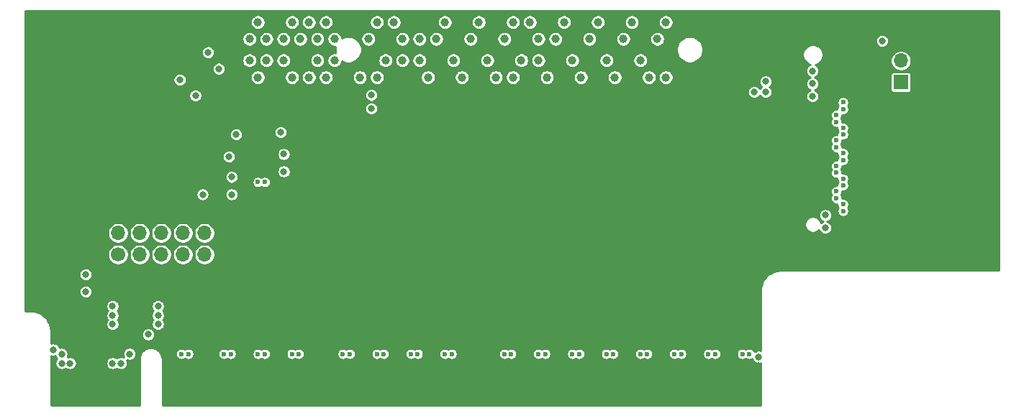
<source format=gbr>
%TF.GenerationSoftware,KiCad,Pcbnew,(5.1.6)-1*%
%TF.CreationDate,2021-07-09T16:03:55+01:00*%
%TF.ProjectId,t9120riser,74393132-3072-4697-9365-722e6b696361,rev?*%
%TF.SameCoordinates,Original*%
%TF.FileFunction,Copper,L2,Inr*%
%TF.FilePolarity,Positive*%
%FSLAX46Y46*%
G04 Gerber Fmt 4.6, Leading zero omitted, Abs format (unit mm)*
G04 Created by KiCad (PCBNEW (5.1.6)-1) date 2021-07-09 16:03:55*
%MOMM*%
%LPD*%
G01*
G04 APERTURE LIST*
%TA.AperFunction,ViaPad*%
%ADD10O,1.700000X1.700000*%
%TD*%
%TA.AperFunction,ViaPad*%
%ADD11C,1.000000*%
%TD*%
%TA.AperFunction,ViaPad*%
%ADD12C,1.700000*%
%TD*%
%TA.AperFunction,ViaPad*%
%ADD13R,1.700000X1.700000*%
%TD*%
%TA.AperFunction,ViaPad*%
%ADD14C,6.000000*%
%TD*%
%TA.AperFunction,ViaPad*%
%ADD15C,6.500000*%
%TD*%
%TA.AperFunction,ViaPad*%
%ADD16C,0.600000*%
%TD*%
%TA.AperFunction,ViaPad*%
%ADD17C,0.800000*%
%TD*%
%TA.AperFunction,Conductor*%
%ADD18C,0.250000*%
%TD*%
%TA.AperFunction,Conductor*%
%ADD19C,0.254000*%
%TD*%
G04 APERTURE END LIST*
D10*
%TO.N,GND*%
%TO.C,J7*%
X138650000Y-120200000D03*
X141190000Y-120200000D03*
X138650000Y-122740000D03*
X141190000Y-122740000D03*
X138650000Y-125280000D03*
X141190000Y-125280000D03*
X141190000Y-127820000D03*
%TD*%
D11*
%TO.N,GND*%
%TO.C,J2*%
X150100000Y-97350000D03*
X150100000Y-99850000D03*
%TO.N,/X8_PER7_N*%
X149100000Y-95350000D03*
%TO.N,Net-(J2-PadB48)*%
X149100000Y-101850000D03*
%TO.N,/X8_PER7_P*%
X148100000Y-97350000D03*
%TO.N,GND*%
X148100000Y-99850000D03*
X147100000Y-95350000D03*
%TO.N,/X8_PET7_N*%
X147100000Y-101850000D03*
%TO.N,GND*%
X146100000Y-97350000D03*
%TO.N,/X8_PET7_P*%
X146100000Y-99850000D03*
%TO.N,/X8_PER6_N*%
X145100000Y-95350000D03*
%TO.N,GND*%
X145100000Y-101850000D03*
%TO.N,/X8_PER6_P*%
X144100000Y-97350000D03*
%TO.N,GND*%
X144100000Y-99850000D03*
X143100000Y-95350000D03*
%TO.N,/X8_PET6_N*%
X143100000Y-101850000D03*
%TO.N,GND*%
X142100000Y-97350000D03*
%TO.N,/X8_PET6_P*%
X142100000Y-99850000D03*
%TO.N,/X8_PER5_N*%
X141100000Y-95350000D03*
%TO.N,GND*%
X141100000Y-101850000D03*
%TO.N,/X8_PER5_P*%
X140100000Y-97350000D03*
%TO.N,GND*%
X140100000Y-99850000D03*
X139100000Y-95350000D03*
%TO.N,/X8_PET5_N*%
X139100000Y-101850000D03*
%TO.N,GND*%
X138100000Y-97350000D03*
%TO.N,/X8_PET5_P*%
X138100000Y-99850000D03*
%TO.N,/X8_PER4_N*%
X137100000Y-95350000D03*
%TO.N,GND*%
X137100000Y-101850000D03*
%TO.N,/X8_PER4_P*%
X136100000Y-97350000D03*
%TO.N,GND*%
X136100000Y-99850000D03*
X135100000Y-95350000D03*
%TO.N,/X8_PET4_N*%
X135100000Y-101850000D03*
%TO.N,Net-(J2-PadA33)*%
X134100000Y-97350000D03*
%TO.N,/X8_PET4_P*%
X134100000Y-99850000D03*
%TO.N,Net-(J2-PadA32)*%
X133100000Y-95350000D03*
%TO.N,GND*%
X133100000Y-101850000D03*
X132100000Y-97350000D03*
%TO.N,Net-(J2-PadB31)*%
X132100000Y-99850000D03*
%TO.N,/X8_PER3_N*%
X131100000Y-95350000D03*
%TO.N,Net-(J2-PadB30)*%
X131100000Y-101850000D03*
%TO.N,/X8_PER3_P*%
X130100000Y-97350000D03*
%TO.N,GND*%
X130100000Y-99850000D03*
X129100000Y-95350000D03*
%TO.N,/X8_PET3_N*%
X129100000Y-101850000D03*
%TO.N,GND*%
X128100000Y-97350000D03*
%TO.N,/X8_PET3_P*%
X128100000Y-99850000D03*
%TO.N,/X8_PER2_N*%
X127100000Y-95350000D03*
%TO.N,GND*%
X127100000Y-101850000D03*
%TO.N,/X8_PER2_P*%
X126100000Y-97350000D03*
%TO.N,GND*%
X126100000Y-99850000D03*
X125100000Y-95350000D03*
%TO.N,/X8_PET2_N*%
X125100000Y-101850000D03*
%TO.N,GND*%
X124100000Y-97350000D03*
%TO.N,/X8_PET2_P*%
X124100000Y-99850000D03*
%TO.N,/X8_PER1_N*%
X123100000Y-95350000D03*
%TO.N,GND*%
X123100000Y-101850000D03*
%TO.N,/X8_PER1_P*%
X122100000Y-97350000D03*
%TO.N,GND*%
X122100000Y-99850000D03*
X121100000Y-95350000D03*
%TO.N,/X8_PET1_N*%
X121100000Y-101850000D03*
%TO.N,Net-(J2-PadA19)*%
X120100000Y-97350000D03*
%TO.N,/X8_PET1_P*%
X120100000Y-99850000D03*
%TO.N,GND*%
X119100000Y-95350000D03*
X119100000Y-101850000D03*
%TO.N,/X8_PER0_N*%
X118100000Y-97350000D03*
%TO.N,Net-(J2-PadB17)*%
X118100000Y-99850000D03*
%TO.N,/X8_PER0_P*%
X117100000Y-95350000D03*
%TO.N,GND*%
X117100000Y-101850000D03*
X116100000Y-97350000D03*
%TO.N,/X8_PET0_N*%
X116100000Y-99850000D03*
%TO.N,/REFCLK_0_P*%
X115100000Y-95350000D03*
%TO.N,/X8_PET0_P*%
X115100000Y-101850000D03*
%TO.N,/REFCLK_0_N*%
X114100000Y-97350000D03*
%TO.N,GND*%
X114100000Y-99850000D03*
X113100000Y-95350000D03*
%TO.N,Net-(J2-PadB12)*%
X113100000Y-101850000D03*
%TO.N,/~WAKE*%
X110100000Y-99850000D03*
%TO.N,+3.3VA*%
X109100000Y-101850000D03*
%TO.N,Net-(J2-PadB9)*%
X108100000Y-99850000D03*
%TO.N,+3V3*%
X107100000Y-101850000D03*
%TO.N,GND*%
X106100000Y-99850000D03*
%TO.N,/SMDAT*%
X105100000Y-101850000D03*
%TO.N,/SMCLK*%
X104100000Y-99850000D03*
%TO.N,GND*%
X103100000Y-101850000D03*
%TO.N,+12V*%
X102100000Y-99850000D03*
X101100000Y-101850000D03*
X100100000Y-99850000D03*
%TO.N,/~PERST*%
X110100000Y-97350000D03*
%TO.N,+3V3*%
X109100000Y-95350000D03*
X108100000Y-97350000D03*
%TO.N,Net-(J2-PadA8)*%
X107100000Y-95350000D03*
%TO.N,Net-(J2-PadA7)*%
X106100000Y-97350000D03*
%TO.N,Net-(J2-PadA6)*%
X105100000Y-95350000D03*
%TO.N,Net-(J2-PadA5)*%
X104100000Y-97350000D03*
%TO.N,GND*%
X103100000Y-95350000D03*
%TO.N,+12V*%
X102100000Y-97350000D03*
X101100000Y-95350000D03*
%TO.N,Net-(J2-PadA1)*%
X100100000Y-97350000D03*
%TD*%
D10*
%TO.N,/SMDAT*%
%TO.C,J6*%
X94810000Y-120200000D03*
%TO.N,/~PERST*%
X94810000Y-122740000D03*
%TO.N,/SMCLK*%
X92270000Y-120200000D03*
%TO.N,/~WAKE*%
X92270000Y-122740000D03*
%TO.N,+3.3VA*%
X89730000Y-120200000D03*
X89730000Y-122740000D03*
%TO.N,+3V3*%
X87190000Y-120200000D03*
X87190000Y-122740000D03*
%TO.N,+12V*%
X84650000Y-120200000D03*
D12*
X84650000Y-122740000D03*
%TD*%
D13*
%TO.N,Net-(J3-Pad1)*%
%TO.C,J3*%
X176750000Y-102440000D03*
D10*
%TO.N,Net-(J3-Pad2)*%
X176750000Y-99900000D03*
%TD*%
D14*
%TO.N,GND*%
%TO.C,REF\u002A\u002A*%
X88150000Y-109200000D03*
%TD*%
D15*
%TO.N,GND*%
%TO.C,REF\u002A\u002A*%
X78300000Y-119500000D03*
%TD*%
%TO.N,GND*%
%TO.C,REF\u002A\u002A*%
X78300000Y-98350000D03*
%TD*%
D16*
%TO.N,/M2_PET3_P*%
X169150000Y-115298400D03*
%TO.N,/M2_PET3_N*%
X169150000Y-116101600D03*
%TO.N,/M2_PER3_P*%
X158098400Y-134450000D03*
X169950000Y-116798400D03*
%TO.N,/M2_PER3_N*%
X158901600Y-134450000D03*
X169950000Y-117601600D03*
%TO.N,/M2_PET0_P*%
X169150000Y-106298400D03*
%TO.N,/M2_PET0_N*%
X169150000Y-107101600D03*
%TO.N,/M2_PET1_P*%
X169150000Y-109298400D03*
%TO.N,/M2_PET1_N*%
X169150000Y-110101600D03*
%TO.N,/M2_PET2_P*%
X169150000Y-112298400D03*
%TO.N,/M2_PET2_N*%
X169150000Y-113101600D03*
%TO.N,/M2_PER0_P*%
X146098400Y-134450000D03*
X169950000Y-107798400D03*
%TO.N,/M2_PER0_N*%
X146901600Y-134450000D03*
X169950000Y-108601600D03*
%TO.N,/M2_PER1_P*%
X150098400Y-134450000D03*
X169950000Y-110798400D03*
%TO.N,/M2_PER1_N*%
X150901600Y-134450000D03*
X169950000Y-111601600D03*
%TO.N,/M2_PER2_P*%
X154098400Y-134450000D03*
X169950000Y-113798400D03*
%TO.N,/M2_PER2_N*%
X154901600Y-134450000D03*
X169950000Y-114601600D03*
D17*
%TO.N,GND*%
X157500000Y-135550000D03*
X155500000Y-135550000D03*
X153500000Y-135550000D03*
X151500000Y-135550000D03*
X149500000Y-135550000D03*
X147500000Y-135550000D03*
X145500000Y-135550000D03*
X143500000Y-135550000D03*
X141500000Y-135550000D03*
X139500000Y-135550000D03*
X137500000Y-135550000D03*
X135500000Y-135550000D03*
X93500000Y-135550000D03*
X96500000Y-135550000D03*
X98500000Y-135550000D03*
X100500000Y-135550000D03*
X102500000Y-135550000D03*
X104500000Y-135550000D03*
X106500000Y-135550000D03*
X109500000Y-135550000D03*
X112500000Y-135550000D03*
X114500000Y-135550000D03*
X116500000Y-135550000D03*
X118500000Y-135550000D03*
X120500000Y-135550000D03*
X122500000Y-135550000D03*
X124500000Y-135550000D03*
X173250000Y-98700000D03*
X173250000Y-100950000D03*
X173250000Y-104450000D03*
X173250000Y-105950000D03*
X173250000Y-107450000D03*
X173250000Y-108950000D03*
X173250000Y-110450000D03*
X173250000Y-111950000D03*
X173250000Y-113450000D03*
X173250000Y-114950000D03*
X173250000Y-116450000D03*
X173250000Y-117950000D03*
X173250000Y-119950000D03*
D16*
X101375000Y-110275000D03*
X101375000Y-111525000D03*
X100125000Y-110275000D03*
D17*
X105650000Y-110900000D03*
X95850000Y-112750000D03*
X77850011Y-126099989D03*
X87350000Y-115600000D03*
X187350000Y-119600000D03*
X187350000Y-123600000D03*
X182850000Y-123600000D03*
X177350000Y-123600000D03*
X171850000Y-123600000D03*
X166350000Y-123600000D03*
X187350000Y-115100000D03*
X187350000Y-110100000D03*
X187350000Y-105100000D03*
X187350000Y-100100000D03*
X187350000Y-95100000D03*
X182850000Y-95100000D03*
X177350000Y-95100000D03*
X171850000Y-95100000D03*
X166350000Y-95100000D03*
X160850000Y-95100000D03*
X155350000Y-95100000D03*
X74850000Y-95100000D03*
X80350000Y-95100000D03*
X85850000Y-95100000D03*
X90850000Y-95100000D03*
X96350000Y-95100000D03*
X92850000Y-98600000D03*
X74850000Y-100600000D03*
X74850000Y-106100000D03*
X74850000Y-111600000D03*
X74850000Y-128600000D03*
X90350000Y-103600000D03*
X90350000Y-106100000D03*
X90350000Y-101100000D03*
X143350000Y-118100000D03*
X145350000Y-116100000D03*
X147350000Y-114100000D03*
X149350000Y-112100000D03*
X109500000Y-132300000D03*
X92550000Y-125300000D03*
X133500000Y-135550000D03*
X131450000Y-135550000D03*
X129450000Y-135550000D03*
X126500000Y-135550000D03*
X78350000Y-100850000D03*
X80850000Y-98350000D03*
X80850000Y-119500000D03*
X75800000Y-119500000D03*
X78300000Y-122050000D03*
X78300000Y-117000000D03*
X80050000Y-121250000D03*
X78350000Y-95800000D03*
X82900000Y-135550000D03*
X80200000Y-135550000D03*
X81450000Y-132800000D03*
X90625000Y-112325000D03*
X90550000Y-127300000D03*
X80100000Y-96550000D03*
X80050000Y-100100000D03*
X76550000Y-100100000D03*
X75800000Y-98350000D03*
X76500000Y-96550000D03*
X80050000Y-117750000D03*
X76550000Y-117700000D03*
X76550000Y-121250000D03*
X126850000Y-134004000D03*
X147900000Y-111149964D03*
X150300008Y-111149992D03*
X111350000Y-109000000D03*
X107350000Y-108050000D03*
X105650000Y-108250000D03*
X102600000Y-115800000D03*
X94350000Y-107700000D03*
D16*
X100125000Y-111525000D03*
D17*
X99149990Y-119000000D03*
X97950000Y-120200000D03*
X105950000Y-105650000D03*
X90486828Y-135563172D03*
X160000000Y-135822178D03*
X159750000Y-130800000D03*
X96650000Y-107649996D03*
X153350000Y-102600038D03*
X151850000Y-104100000D03*
X152350000Y-95100000D03*
X84350000Y-125100000D03*
X107850000Y-111100000D03*
D16*
%TO.N,/REFCLK_IN_N*%
X101901600Y-114200000D03*
%TO.N,/REFCLK_IN_P*%
X101098400Y-114200000D03*
D17*
%TO.N,+3V3*%
X85000000Y-135550000D03*
X84000000Y-135550000D03*
X84000000Y-129900000D03*
X84000000Y-130950000D03*
X84000000Y-128800000D03*
X89350000Y-128800000D03*
X89350000Y-129900000D03*
X89350000Y-130950000D03*
X166350000Y-101100000D03*
X166350000Y-102600000D03*
X166350000Y-104100000D03*
X167850000Y-118100000D03*
X167850000Y-119600000D03*
X174550000Y-97550000D03*
X94600000Y-115650000D03*
%TO.N,+12V*%
X79000000Y-135550000D03*
X78000000Y-135550000D03*
X80850000Y-125100000D03*
X80850000Y-127100000D03*
X78000000Y-134450000D03*
D16*
%TO.N,/X8_PET3_N*%
X105901600Y-134450000D03*
%TO.N,/X8_PET3_P*%
X105098400Y-134450000D03*
%TO.N,/X8_PET2_N*%
X101901600Y-134450000D03*
%TO.N,/X8_PET2_P*%
X101098400Y-134450000D03*
%TO.N,/X8_PET1_N*%
X97901600Y-134450000D03*
%TO.N,/X8_PET1_P*%
X97098400Y-134450000D03*
%TO.N,/X8_PET0_N*%
X92901600Y-134450000D03*
%TO.N,/X8_PET0_P*%
X92098400Y-134450000D03*
D17*
%TO.N,+3.3VA*%
X86000000Y-134450000D03*
D16*
%TO.N,/X8_PET4_P*%
X111098400Y-134450000D03*
%TO.N,/X8_PET4_N*%
X111901600Y-134450000D03*
%TO.N,/X8_PET5_P*%
X115098400Y-134450000D03*
%TO.N,/X8_PET5_N*%
X115901600Y-134450000D03*
%TO.N,/X8_PET6_P*%
X119098400Y-134450000D03*
%TO.N,/X8_PET6_N*%
X119901600Y-134450000D03*
%TO.N,/X8_PET7_P*%
X123098400Y-134450000D03*
%TO.N,/X8_PET7_N*%
X123901600Y-134450000D03*
D17*
%TO.N,/~CLKREQ_2*%
X160817086Y-103595504D03*
D16*
%TO.N,/REFCLK_2_N*%
X169950000Y-104798400D03*
%TO.N,/REFCLK_2_P*%
X169950000Y-105601600D03*
D17*
%TO.N,/PRSNT*%
X77000000Y-133950000D03*
X160000000Y-134800000D03*
%TO.N,/~WAKE*%
X160850000Y-102350000D03*
X96500000Y-100850000D03*
X95250000Y-98900000D03*
X114450000Y-103950000D03*
D16*
%TO.N,/X4MEZZ_PER0_P*%
X130098400Y-134450000D03*
%TO.N,/X4MEZZ_PER0_N*%
X130901600Y-134450000D03*
%TO.N,/X4MEZZ_PER1_P*%
X134098400Y-134450000D03*
%TO.N,/X4MEZZ_PER1_N*%
X134901600Y-134450000D03*
%TO.N,/X4MEZZ_PER2_P*%
X138098400Y-134450000D03*
%TO.N,/X4MEZZ_PER2_N*%
X138901600Y-134450000D03*
%TO.N,/X4MEZZ_PER3_P*%
X142098400Y-134450000D03*
%TO.N,/X4MEZZ_PER3_N*%
X142901600Y-134450000D03*
D17*
%TO.N,/CLKPWR*%
X104150000Y-110900000D03*
X104150000Y-112949990D03*
X103774998Y-108325002D03*
X97700000Y-111200000D03*
X97999974Y-113600000D03*
X98000000Y-115650000D03*
X98550000Y-108600000D03*
%TO.N,/~PERST*%
X91900006Y-102150000D03*
X159500000Y-103600004D03*
X93750004Y-104000000D03*
X88200000Y-132150000D03*
X114450000Y-105525010D03*
%TD*%
D18*
%TO.N,GND*%
X157500000Y-135550000D02*
X155500000Y-135550000D01*
X153500000Y-135550000D02*
X151500000Y-135550000D01*
X149500000Y-135550000D02*
X147500000Y-135550000D01*
X145500000Y-135550000D02*
X143500000Y-135550000D01*
X141500000Y-135550000D02*
X139500000Y-135550000D01*
X137500000Y-135550000D02*
X135500000Y-135550000D01*
X101341300Y-103608700D02*
X103100000Y-101850000D01*
X150100000Y-97350000D02*
X150100000Y-99850000D01*
X150100000Y-99850000D02*
X148100000Y-99850000D01*
X146100000Y-97850000D02*
X146100000Y-97350000D01*
X148100000Y-99850000D02*
X146100000Y-97850000D01*
X147100000Y-96350000D02*
X146100000Y-97350000D01*
X147100000Y-95350000D02*
X147100000Y-96350000D01*
X146100000Y-97350000D02*
X144100000Y-99350000D01*
X144100000Y-100850000D02*
X145100000Y-101850000D01*
X144100000Y-99850000D02*
X144100000Y-100850000D01*
X143150000Y-100800000D02*
X144100000Y-99850000D01*
X141100000Y-101850000D02*
X142150000Y-100800000D01*
X142150000Y-100800000D02*
X143150000Y-100800000D01*
X141100000Y-100850000D02*
X140100000Y-99850000D01*
X141100000Y-101850000D02*
X141100000Y-100850000D01*
X138100000Y-97850000D02*
X138100000Y-97350000D01*
X140100000Y-99850000D02*
X138100000Y-97850000D01*
X144100000Y-99350000D02*
X144100000Y-99850000D01*
X142100000Y-97350000D02*
X144100000Y-99350000D01*
X136100000Y-99350000D02*
X136100000Y-99850000D01*
X138100000Y-97350000D02*
X136100000Y-99350000D01*
X136100000Y-100850000D02*
X137100000Y-101850000D01*
X136100000Y-99850000D02*
X136100000Y-100850000D01*
X134100000Y-100850000D02*
X133100000Y-101850000D01*
X136100000Y-99850000D02*
X135100000Y-100850000D01*
X135100000Y-100850000D02*
X134100000Y-100850000D01*
X133100000Y-101850000D02*
X132150000Y-100900000D01*
X131150000Y-100900000D02*
X130100000Y-99850000D01*
X132150000Y-100900000D02*
X131150000Y-100900000D01*
X130100000Y-99350000D02*
X130100000Y-99850000D01*
X132100000Y-97350000D02*
X130100000Y-99350000D01*
X128100000Y-97850000D02*
X128100000Y-97350000D01*
X130100000Y-99850000D02*
X128100000Y-97850000D01*
X128100000Y-96350000D02*
X129100000Y-95350000D01*
X128100000Y-97350000D02*
X128100000Y-96350000D01*
X132100000Y-97350000D02*
X133100000Y-96350000D01*
X134100000Y-96350000D02*
X135100000Y-95350000D01*
X133100000Y-96350000D02*
X134100000Y-96350000D01*
X139100000Y-96350000D02*
X138100000Y-97350000D01*
X139100000Y-95350000D02*
X139100000Y-96350000D01*
X126100000Y-99350000D02*
X126100000Y-99850000D01*
X128100000Y-97350000D02*
X126100000Y-99350000D01*
X126100000Y-100850000D02*
X127100000Y-101850000D01*
X126100000Y-99850000D02*
X126100000Y-100850000D01*
X126100000Y-99850000D02*
X124100000Y-97850000D01*
X124100000Y-96350000D02*
X125100000Y-95350000D01*
X124100000Y-97350000D02*
X124100000Y-96350000D01*
X122100000Y-96350000D02*
X121100000Y-95350000D01*
X124100000Y-97350000D02*
X123100000Y-96350000D01*
X123100000Y-96350000D02*
X122100000Y-96350000D01*
X124100000Y-97850000D02*
X124100000Y-97350000D01*
X122100000Y-99850000D02*
X124100000Y-97850000D01*
X122100000Y-100850000D02*
X123100000Y-101850000D01*
X122100000Y-99850000D02*
X122100000Y-100850000D01*
X120274999Y-100675001D02*
X119100000Y-101850000D01*
X121274999Y-100675001D02*
X120274999Y-100675001D01*
X122100000Y-99850000D02*
X121274999Y-100675001D01*
X119100000Y-101850000D02*
X117100000Y-101850000D01*
X114392894Y-99850000D02*
X114100000Y-99850000D01*
X116392894Y-101850000D02*
X114392894Y-99850000D01*
X117100000Y-101850000D02*
X116392894Y-101850000D01*
X116100000Y-97850000D02*
X116100000Y-97350000D01*
X114100000Y-99850000D02*
X116100000Y-97850000D01*
X113600000Y-95350000D02*
X113100000Y-95350000D01*
X116100000Y-97350000D02*
X115600000Y-97350000D01*
X115600000Y-97350000D02*
X113600000Y-95350000D01*
X103100000Y-101850000D02*
X104100000Y-100850000D01*
X105100000Y-100850000D02*
X106100000Y-99850000D01*
X104100000Y-100850000D02*
X105100000Y-100850000D01*
X103850000Y-98750000D02*
X103100000Y-98000000D01*
X106100000Y-99850000D02*
X105000000Y-98750000D01*
X103100000Y-98000000D02*
X103100000Y-95350000D01*
X105000000Y-98750000D02*
X103850000Y-98750000D01*
X143100000Y-96350000D02*
X142100000Y-97350000D01*
X143100000Y-95350000D02*
X143100000Y-96350000D01*
X93500000Y-135550000D02*
X96500000Y-135550000D01*
X96500000Y-135550000D02*
X98500000Y-135550000D01*
X98500000Y-135550000D02*
X100500000Y-135550000D01*
X100500000Y-135550000D02*
X102500000Y-135550000D01*
X102500000Y-135550000D02*
X104500000Y-135550000D01*
X104500000Y-135550000D02*
X106500000Y-135550000D01*
X106500000Y-135550000D02*
X109500000Y-135550000D01*
X109500000Y-135550000D02*
X112500000Y-135550000D01*
X112500000Y-135550000D02*
X114500000Y-135550000D01*
X114500000Y-135550000D02*
X116500000Y-135550000D01*
X116500000Y-135550000D02*
X118500000Y-135550000D01*
X118500000Y-135550000D02*
X120500000Y-135550000D01*
X120500000Y-135550000D02*
X122500000Y-135550000D01*
X122500000Y-135550000D02*
X124500000Y-135550000D01*
X137500000Y-135550000D02*
X139500000Y-135550000D01*
X141500000Y-135550000D02*
X143500000Y-135550000D01*
X145500000Y-135550000D02*
X147500000Y-135550000D01*
X149500000Y-135550000D02*
X151500000Y-135550000D01*
X153500000Y-135550000D02*
X155500000Y-135550000D01*
X172550000Y-95800000D02*
X173250000Y-96500000D01*
X173250000Y-96500000D02*
X173250000Y-98700000D01*
X151650000Y-95800000D02*
X172550000Y-95800000D01*
X150100000Y-97350000D02*
X151650000Y-95800000D01*
X173250000Y-98700000D02*
X173250000Y-100950000D01*
X173250000Y-100950000D02*
X173250000Y-104450000D01*
X173250000Y-104450000D02*
X173250000Y-105950000D01*
X173250000Y-105950000D02*
X173250000Y-107450000D01*
X173250000Y-107450000D02*
X173250000Y-108950000D01*
X173250000Y-108950000D02*
X173250000Y-110450000D01*
X173250000Y-110450000D02*
X173250000Y-111950000D01*
X173250000Y-111950000D02*
X173250000Y-113450000D01*
X173250000Y-113450000D02*
X173250000Y-114950000D01*
X173250000Y-114950000D02*
X173250000Y-116450000D01*
X173250000Y-116450000D02*
X173250000Y-117950000D01*
X173250000Y-117950000D02*
X173250000Y-119950000D01*
X101341300Y-104458700D02*
X101341300Y-103608700D01*
X101341300Y-105958700D02*
X101341300Y-104458700D01*
X105650000Y-108250000D02*
X105650000Y-110900000D01*
X104950000Y-107550000D02*
X105650000Y-108250000D01*
X114100000Y-99850000D02*
X113150000Y-99850000D01*
X113150000Y-99850000D02*
X112150000Y-100850000D01*
X107100000Y-100850000D02*
X106100000Y-99850000D01*
X112150000Y-100850000D02*
X107100000Y-100850000D01*
X121100000Y-95350000D02*
X119100000Y-95350000D01*
X141500000Y-135550000D02*
X140650000Y-134700000D01*
X140650000Y-128360000D02*
X141190000Y-127820000D01*
X140650000Y-134700000D02*
X140650000Y-128360000D01*
X96500000Y-135550000D02*
X96150000Y-135200000D01*
X96150000Y-135200000D02*
X96150000Y-132300000D01*
X91700000Y-112750000D02*
X88150000Y-109200000D01*
X95850000Y-112750000D02*
X91700000Y-112750000D01*
X100125000Y-110275000D02*
X101375000Y-111525000D01*
X156850000Y-134900000D02*
X157500000Y-135550000D01*
X166350000Y-123600000D02*
X159350000Y-123600000D01*
X159350000Y-123600000D02*
X156850000Y-126100000D01*
X172350000Y-95600000D02*
X172550000Y-95800000D01*
X171850000Y-95100000D02*
X172350000Y-95600000D01*
X109500000Y-132500000D02*
X109500000Y-132300000D01*
X109500000Y-135550000D02*
X109500000Y-132500000D01*
X133500000Y-135550000D02*
X135500000Y-135550000D01*
X131450000Y-135550000D02*
X133500000Y-135550000D01*
X129450000Y-135550000D02*
X131450000Y-135550000D01*
X124500000Y-135550000D02*
X126500000Y-135550000D01*
X126500000Y-135550000D02*
X129450000Y-135550000D01*
X82900000Y-135550000D02*
X80200000Y-135550000D01*
X80200000Y-134050000D02*
X80200000Y-135550000D01*
X81450000Y-132800000D02*
X80200000Y-134050000D01*
X91350000Y-127500000D02*
X96150000Y-132300000D01*
X90550000Y-127300000D02*
X91150000Y-127300000D01*
X91150000Y-127300000D02*
X91350000Y-127500000D01*
X126500000Y-134204000D02*
X126500000Y-135550000D01*
X126850000Y-134004000D02*
X126500000Y-134204000D01*
X156850000Y-126100000D02*
X156850000Y-130800000D01*
X156850000Y-130800000D02*
X156850000Y-134900000D01*
X104708700Y-105958700D02*
X104950000Y-106200000D01*
X104950000Y-107550000D02*
X104950000Y-107400000D01*
X104950000Y-107400000D02*
X104950000Y-106200000D01*
X104708700Y-105958700D02*
X104508700Y-105958700D01*
X104508700Y-105958700D02*
X101341300Y-105958700D01*
X102600000Y-112750000D02*
X101375000Y-111525000D01*
X102600000Y-115800000D02*
X102600000Y-112750000D01*
X96650000Y-107649996D02*
X94400004Y-107649996D01*
X94400004Y-107649996D02*
X94350000Y-107700000D01*
X95850000Y-111950000D02*
X95850000Y-112750000D01*
X97500000Y-110300000D02*
X95850000Y-111950000D01*
X96650000Y-109700000D02*
X97250000Y-110300000D01*
X97250000Y-110300000D02*
X97500000Y-110300000D01*
X96650000Y-109700000D02*
X96650000Y-107649996D01*
X100125000Y-111525000D02*
X98900000Y-110300000D01*
X98900000Y-110300000D02*
X97500000Y-110300000D01*
X97950000Y-120200000D02*
X97950000Y-123700000D01*
X96350000Y-125300000D02*
X92550000Y-125300000D01*
X97950000Y-123700000D02*
X96350000Y-125300000D01*
X105400000Y-106200000D02*
X104950000Y-106200000D01*
X105950000Y-105650000D02*
X105400000Y-106200000D01*
X90500000Y-135550000D02*
X90486828Y-135563172D01*
X93500000Y-135550000D02*
X90500000Y-135550000D01*
X159727822Y-135550000D02*
X160000000Y-135822178D01*
X157500000Y-135550000D02*
X159727822Y-135550000D01*
X156850000Y-130800000D02*
X159750000Y-130800000D01*
X92550000Y-125300000D02*
X84550000Y-125300000D01*
X84550000Y-125300000D02*
X84350000Y-125100000D01*
%TD*%
D19*
%TO.N,GND*%
G36*
X188244000Y-124594000D02*
G01*
X162630059Y-124594000D01*
X162611712Y-124595807D01*
X162599240Y-124595720D01*
X162593598Y-124596273D01*
X162205405Y-124637074D01*
X162169326Y-124644480D01*
X162133214Y-124651369D01*
X162127786Y-124653007D01*
X161754912Y-124768431D01*
X161720985Y-124782692D01*
X161686872Y-124796475D01*
X161681866Y-124799136D01*
X161338511Y-124984788D01*
X161307997Y-125005370D01*
X161277213Y-125025514D01*
X161272819Y-125029097D01*
X160972064Y-125277904D01*
X160946113Y-125304036D01*
X160919845Y-125329760D01*
X160916231Y-125334128D01*
X160669531Y-125636613D01*
X160649157Y-125667278D01*
X160628378Y-125697625D01*
X160625681Y-125702611D01*
X160442432Y-126047253D01*
X160428401Y-126081293D01*
X160413913Y-126115097D01*
X160412238Y-126120505D01*
X160412236Y-126120511D01*
X160412236Y-126120513D01*
X160299418Y-126494184D01*
X160292256Y-126530354D01*
X160284621Y-126566274D01*
X160284029Y-126571901D01*
X160284027Y-126571912D01*
X160284027Y-126571922D01*
X160245938Y-126960381D01*
X160245938Y-126960393D01*
X160244001Y-126980059D01*
X160244001Y-134055720D01*
X160227809Y-134049013D01*
X160076922Y-134019000D01*
X159923078Y-134019000D01*
X159772191Y-134049013D01*
X159630058Y-134107887D01*
X159525844Y-134177520D01*
X159505094Y-134127426D01*
X159430567Y-134015888D01*
X159335712Y-133921033D01*
X159224174Y-133846506D01*
X159100240Y-133795171D01*
X158968673Y-133769000D01*
X158834527Y-133769000D01*
X158702960Y-133795171D01*
X158579026Y-133846506D01*
X158500000Y-133899309D01*
X158420974Y-133846506D01*
X158297040Y-133795171D01*
X158165473Y-133769000D01*
X158031327Y-133769000D01*
X157899760Y-133795171D01*
X157775826Y-133846506D01*
X157664288Y-133921033D01*
X157569433Y-134015888D01*
X157494906Y-134127426D01*
X157443571Y-134251360D01*
X157417400Y-134382927D01*
X157417400Y-134517073D01*
X157443571Y-134648640D01*
X157494906Y-134772574D01*
X157569433Y-134884112D01*
X157664288Y-134978967D01*
X157775826Y-135053494D01*
X157899760Y-135104829D01*
X158031327Y-135131000D01*
X158165473Y-135131000D01*
X158297040Y-135104829D01*
X158420974Y-135053494D01*
X158500000Y-135000691D01*
X158579026Y-135053494D01*
X158702960Y-135104829D01*
X158834527Y-135131000D01*
X158968673Y-135131000D01*
X159100240Y-135104829D01*
X159224174Y-135053494D01*
X159251961Y-135034927D01*
X159307887Y-135169942D01*
X159393358Y-135297859D01*
X159502141Y-135406642D01*
X159630058Y-135492113D01*
X159772191Y-135550987D01*
X159923078Y-135581000D01*
X160076922Y-135581000D01*
X160227809Y-135550987D01*
X160244000Y-135544280D01*
X160244000Y-140473000D01*
X89856000Y-140473000D01*
X89856000Y-135030059D01*
X89853969Y-135009438D01*
X89853969Y-134997118D01*
X89853377Y-134991480D01*
X89832710Y-134807228D01*
X89825056Y-134771219D01*
X89817912Y-134735139D01*
X89816236Y-134729724D01*
X89816236Y-134729722D01*
X89816234Y-134729716D01*
X89760175Y-134552994D01*
X89745668Y-134519146D01*
X89731655Y-134485150D01*
X89728959Y-134480163D01*
X89675503Y-134382927D01*
X91417400Y-134382927D01*
X91417400Y-134517073D01*
X91443571Y-134648640D01*
X91494906Y-134772574D01*
X91569433Y-134884112D01*
X91664288Y-134978967D01*
X91775826Y-135053494D01*
X91899760Y-135104829D01*
X92031327Y-135131000D01*
X92165473Y-135131000D01*
X92297040Y-135104829D01*
X92420974Y-135053494D01*
X92500000Y-135000691D01*
X92579026Y-135053494D01*
X92702960Y-135104829D01*
X92834527Y-135131000D01*
X92968673Y-135131000D01*
X93100240Y-135104829D01*
X93224174Y-135053494D01*
X93335712Y-134978967D01*
X93430567Y-134884112D01*
X93505094Y-134772574D01*
X93556429Y-134648640D01*
X93582600Y-134517073D01*
X93582600Y-134382927D01*
X96417400Y-134382927D01*
X96417400Y-134517073D01*
X96443571Y-134648640D01*
X96494906Y-134772574D01*
X96569433Y-134884112D01*
X96664288Y-134978967D01*
X96775826Y-135053494D01*
X96899760Y-135104829D01*
X97031327Y-135131000D01*
X97165473Y-135131000D01*
X97297040Y-135104829D01*
X97420974Y-135053494D01*
X97500000Y-135000691D01*
X97579026Y-135053494D01*
X97702960Y-135104829D01*
X97834527Y-135131000D01*
X97968673Y-135131000D01*
X98100240Y-135104829D01*
X98224174Y-135053494D01*
X98335712Y-134978967D01*
X98430567Y-134884112D01*
X98505094Y-134772574D01*
X98556429Y-134648640D01*
X98582600Y-134517073D01*
X98582600Y-134382927D01*
X100417400Y-134382927D01*
X100417400Y-134517073D01*
X100443571Y-134648640D01*
X100494906Y-134772574D01*
X100569433Y-134884112D01*
X100664288Y-134978967D01*
X100775826Y-135053494D01*
X100899760Y-135104829D01*
X101031327Y-135131000D01*
X101165473Y-135131000D01*
X101297040Y-135104829D01*
X101420974Y-135053494D01*
X101500000Y-135000691D01*
X101579026Y-135053494D01*
X101702960Y-135104829D01*
X101834527Y-135131000D01*
X101968673Y-135131000D01*
X102100240Y-135104829D01*
X102224174Y-135053494D01*
X102335712Y-134978967D01*
X102430567Y-134884112D01*
X102505094Y-134772574D01*
X102556429Y-134648640D01*
X102582600Y-134517073D01*
X102582600Y-134382927D01*
X104417400Y-134382927D01*
X104417400Y-134517073D01*
X104443571Y-134648640D01*
X104494906Y-134772574D01*
X104569433Y-134884112D01*
X104664288Y-134978967D01*
X104775826Y-135053494D01*
X104899760Y-135104829D01*
X105031327Y-135131000D01*
X105165473Y-135131000D01*
X105297040Y-135104829D01*
X105420974Y-135053494D01*
X105500000Y-135000691D01*
X105579026Y-135053494D01*
X105702960Y-135104829D01*
X105834527Y-135131000D01*
X105968673Y-135131000D01*
X106100240Y-135104829D01*
X106224174Y-135053494D01*
X106335712Y-134978967D01*
X106430567Y-134884112D01*
X106505094Y-134772574D01*
X106556429Y-134648640D01*
X106582600Y-134517073D01*
X106582600Y-134382927D01*
X110417400Y-134382927D01*
X110417400Y-134517073D01*
X110443571Y-134648640D01*
X110494906Y-134772574D01*
X110569433Y-134884112D01*
X110664288Y-134978967D01*
X110775826Y-135053494D01*
X110899760Y-135104829D01*
X111031327Y-135131000D01*
X111165473Y-135131000D01*
X111297040Y-135104829D01*
X111420974Y-135053494D01*
X111500000Y-135000691D01*
X111579026Y-135053494D01*
X111702960Y-135104829D01*
X111834527Y-135131000D01*
X111968673Y-135131000D01*
X112100240Y-135104829D01*
X112224174Y-135053494D01*
X112335712Y-134978967D01*
X112430567Y-134884112D01*
X112505094Y-134772574D01*
X112556429Y-134648640D01*
X112582600Y-134517073D01*
X112582600Y-134382927D01*
X114417400Y-134382927D01*
X114417400Y-134517073D01*
X114443571Y-134648640D01*
X114494906Y-134772574D01*
X114569433Y-134884112D01*
X114664288Y-134978967D01*
X114775826Y-135053494D01*
X114899760Y-135104829D01*
X115031327Y-135131000D01*
X115165473Y-135131000D01*
X115297040Y-135104829D01*
X115420974Y-135053494D01*
X115500000Y-135000691D01*
X115579026Y-135053494D01*
X115702960Y-135104829D01*
X115834527Y-135131000D01*
X115968673Y-135131000D01*
X116100240Y-135104829D01*
X116224174Y-135053494D01*
X116335712Y-134978967D01*
X116430567Y-134884112D01*
X116505094Y-134772574D01*
X116556429Y-134648640D01*
X116582600Y-134517073D01*
X116582600Y-134382927D01*
X118417400Y-134382927D01*
X118417400Y-134517073D01*
X118443571Y-134648640D01*
X118494906Y-134772574D01*
X118569433Y-134884112D01*
X118664288Y-134978967D01*
X118775826Y-135053494D01*
X118899760Y-135104829D01*
X119031327Y-135131000D01*
X119165473Y-135131000D01*
X119297040Y-135104829D01*
X119420974Y-135053494D01*
X119500000Y-135000691D01*
X119579026Y-135053494D01*
X119702960Y-135104829D01*
X119834527Y-135131000D01*
X119968673Y-135131000D01*
X120100240Y-135104829D01*
X120224174Y-135053494D01*
X120335712Y-134978967D01*
X120430567Y-134884112D01*
X120505094Y-134772574D01*
X120556429Y-134648640D01*
X120582600Y-134517073D01*
X120582600Y-134382927D01*
X122417400Y-134382927D01*
X122417400Y-134517073D01*
X122443571Y-134648640D01*
X122494906Y-134772574D01*
X122569433Y-134884112D01*
X122664288Y-134978967D01*
X122775826Y-135053494D01*
X122899760Y-135104829D01*
X123031327Y-135131000D01*
X123165473Y-135131000D01*
X123297040Y-135104829D01*
X123420974Y-135053494D01*
X123500000Y-135000691D01*
X123579026Y-135053494D01*
X123702960Y-135104829D01*
X123834527Y-135131000D01*
X123968673Y-135131000D01*
X124100240Y-135104829D01*
X124224174Y-135053494D01*
X124335712Y-134978967D01*
X124430567Y-134884112D01*
X124505094Y-134772574D01*
X124556429Y-134648640D01*
X124582600Y-134517073D01*
X124582600Y-134382927D01*
X129417400Y-134382927D01*
X129417400Y-134517073D01*
X129443571Y-134648640D01*
X129494906Y-134772574D01*
X129569433Y-134884112D01*
X129664288Y-134978967D01*
X129775826Y-135053494D01*
X129899760Y-135104829D01*
X130031327Y-135131000D01*
X130165473Y-135131000D01*
X130297040Y-135104829D01*
X130420974Y-135053494D01*
X130500000Y-135000691D01*
X130579026Y-135053494D01*
X130702960Y-135104829D01*
X130834527Y-135131000D01*
X130968673Y-135131000D01*
X131100240Y-135104829D01*
X131224174Y-135053494D01*
X131335712Y-134978967D01*
X131430567Y-134884112D01*
X131505094Y-134772574D01*
X131556429Y-134648640D01*
X131582600Y-134517073D01*
X131582600Y-134382927D01*
X133417400Y-134382927D01*
X133417400Y-134517073D01*
X133443571Y-134648640D01*
X133494906Y-134772574D01*
X133569433Y-134884112D01*
X133664288Y-134978967D01*
X133775826Y-135053494D01*
X133899760Y-135104829D01*
X134031327Y-135131000D01*
X134165473Y-135131000D01*
X134297040Y-135104829D01*
X134420974Y-135053494D01*
X134500000Y-135000691D01*
X134579026Y-135053494D01*
X134702960Y-135104829D01*
X134834527Y-135131000D01*
X134968673Y-135131000D01*
X135100240Y-135104829D01*
X135224174Y-135053494D01*
X135335712Y-134978967D01*
X135430567Y-134884112D01*
X135505094Y-134772574D01*
X135556429Y-134648640D01*
X135582600Y-134517073D01*
X135582600Y-134382927D01*
X137417400Y-134382927D01*
X137417400Y-134517073D01*
X137443571Y-134648640D01*
X137494906Y-134772574D01*
X137569433Y-134884112D01*
X137664288Y-134978967D01*
X137775826Y-135053494D01*
X137899760Y-135104829D01*
X138031327Y-135131000D01*
X138165473Y-135131000D01*
X138297040Y-135104829D01*
X138420974Y-135053494D01*
X138500000Y-135000691D01*
X138579026Y-135053494D01*
X138702960Y-135104829D01*
X138834527Y-135131000D01*
X138968673Y-135131000D01*
X139100240Y-135104829D01*
X139224174Y-135053494D01*
X139335712Y-134978967D01*
X139430567Y-134884112D01*
X139505094Y-134772574D01*
X139556429Y-134648640D01*
X139582600Y-134517073D01*
X139582600Y-134382927D01*
X141417400Y-134382927D01*
X141417400Y-134517073D01*
X141443571Y-134648640D01*
X141494906Y-134772574D01*
X141569433Y-134884112D01*
X141664288Y-134978967D01*
X141775826Y-135053494D01*
X141899760Y-135104829D01*
X142031327Y-135131000D01*
X142165473Y-135131000D01*
X142297040Y-135104829D01*
X142420974Y-135053494D01*
X142500000Y-135000691D01*
X142579026Y-135053494D01*
X142702960Y-135104829D01*
X142834527Y-135131000D01*
X142968673Y-135131000D01*
X143100240Y-135104829D01*
X143224174Y-135053494D01*
X143335712Y-134978967D01*
X143430567Y-134884112D01*
X143505094Y-134772574D01*
X143556429Y-134648640D01*
X143582600Y-134517073D01*
X143582600Y-134382927D01*
X145417400Y-134382927D01*
X145417400Y-134517073D01*
X145443571Y-134648640D01*
X145494906Y-134772574D01*
X145569433Y-134884112D01*
X145664288Y-134978967D01*
X145775826Y-135053494D01*
X145899760Y-135104829D01*
X146031327Y-135131000D01*
X146165473Y-135131000D01*
X146297040Y-135104829D01*
X146420974Y-135053494D01*
X146500000Y-135000691D01*
X146579026Y-135053494D01*
X146702960Y-135104829D01*
X146834527Y-135131000D01*
X146968673Y-135131000D01*
X147100240Y-135104829D01*
X147224174Y-135053494D01*
X147335712Y-134978967D01*
X147430567Y-134884112D01*
X147505094Y-134772574D01*
X147556429Y-134648640D01*
X147582600Y-134517073D01*
X147582600Y-134382927D01*
X149417400Y-134382927D01*
X149417400Y-134517073D01*
X149443571Y-134648640D01*
X149494906Y-134772574D01*
X149569433Y-134884112D01*
X149664288Y-134978967D01*
X149775826Y-135053494D01*
X149899760Y-135104829D01*
X150031327Y-135131000D01*
X150165473Y-135131000D01*
X150297040Y-135104829D01*
X150420974Y-135053494D01*
X150500000Y-135000691D01*
X150579026Y-135053494D01*
X150702960Y-135104829D01*
X150834527Y-135131000D01*
X150968673Y-135131000D01*
X151100240Y-135104829D01*
X151224174Y-135053494D01*
X151335712Y-134978967D01*
X151430567Y-134884112D01*
X151505094Y-134772574D01*
X151556429Y-134648640D01*
X151582600Y-134517073D01*
X151582600Y-134382927D01*
X153417400Y-134382927D01*
X153417400Y-134517073D01*
X153443571Y-134648640D01*
X153494906Y-134772574D01*
X153569433Y-134884112D01*
X153664288Y-134978967D01*
X153775826Y-135053494D01*
X153899760Y-135104829D01*
X154031327Y-135131000D01*
X154165473Y-135131000D01*
X154297040Y-135104829D01*
X154420974Y-135053494D01*
X154500000Y-135000691D01*
X154579026Y-135053494D01*
X154702960Y-135104829D01*
X154834527Y-135131000D01*
X154968673Y-135131000D01*
X155100240Y-135104829D01*
X155224174Y-135053494D01*
X155335712Y-134978967D01*
X155430567Y-134884112D01*
X155505094Y-134772574D01*
X155556429Y-134648640D01*
X155582600Y-134517073D01*
X155582600Y-134382927D01*
X155556429Y-134251360D01*
X155505094Y-134127426D01*
X155430567Y-134015888D01*
X155335712Y-133921033D01*
X155224174Y-133846506D01*
X155100240Y-133795171D01*
X154968673Y-133769000D01*
X154834527Y-133769000D01*
X154702960Y-133795171D01*
X154579026Y-133846506D01*
X154500000Y-133899309D01*
X154420974Y-133846506D01*
X154297040Y-133795171D01*
X154165473Y-133769000D01*
X154031327Y-133769000D01*
X153899760Y-133795171D01*
X153775826Y-133846506D01*
X153664288Y-133921033D01*
X153569433Y-134015888D01*
X153494906Y-134127426D01*
X153443571Y-134251360D01*
X153417400Y-134382927D01*
X151582600Y-134382927D01*
X151556429Y-134251360D01*
X151505094Y-134127426D01*
X151430567Y-134015888D01*
X151335712Y-133921033D01*
X151224174Y-133846506D01*
X151100240Y-133795171D01*
X150968673Y-133769000D01*
X150834527Y-133769000D01*
X150702960Y-133795171D01*
X150579026Y-133846506D01*
X150500000Y-133899309D01*
X150420974Y-133846506D01*
X150297040Y-133795171D01*
X150165473Y-133769000D01*
X150031327Y-133769000D01*
X149899760Y-133795171D01*
X149775826Y-133846506D01*
X149664288Y-133921033D01*
X149569433Y-134015888D01*
X149494906Y-134127426D01*
X149443571Y-134251360D01*
X149417400Y-134382927D01*
X147582600Y-134382927D01*
X147556429Y-134251360D01*
X147505094Y-134127426D01*
X147430567Y-134015888D01*
X147335712Y-133921033D01*
X147224174Y-133846506D01*
X147100240Y-133795171D01*
X146968673Y-133769000D01*
X146834527Y-133769000D01*
X146702960Y-133795171D01*
X146579026Y-133846506D01*
X146500000Y-133899309D01*
X146420974Y-133846506D01*
X146297040Y-133795171D01*
X146165473Y-133769000D01*
X146031327Y-133769000D01*
X145899760Y-133795171D01*
X145775826Y-133846506D01*
X145664288Y-133921033D01*
X145569433Y-134015888D01*
X145494906Y-134127426D01*
X145443571Y-134251360D01*
X145417400Y-134382927D01*
X143582600Y-134382927D01*
X143556429Y-134251360D01*
X143505094Y-134127426D01*
X143430567Y-134015888D01*
X143335712Y-133921033D01*
X143224174Y-133846506D01*
X143100240Y-133795171D01*
X142968673Y-133769000D01*
X142834527Y-133769000D01*
X142702960Y-133795171D01*
X142579026Y-133846506D01*
X142500000Y-133899309D01*
X142420974Y-133846506D01*
X142297040Y-133795171D01*
X142165473Y-133769000D01*
X142031327Y-133769000D01*
X141899760Y-133795171D01*
X141775826Y-133846506D01*
X141664288Y-133921033D01*
X141569433Y-134015888D01*
X141494906Y-134127426D01*
X141443571Y-134251360D01*
X141417400Y-134382927D01*
X139582600Y-134382927D01*
X139556429Y-134251360D01*
X139505094Y-134127426D01*
X139430567Y-134015888D01*
X139335712Y-133921033D01*
X139224174Y-133846506D01*
X139100240Y-133795171D01*
X138968673Y-133769000D01*
X138834527Y-133769000D01*
X138702960Y-133795171D01*
X138579026Y-133846506D01*
X138500000Y-133899309D01*
X138420974Y-133846506D01*
X138297040Y-133795171D01*
X138165473Y-133769000D01*
X138031327Y-133769000D01*
X137899760Y-133795171D01*
X137775826Y-133846506D01*
X137664288Y-133921033D01*
X137569433Y-134015888D01*
X137494906Y-134127426D01*
X137443571Y-134251360D01*
X137417400Y-134382927D01*
X135582600Y-134382927D01*
X135556429Y-134251360D01*
X135505094Y-134127426D01*
X135430567Y-134015888D01*
X135335712Y-133921033D01*
X135224174Y-133846506D01*
X135100240Y-133795171D01*
X134968673Y-133769000D01*
X134834527Y-133769000D01*
X134702960Y-133795171D01*
X134579026Y-133846506D01*
X134500000Y-133899309D01*
X134420974Y-133846506D01*
X134297040Y-133795171D01*
X134165473Y-133769000D01*
X134031327Y-133769000D01*
X133899760Y-133795171D01*
X133775826Y-133846506D01*
X133664288Y-133921033D01*
X133569433Y-134015888D01*
X133494906Y-134127426D01*
X133443571Y-134251360D01*
X133417400Y-134382927D01*
X131582600Y-134382927D01*
X131556429Y-134251360D01*
X131505094Y-134127426D01*
X131430567Y-134015888D01*
X131335712Y-133921033D01*
X131224174Y-133846506D01*
X131100240Y-133795171D01*
X130968673Y-133769000D01*
X130834527Y-133769000D01*
X130702960Y-133795171D01*
X130579026Y-133846506D01*
X130500000Y-133899309D01*
X130420974Y-133846506D01*
X130297040Y-133795171D01*
X130165473Y-133769000D01*
X130031327Y-133769000D01*
X129899760Y-133795171D01*
X129775826Y-133846506D01*
X129664288Y-133921033D01*
X129569433Y-134015888D01*
X129494906Y-134127426D01*
X129443571Y-134251360D01*
X129417400Y-134382927D01*
X124582600Y-134382927D01*
X124556429Y-134251360D01*
X124505094Y-134127426D01*
X124430567Y-134015888D01*
X124335712Y-133921033D01*
X124224174Y-133846506D01*
X124100240Y-133795171D01*
X123968673Y-133769000D01*
X123834527Y-133769000D01*
X123702960Y-133795171D01*
X123579026Y-133846506D01*
X123500000Y-133899309D01*
X123420974Y-133846506D01*
X123297040Y-133795171D01*
X123165473Y-133769000D01*
X123031327Y-133769000D01*
X122899760Y-133795171D01*
X122775826Y-133846506D01*
X122664288Y-133921033D01*
X122569433Y-134015888D01*
X122494906Y-134127426D01*
X122443571Y-134251360D01*
X122417400Y-134382927D01*
X120582600Y-134382927D01*
X120556429Y-134251360D01*
X120505094Y-134127426D01*
X120430567Y-134015888D01*
X120335712Y-133921033D01*
X120224174Y-133846506D01*
X120100240Y-133795171D01*
X119968673Y-133769000D01*
X119834527Y-133769000D01*
X119702960Y-133795171D01*
X119579026Y-133846506D01*
X119500000Y-133899309D01*
X119420974Y-133846506D01*
X119297040Y-133795171D01*
X119165473Y-133769000D01*
X119031327Y-133769000D01*
X118899760Y-133795171D01*
X118775826Y-133846506D01*
X118664288Y-133921033D01*
X118569433Y-134015888D01*
X118494906Y-134127426D01*
X118443571Y-134251360D01*
X118417400Y-134382927D01*
X116582600Y-134382927D01*
X116556429Y-134251360D01*
X116505094Y-134127426D01*
X116430567Y-134015888D01*
X116335712Y-133921033D01*
X116224174Y-133846506D01*
X116100240Y-133795171D01*
X115968673Y-133769000D01*
X115834527Y-133769000D01*
X115702960Y-133795171D01*
X115579026Y-133846506D01*
X115500000Y-133899309D01*
X115420974Y-133846506D01*
X115297040Y-133795171D01*
X115165473Y-133769000D01*
X115031327Y-133769000D01*
X114899760Y-133795171D01*
X114775826Y-133846506D01*
X114664288Y-133921033D01*
X114569433Y-134015888D01*
X114494906Y-134127426D01*
X114443571Y-134251360D01*
X114417400Y-134382927D01*
X112582600Y-134382927D01*
X112556429Y-134251360D01*
X112505094Y-134127426D01*
X112430567Y-134015888D01*
X112335712Y-133921033D01*
X112224174Y-133846506D01*
X112100240Y-133795171D01*
X111968673Y-133769000D01*
X111834527Y-133769000D01*
X111702960Y-133795171D01*
X111579026Y-133846506D01*
X111500000Y-133899309D01*
X111420974Y-133846506D01*
X111297040Y-133795171D01*
X111165473Y-133769000D01*
X111031327Y-133769000D01*
X110899760Y-133795171D01*
X110775826Y-133846506D01*
X110664288Y-133921033D01*
X110569433Y-134015888D01*
X110494906Y-134127426D01*
X110443571Y-134251360D01*
X110417400Y-134382927D01*
X106582600Y-134382927D01*
X106556429Y-134251360D01*
X106505094Y-134127426D01*
X106430567Y-134015888D01*
X106335712Y-133921033D01*
X106224174Y-133846506D01*
X106100240Y-133795171D01*
X105968673Y-133769000D01*
X105834527Y-133769000D01*
X105702960Y-133795171D01*
X105579026Y-133846506D01*
X105500000Y-133899309D01*
X105420974Y-133846506D01*
X105297040Y-133795171D01*
X105165473Y-133769000D01*
X105031327Y-133769000D01*
X104899760Y-133795171D01*
X104775826Y-133846506D01*
X104664288Y-133921033D01*
X104569433Y-134015888D01*
X104494906Y-134127426D01*
X104443571Y-134251360D01*
X104417400Y-134382927D01*
X102582600Y-134382927D01*
X102556429Y-134251360D01*
X102505094Y-134127426D01*
X102430567Y-134015888D01*
X102335712Y-133921033D01*
X102224174Y-133846506D01*
X102100240Y-133795171D01*
X101968673Y-133769000D01*
X101834527Y-133769000D01*
X101702960Y-133795171D01*
X101579026Y-133846506D01*
X101500000Y-133899309D01*
X101420974Y-133846506D01*
X101297040Y-133795171D01*
X101165473Y-133769000D01*
X101031327Y-133769000D01*
X100899760Y-133795171D01*
X100775826Y-133846506D01*
X100664288Y-133921033D01*
X100569433Y-134015888D01*
X100494906Y-134127426D01*
X100443571Y-134251360D01*
X100417400Y-134382927D01*
X98582600Y-134382927D01*
X98556429Y-134251360D01*
X98505094Y-134127426D01*
X98430567Y-134015888D01*
X98335712Y-133921033D01*
X98224174Y-133846506D01*
X98100240Y-133795171D01*
X97968673Y-133769000D01*
X97834527Y-133769000D01*
X97702960Y-133795171D01*
X97579026Y-133846506D01*
X97500000Y-133899309D01*
X97420974Y-133846506D01*
X97297040Y-133795171D01*
X97165473Y-133769000D01*
X97031327Y-133769000D01*
X96899760Y-133795171D01*
X96775826Y-133846506D01*
X96664288Y-133921033D01*
X96569433Y-134015888D01*
X96494906Y-134127426D01*
X96443571Y-134251360D01*
X96417400Y-134382927D01*
X93582600Y-134382927D01*
X93556429Y-134251360D01*
X93505094Y-134127426D01*
X93430567Y-134015888D01*
X93335712Y-133921033D01*
X93224174Y-133846506D01*
X93100240Y-133795171D01*
X92968673Y-133769000D01*
X92834527Y-133769000D01*
X92702960Y-133795171D01*
X92579026Y-133846506D01*
X92500000Y-133899309D01*
X92420974Y-133846506D01*
X92297040Y-133795171D01*
X92165473Y-133769000D01*
X92031327Y-133769000D01*
X91899760Y-133795171D01*
X91775826Y-133846506D01*
X91664288Y-133921033D01*
X91569433Y-134015888D01*
X91494906Y-134127426D01*
X91443571Y-134251360D01*
X91417400Y-134382927D01*
X89675503Y-134382927D01*
X89639638Y-134317689D01*
X89618848Y-134287325D01*
X89598484Y-134256676D01*
X89594871Y-134252308D01*
X89475693Y-134110278D01*
X89449372Y-134084503D01*
X89423474Y-134058423D01*
X89419087Y-134054845D01*
X89419081Y-134054839D01*
X89419074Y-134054835D01*
X89274586Y-133938663D01*
X89243778Y-133918503D01*
X89213289Y-133897938D01*
X89208287Y-133895278D01*
X89208283Y-133895275D01*
X89208279Y-133895273D01*
X89043975Y-133809377D01*
X89009871Y-133795598D01*
X88975933Y-133781332D01*
X88970506Y-133779693D01*
X88792642Y-133727345D01*
X88756450Y-133720441D01*
X88720451Y-133713052D01*
X88714809Y-133712498D01*
X88530165Y-133695694D01*
X88493368Y-133695951D01*
X88456570Y-133695694D01*
X88450928Y-133696247D01*
X88266536Y-133715628D01*
X88230461Y-133723033D01*
X88194347Y-133729922D01*
X88188926Y-133731559D01*
X88188917Y-133731561D01*
X88188909Y-133731565D01*
X88011804Y-133786387D01*
X87977927Y-133800627D01*
X87943762Y-133814431D01*
X87938762Y-133817090D01*
X87938758Y-133817092D01*
X87938757Y-133817093D01*
X87775664Y-133905277D01*
X87745156Y-133925855D01*
X87714365Y-133946004D01*
X87709972Y-133949586D01*
X87567113Y-134067770D01*
X87541177Y-134093888D01*
X87514895Y-134119626D01*
X87511281Y-134123994D01*
X87394098Y-134267674D01*
X87373729Y-134298331D01*
X87352946Y-134328685D01*
X87350249Y-134333671D01*
X87263205Y-134497377D01*
X87249168Y-134531431D01*
X87234686Y-134565222D01*
X87233011Y-134570629D01*
X87233009Y-134570635D01*
X87233009Y-134570637D01*
X87179421Y-134748131D01*
X87172265Y-134784272D01*
X87164624Y-134820219D01*
X87164032Y-134825850D01*
X87164030Y-134825859D01*
X87164030Y-134825867D01*
X87145938Y-135010381D01*
X87144000Y-135030060D01*
X87144001Y-140473000D01*
X76756000Y-140473000D01*
X76756000Y-134694280D01*
X76772191Y-134700987D01*
X76923078Y-134731000D01*
X77076922Y-134731000D01*
X77227809Y-134700987D01*
X77254102Y-134690096D01*
X77307887Y-134819942D01*
X77393358Y-134947859D01*
X77445499Y-135000000D01*
X77393358Y-135052141D01*
X77307887Y-135180058D01*
X77249013Y-135322191D01*
X77219000Y-135473078D01*
X77219000Y-135626922D01*
X77249013Y-135777809D01*
X77307887Y-135919942D01*
X77393358Y-136047859D01*
X77502141Y-136156642D01*
X77630058Y-136242113D01*
X77772191Y-136300987D01*
X77923078Y-136331000D01*
X78076922Y-136331000D01*
X78227809Y-136300987D01*
X78369942Y-136242113D01*
X78497859Y-136156642D01*
X78500000Y-136154501D01*
X78502141Y-136156642D01*
X78630058Y-136242113D01*
X78772191Y-136300987D01*
X78923078Y-136331000D01*
X79076922Y-136331000D01*
X79227809Y-136300987D01*
X79369942Y-136242113D01*
X79497859Y-136156642D01*
X79606642Y-136047859D01*
X79692113Y-135919942D01*
X79750987Y-135777809D01*
X79781000Y-135626922D01*
X79781000Y-135473078D01*
X83219000Y-135473078D01*
X83219000Y-135626922D01*
X83249013Y-135777809D01*
X83307887Y-135919942D01*
X83393358Y-136047859D01*
X83502141Y-136156642D01*
X83630058Y-136242113D01*
X83772191Y-136300987D01*
X83923078Y-136331000D01*
X84076922Y-136331000D01*
X84227809Y-136300987D01*
X84369942Y-136242113D01*
X84497859Y-136156642D01*
X84500000Y-136154501D01*
X84502141Y-136156642D01*
X84630058Y-136242113D01*
X84772191Y-136300987D01*
X84923078Y-136331000D01*
X85076922Y-136331000D01*
X85227809Y-136300987D01*
X85369942Y-136242113D01*
X85497859Y-136156642D01*
X85606642Y-136047859D01*
X85692113Y-135919942D01*
X85750987Y-135777809D01*
X85781000Y-135626922D01*
X85781000Y-135473078D01*
X85750987Y-135322191D01*
X85692113Y-135180058D01*
X85680804Y-135163133D01*
X85772191Y-135200987D01*
X85923078Y-135231000D01*
X86076922Y-135231000D01*
X86227809Y-135200987D01*
X86369942Y-135142113D01*
X86497859Y-135056642D01*
X86606642Y-134947859D01*
X86692113Y-134819942D01*
X86750987Y-134677809D01*
X86781000Y-134526922D01*
X86781000Y-134373078D01*
X86750987Y-134222191D01*
X86692113Y-134080058D01*
X86606642Y-133952141D01*
X86497859Y-133843358D01*
X86369942Y-133757887D01*
X86227809Y-133699013D01*
X86076922Y-133669000D01*
X85923078Y-133669000D01*
X85772191Y-133699013D01*
X85630058Y-133757887D01*
X85502141Y-133843358D01*
X85393358Y-133952141D01*
X85307887Y-134080058D01*
X85249013Y-134222191D01*
X85219000Y-134373078D01*
X85219000Y-134526922D01*
X85249013Y-134677809D01*
X85307887Y-134819942D01*
X85319196Y-134836867D01*
X85227809Y-134799013D01*
X85076922Y-134769000D01*
X84923078Y-134769000D01*
X84772191Y-134799013D01*
X84630058Y-134857887D01*
X84502141Y-134943358D01*
X84500000Y-134945499D01*
X84497859Y-134943358D01*
X84369942Y-134857887D01*
X84227809Y-134799013D01*
X84076922Y-134769000D01*
X83923078Y-134769000D01*
X83772191Y-134799013D01*
X83630058Y-134857887D01*
X83502141Y-134943358D01*
X83393358Y-135052141D01*
X83307887Y-135180058D01*
X83249013Y-135322191D01*
X83219000Y-135473078D01*
X79781000Y-135473078D01*
X79750987Y-135322191D01*
X79692113Y-135180058D01*
X79606642Y-135052141D01*
X79497859Y-134943358D01*
X79369942Y-134857887D01*
X79227809Y-134799013D01*
X79076922Y-134769000D01*
X78923078Y-134769000D01*
X78772191Y-134799013D01*
X78680804Y-134836867D01*
X78692113Y-134819942D01*
X78750987Y-134677809D01*
X78781000Y-134526922D01*
X78781000Y-134373078D01*
X78750987Y-134222191D01*
X78692113Y-134080058D01*
X78606642Y-133952141D01*
X78497859Y-133843358D01*
X78369942Y-133757887D01*
X78227809Y-133699013D01*
X78076922Y-133669000D01*
X77923078Y-133669000D01*
X77772191Y-133699013D01*
X77745898Y-133709904D01*
X77692113Y-133580058D01*
X77606642Y-133452141D01*
X77497859Y-133343358D01*
X77369942Y-133257887D01*
X77227809Y-133199013D01*
X77076922Y-133169000D01*
X76923078Y-133169000D01*
X76772191Y-133199013D01*
X76756000Y-133205720D01*
X76756000Y-132073078D01*
X87419000Y-132073078D01*
X87419000Y-132226922D01*
X87449013Y-132377809D01*
X87507887Y-132519942D01*
X87593358Y-132647859D01*
X87702141Y-132756642D01*
X87830058Y-132842113D01*
X87972191Y-132900987D01*
X88123078Y-132931000D01*
X88276922Y-132931000D01*
X88427809Y-132900987D01*
X88569942Y-132842113D01*
X88697859Y-132756642D01*
X88806642Y-132647859D01*
X88892113Y-132519942D01*
X88950987Y-132377809D01*
X88981000Y-132226922D01*
X88981000Y-132073078D01*
X88950987Y-131922191D01*
X88892113Y-131780058D01*
X88806642Y-131652141D01*
X88697859Y-131543358D01*
X88569942Y-131457887D01*
X88427809Y-131399013D01*
X88276922Y-131369000D01*
X88123078Y-131369000D01*
X87972191Y-131399013D01*
X87830058Y-131457887D01*
X87702141Y-131543358D01*
X87593358Y-131652141D01*
X87507887Y-131780058D01*
X87449013Y-131922191D01*
X87419000Y-132073078D01*
X76756000Y-132073078D01*
X76756000Y-131780059D01*
X76754193Y-131761712D01*
X76754280Y-131749240D01*
X76753727Y-131743598D01*
X76712926Y-131355405D01*
X76705520Y-131319326D01*
X76698631Y-131283214D01*
X76696993Y-131277786D01*
X76581569Y-130904912D01*
X76567308Y-130870985D01*
X76553525Y-130836872D01*
X76550864Y-130831866D01*
X76365212Y-130488511D01*
X76344630Y-130457997D01*
X76324486Y-130427213D01*
X76320903Y-130422819D01*
X76072096Y-130122064D01*
X76045964Y-130096113D01*
X76020240Y-130069845D01*
X76015872Y-130066231D01*
X75713387Y-129819531D01*
X75682722Y-129799157D01*
X75652375Y-129778378D01*
X75647389Y-129775681D01*
X75302747Y-129592432D01*
X75268707Y-129578401D01*
X75234903Y-129563913D01*
X75229495Y-129562238D01*
X75229489Y-129562236D01*
X75229483Y-129562235D01*
X74855816Y-129449418D01*
X74819646Y-129442256D01*
X74783726Y-129434621D01*
X74778099Y-129434029D01*
X74778088Y-129434027D01*
X74778078Y-129434027D01*
X74389619Y-129395938D01*
X74389618Y-129395938D01*
X74369941Y-129394000D01*
X73756000Y-129394000D01*
X73756000Y-128723078D01*
X83219000Y-128723078D01*
X83219000Y-128876922D01*
X83249013Y-129027809D01*
X83307887Y-129169942D01*
X83393358Y-129297859D01*
X83445499Y-129350000D01*
X83393358Y-129402141D01*
X83307887Y-129530058D01*
X83249013Y-129672191D01*
X83219000Y-129823078D01*
X83219000Y-129976922D01*
X83249013Y-130127809D01*
X83307887Y-130269942D01*
X83393358Y-130397859D01*
X83420499Y-130425000D01*
X83393358Y-130452141D01*
X83307887Y-130580058D01*
X83249013Y-130722191D01*
X83219000Y-130873078D01*
X83219000Y-131026922D01*
X83249013Y-131177809D01*
X83307887Y-131319942D01*
X83393358Y-131447859D01*
X83502141Y-131556642D01*
X83630058Y-131642113D01*
X83772191Y-131700987D01*
X83923078Y-131731000D01*
X84076922Y-131731000D01*
X84227809Y-131700987D01*
X84369942Y-131642113D01*
X84497859Y-131556642D01*
X84606642Y-131447859D01*
X84692113Y-131319942D01*
X84750987Y-131177809D01*
X84781000Y-131026922D01*
X84781000Y-130873078D01*
X84750987Y-130722191D01*
X84692113Y-130580058D01*
X84606642Y-130452141D01*
X84579501Y-130425000D01*
X84606642Y-130397859D01*
X84692113Y-130269942D01*
X84750987Y-130127809D01*
X84781000Y-129976922D01*
X84781000Y-129823078D01*
X84750987Y-129672191D01*
X84692113Y-129530058D01*
X84606642Y-129402141D01*
X84554501Y-129350000D01*
X84606642Y-129297859D01*
X84692113Y-129169942D01*
X84750987Y-129027809D01*
X84781000Y-128876922D01*
X84781000Y-128723078D01*
X88569000Y-128723078D01*
X88569000Y-128876922D01*
X88599013Y-129027809D01*
X88657887Y-129169942D01*
X88743358Y-129297859D01*
X88795499Y-129350000D01*
X88743358Y-129402141D01*
X88657887Y-129530058D01*
X88599013Y-129672191D01*
X88569000Y-129823078D01*
X88569000Y-129976922D01*
X88599013Y-130127809D01*
X88657887Y-130269942D01*
X88743358Y-130397859D01*
X88770499Y-130425000D01*
X88743358Y-130452141D01*
X88657887Y-130580058D01*
X88599013Y-130722191D01*
X88569000Y-130873078D01*
X88569000Y-131026922D01*
X88599013Y-131177809D01*
X88657887Y-131319942D01*
X88743358Y-131447859D01*
X88852141Y-131556642D01*
X88980058Y-131642113D01*
X89122191Y-131700987D01*
X89273078Y-131731000D01*
X89426922Y-131731000D01*
X89577809Y-131700987D01*
X89719942Y-131642113D01*
X89847859Y-131556642D01*
X89956642Y-131447859D01*
X90042113Y-131319942D01*
X90100987Y-131177809D01*
X90131000Y-131026922D01*
X90131000Y-130873078D01*
X90100987Y-130722191D01*
X90042113Y-130580058D01*
X89956642Y-130452141D01*
X89929501Y-130425000D01*
X89956642Y-130397859D01*
X90042113Y-130269942D01*
X90100987Y-130127809D01*
X90131000Y-129976922D01*
X90131000Y-129823078D01*
X90100987Y-129672191D01*
X90042113Y-129530058D01*
X89956642Y-129402141D01*
X89904501Y-129350000D01*
X89956642Y-129297859D01*
X90042113Y-129169942D01*
X90100987Y-129027809D01*
X90131000Y-128876922D01*
X90131000Y-128723078D01*
X90100987Y-128572191D01*
X90042113Y-128430058D01*
X89956642Y-128302141D01*
X89847859Y-128193358D01*
X89719942Y-128107887D01*
X89577809Y-128049013D01*
X89426922Y-128019000D01*
X89273078Y-128019000D01*
X89122191Y-128049013D01*
X88980058Y-128107887D01*
X88852141Y-128193358D01*
X88743358Y-128302141D01*
X88657887Y-128430058D01*
X88599013Y-128572191D01*
X88569000Y-128723078D01*
X84781000Y-128723078D01*
X84750987Y-128572191D01*
X84692113Y-128430058D01*
X84606642Y-128302141D01*
X84497859Y-128193358D01*
X84369942Y-128107887D01*
X84227809Y-128049013D01*
X84076922Y-128019000D01*
X83923078Y-128019000D01*
X83772191Y-128049013D01*
X83630058Y-128107887D01*
X83502141Y-128193358D01*
X83393358Y-128302141D01*
X83307887Y-128430058D01*
X83249013Y-128572191D01*
X83219000Y-128723078D01*
X73756000Y-128723078D01*
X73756000Y-127023078D01*
X80069000Y-127023078D01*
X80069000Y-127176922D01*
X80099013Y-127327809D01*
X80157887Y-127469942D01*
X80243358Y-127597859D01*
X80352141Y-127706642D01*
X80480058Y-127792113D01*
X80622191Y-127850987D01*
X80773078Y-127881000D01*
X80926922Y-127881000D01*
X81077809Y-127850987D01*
X81219942Y-127792113D01*
X81347859Y-127706642D01*
X81456642Y-127597859D01*
X81542113Y-127469942D01*
X81600987Y-127327809D01*
X81631000Y-127176922D01*
X81631000Y-127023078D01*
X81600987Y-126872191D01*
X81542113Y-126730058D01*
X81456642Y-126602141D01*
X81347859Y-126493358D01*
X81219942Y-126407887D01*
X81077809Y-126349013D01*
X80926922Y-126319000D01*
X80773078Y-126319000D01*
X80622191Y-126349013D01*
X80480058Y-126407887D01*
X80352141Y-126493358D01*
X80243358Y-126602141D01*
X80157887Y-126730058D01*
X80099013Y-126872191D01*
X80069000Y-127023078D01*
X73756000Y-127023078D01*
X73756000Y-125023078D01*
X80069000Y-125023078D01*
X80069000Y-125176922D01*
X80099013Y-125327809D01*
X80157887Y-125469942D01*
X80243358Y-125597859D01*
X80352141Y-125706642D01*
X80480058Y-125792113D01*
X80622191Y-125850987D01*
X80773078Y-125881000D01*
X80926922Y-125881000D01*
X81077809Y-125850987D01*
X81219942Y-125792113D01*
X81347859Y-125706642D01*
X81456642Y-125597859D01*
X81542113Y-125469942D01*
X81600987Y-125327809D01*
X81631000Y-125176922D01*
X81631000Y-125023078D01*
X81600987Y-124872191D01*
X81542113Y-124730058D01*
X81456642Y-124602141D01*
X81347859Y-124493358D01*
X81219942Y-124407887D01*
X81077809Y-124349013D01*
X80926922Y-124319000D01*
X80773078Y-124319000D01*
X80622191Y-124349013D01*
X80480058Y-124407887D01*
X80352141Y-124493358D01*
X80243358Y-124602141D01*
X80157887Y-124730058D01*
X80099013Y-124872191D01*
X80069000Y-125023078D01*
X73756000Y-125023078D01*
X73756000Y-122618757D01*
X83419000Y-122618757D01*
X83419000Y-122861243D01*
X83466307Y-123099069D01*
X83559102Y-123323097D01*
X83693820Y-123524717D01*
X83865283Y-123696180D01*
X84066903Y-123830898D01*
X84290931Y-123923693D01*
X84528757Y-123971000D01*
X84771243Y-123971000D01*
X85009069Y-123923693D01*
X85233097Y-123830898D01*
X85434717Y-123696180D01*
X85606180Y-123524717D01*
X85740898Y-123323097D01*
X85833693Y-123099069D01*
X85881000Y-122861243D01*
X85881000Y-122618757D01*
X85959000Y-122618757D01*
X85959000Y-122861243D01*
X86006307Y-123099069D01*
X86099102Y-123323097D01*
X86233820Y-123524717D01*
X86405283Y-123696180D01*
X86606903Y-123830898D01*
X86830931Y-123923693D01*
X87068757Y-123971000D01*
X87311243Y-123971000D01*
X87549069Y-123923693D01*
X87773097Y-123830898D01*
X87974717Y-123696180D01*
X88146180Y-123524717D01*
X88280898Y-123323097D01*
X88373693Y-123099069D01*
X88421000Y-122861243D01*
X88421000Y-122618757D01*
X88499000Y-122618757D01*
X88499000Y-122861243D01*
X88546307Y-123099069D01*
X88639102Y-123323097D01*
X88773820Y-123524717D01*
X88945283Y-123696180D01*
X89146903Y-123830898D01*
X89370931Y-123923693D01*
X89608757Y-123971000D01*
X89851243Y-123971000D01*
X90089069Y-123923693D01*
X90313097Y-123830898D01*
X90514717Y-123696180D01*
X90686180Y-123524717D01*
X90820898Y-123323097D01*
X90913693Y-123099069D01*
X90961000Y-122861243D01*
X90961000Y-122618757D01*
X91039000Y-122618757D01*
X91039000Y-122861243D01*
X91086307Y-123099069D01*
X91179102Y-123323097D01*
X91313820Y-123524717D01*
X91485283Y-123696180D01*
X91686903Y-123830898D01*
X91910931Y-123923693D01*
X92148757Y-123971000D01*
X92391243Y-123971000D01*
X92629069Y-123923693D01*
X92853097Y-123830898D01*
X93054717Y-123696180D01*
X93226180Y-123524717D01*
X93360898Y-123323097D01*
X93453693Y-123099069D01*
X93501000Y-122861243D01*
X93501000Y-122618757D01*
X93579000Y-122618757D01*
X93579000Y-122861243D01*
X93626307Y-123099069D01*
X93719102Y-123323097D01*
X93853820Y-123524717D01*
X94025283Y-123696180D01*
X94226903Y-123830898D01*
X94450931Y-123923693D01*
X94688757Y-123971000D01*
X94931243Y-123971000D01*
X95169069Y-123923693D01*
X95393097Y-123830898D01*
X95594717Y-123696180D01*
X95766180Y-123524717D01*
X95900898Y-123323097D01*
X95993693Y-123099069D01*
X96041000Y-122861243D01*
X96041000Y-122618757D01*
X95993693Y-122380931D01*
X95900898Y-122156903D01*
X95766180Y-121955283D01*
X95594717Y-121783820D01*
X95393097Y-121649102D01*
X95169069Y-121556307D01*
X94931243Y-121509000D01*
X94688757Y-121509000D01*
X94450931Y-121556307D01*
X94226903Y-121649102D01*
X94025283Y-121783820D01*
X93853820Y-121955283D01*
X93719102Y-122156903D01*
X93626307Y-122380931D01*
X93579000Y-122618757D01*
X93501000Y-122618757D01*
X93453693Y-122380931D01*
X93360898Y-122156903D01*
X93226180Y-121955283D01*
X93054717Y-121783820D01*
X92853097Y-121649102D01*
X92629069Y-121556307D01*
X92391243Y-121509000D01*
X92148757Y-121509000D01*
X91910931Y-121556307D01*
X91686903Y-121649102D01*
X91485283Y-121783820D01*
X91313820Y-121955283D01*
X91179102Y-122156903D01*
X91086307Y-122380931D01*
X91039000Y-122618757D01*
X90961000Y-122618757D01*
X90913693Y-122380931D01*
X90820898Y-122156903D01*
X90686180Y-121955283D01*
X90514717Y-121783820D01*
X90313097Y-121649102D01*
X90089069Y-121556307D01*
X89851243Y-121509000D01*
X89608757Y-121509000D01*
X89370931Y-121556307D01*
X89146903Y-121649102D01*
X88945283Y-121783820D01*
X88773820Y-121955283D01*
X88639102Y-122156903D01*
X88546307Y-122380931D01*
X88499000Y-122618757D01*
X88421000Y-122618757D01*
X88373693Y-122380931D01*
X88280898Y-122156903D01*
X88146180Y-121955283D01*
X87974717Y-121783820D01*
X87773097Y-121649102D01*
X87549069Y-121556307D01*
X87311243Y-121509000D01*
X87068757Y-121509000D01*
X86830931Y-121556307D01*
X86606903Y-121649102D01*
X86405283Y-121783820D01*
X86233820Y-121955283D01*
X86099102Y-122156903D01*
X86006307Y-122380931D01*
X85959000Y-122618757D01*
X85881000Y-122618757D01*
X85833693Y-122380931D01*
X85740898Y-122156903D01*
X85606180Y-121955283D01*
X85434717Y-121783820D01*
X85233097Y-121649102D01*
X85009069Y-121556307D01*
X84771243Y-121509000D01*
X84528757Y-121509000D01*
X84290931Y-121556307D01*
X84066903Y-121649102D01*
X83865283Y-121783820D01*
X83693820Y-121955283D01*
X83559102Y-122156903D01*
X83466307Y-122380931D01*
X83419000Y-122618757D01*
X73756000Y-122618757D01*
X73756000Y-120078757D01*
X83419000Y-120078757D01*
X83419000Y-120321243D01*
X83466307Y-120559069D01*
X83559102Y-120783097D01*
X83693820Y-120984717D01*
X83865283Y-121156180D01*
X84066903Y-121290898D01*
X84290931Y-121383693D01*
X84528757Y-121431000D01*
X84771243Y-121431000D01*
X85009069Y-121383693D01*
X85233097Y-121290898D01*
X85434717Y-121156180D01*
X85606180Y-120984717D01*
X85740898Y-120783097D01*
X85833693Y-120559069D01*
X85881000Y-120321243D01*
X85881000Y-120078757D01*
X85959000Y-120078757D01*
X85959000Y-120321243D01*
X86006307Y-120559069D01*
X86099102Y-120783097D01*
X86233820Y-120984717D01*
X86405283Y-121156180D01*
X86606903Y-121290898D01*
X86830931Y-121383693D01*
X87068757Y-121431000D01*
X87311243Y-121431000D01*
X87549069Y-121383693D01*
X87773097Y-121290898D01*
X87974717Y-121156180D01*
X88146180Y-120984717D01*
X88280898Y-120783097D01*
X88373693Y-120559069D01*
X88421000Y-120321243D01*
X88421000Y-120078757D01*
X88499000Y-120078757D01*
X88499000Y-120321243D01*
X88546307Y-120559069D01*
X88639102Y-120783097D01*
X88773820Y-120984717D01*
X88945283Y-121156180D01*
X89146903Y-121290898D01*
X89370931Y-121383693D01*
X89608757Y-121431000D01*
X89851243Y-121431000D01*
X90089069Y-121383693D01*
X90313097Y-121290898D01*
X90514717Y-121156180D01*
X90686180Y-120984717D01*
X90820898Y-120783097D01*
X90913693Y-120559069D01*
X90961000Y-120321243D01*
X90961000Y-120078757D01*
X91039000Y-120078757D01*
X91039000Y-120321243D01*
X91086307Y-120559069D01*
X91179102Y-120783097D01*
X91313820Y-120984717D01*
X91485283Y-121156180D01*
X91686903Y-121290898D01*
X91910931Y-121383693D01*
X92148757Y-121431000D01*
X92391243Y-121431000D01*
X92629069Y-121383693D01*
X92853097Y-121290898D01*
X93054717Y-121156180D01*
X93226180Y-120984717D01*
X93360898Y-120783097D01*
X93453693Y-120559069D01*
X93501000Y-120321243D01*
X93501000Y-120078757D01*
X93579000Y-120078757D01*
X93579000Y-120321243D01*
X93626307Y-120559069D01*
X93719102Y-120783097D01*
X93853820Y-120984717D01*
X94025283Y-121156180D01*
X94226903Y-121290898D01*
X94450931Y-121383693D01*
X94688757Y-121431000D01*
X94931243Y-121431000D01*
X95169069Y-121383693D01*
X95393097Y-121290898D01*
X95594717Y-121156180D01*
X95766180Y-120984717D01*
X95900898Y-120783097D01*
X95993693Y-120559069D01*
X96041000Y-120321243D01*
X96041000Y-120078757D01*
X95993693Y-119840931D01*
X95900898Y-119616903D01*
X95766180Y-119415283D01*
X95594717Y-119243820D01*
X95393097Y-119109102D01*
X95385227Y-119105842D01*
X165444000Y-119105842D01*
X165444000Y-119294158D01*
X165480738Y-119478855D01*
X165552804Y-119652836D01*
X165657426Y-119809415D01*
X165790585Y-119942574D01*
X165947164Y-120047196D01*
X166121145Y-120119262D01*
X166305842Y-120156000D01*
X166494158Y-120156000D01*
X166678855Y-120119262D01*
X166852836Y-120047196D01*
X167009415Y-119942574D01*
X167106384Y-119845605D01*
X167157887Y-119969942D01*
X167243358Y-120097859D01*
X167352141Y-120206642D01*
X167480058Y-120292113D01*
X167622191Y-120350987D01*
X167773078Y-120381000D01*
X167926922Y-120381000D01*
X168077809Y-120350987D01*
X168219942Y-120292113D01*
X168347859Y-120206642D01*
X168456642Y-120097859D01*
X168542113Y-119969942D01*
X168600987Y-119827809D01*
X168631000Y-119676922D01*
X168631000Y-119523078D01*
X168600987Y-119372191D01*
X168542113Y-119230058D01*
X168456642Y-119102141D01*
X168347859Y-118993358D01*
X168219942Y-118907887D01*
X168080192Y-118850000D01*
X168219942Y-118792113D01*
X168347859Y-118706642D01*
X168456642Y-118597859D01*
X168542113Y-118469942D01*
X168600987Y-118327809D01*
X168631000Y-118176922D01*
X168631000Y-118023078D01*
X168600987Y-117872191D01*
X168542113Y-117730058D01*
X168456642Y-117602141D01*
X168347859Y-117493358D01*
X168219942Y-117407887D01*
X168077809Y-117349013D01*
X167926922Y-117319000D01*
X167773078Y-117319000D01*
X167622191Y-117349013D01*
X167480058Y-117407887D01*
X167352141Y-117493358D01*
X167243358Y-117602141D01*
X167157887Y-117730058D01*
X167099013Y-117872191D01*
X167069000Y-118023078D01*
X167069000Y-118176922D01*
X167099013Y-118327809D01*
X167157887Y-118469942D01*
X167243358Y-118597859D01*
X167352141Y-118706642D01*
X167480058Y-118792113D01*
X167619808Y-118850000D01*
X167480058Y-118907887D01*
X167352141Y-118993358D01*
X167336698Y-119008801D01*
X167319262Y-118921145D01*
X167247196Y-118747164D01*
X167142574Y-118590585D01*
X167009415Y-118457426D01*
X166852836Y-118352804D01*
X166678855Y-118280738D01*
X166494158Y-118244000D01*
X166305842Y-118244000D01*
X166121145Y-118280738D01*
X165947164Y-118352804D01*
X165790585Y-118457426D01*
X165657426Y-118590585D01*
X165552804Y-118747164D01*
X165480738Y-118921145D01*
X165444000Y-119105842D01*
X95385227Y-119105842D01*
X95169069Y-119016307D01*
X94931243Y-118969000D01*
X94688757Y-118969000D01*
X94450931Y-119016307D01*
X94226903Y-119109102D01*
X94025283Y-119243820D01*
X93853820Y-119415283D01*
X93719102Y-119616903D01*
X93626307Y-119840931D01*
X93579000Y-120078757D01*
X93501000Y-120078757D01*
X93453693Y-119840931D01*
X93360898Y-119616903D01*
X93226180Y-119415283D01*
X93054717Y-119243820D01*
X92853097Y-119109102D01*
X92629069Y-119016307D01*
X92391243Y-118969000D01*
X92148757Y-118969000D01*
X91910931Y-119016307D01*
X91686903Y-119109102D01*
X91485283Y-119243820D01*
X91313820Y-119415283D01*
X91179102Y-119616903D01*
X91086307Y-119840931D01*
X91039000Y-120078757D01*
X90961000Y-120078757D01*
X90913693Y-119840931D01*
X90820898Y-119616903D01*
X90686180Y-119415283D01*
X90514717Y-119243820D01*
X90313097Y-119109102D01*
X90089069Y-119016307D01*
X89851243Y-118969000D01*
X89608757Y-118969000D01*
X89370931Y-119016307D01*
X89146903Y-119109102D01*
X88945283Y-119243820D01*
X88773820Y-119415283D01*
X88639102Y-119616903D01*
X88546307Y-119840931D01*
X88499000Y-120078757D01*
X88421000Y-120078757D01*
X88373693Y-119840931D01*
X88280898Y-119616903D01*
X88146180Y-119415283D01*
X87974717Y-119243820D01*
X87773097Y-119109102D01*
X87549069Y-119016307D01*
X87311243Y-118969000D01*
X87068757Y-118969000D01*
X86830931Y-119016307D01*
X86606903Y-119109102D01*
X86405283Y-119243820D01*
X86233820Y-119415283D01*
X86099102Y-119616903D01*
X86006307Y-119840931D01*
X85959000Y-120078757D01*
X85881000Y-120078757D01*
X85833693Y-119840931D01*
X85740898Y-119616903D01*
X85606180Y-119415283D01*
X85434717Y-119243820D01*
X85233097Y-119109102D01*
X85009069Y-119016307D01*
X84771243Y-118969000D01*
X84528757Y-118969000D01*
X84290931Y-119016307D01*
X84066903Y-119109102D01*
X83865283Y-119243820D01*
X83693820Y-119415283D01*
X83559102Y-119616903D01*
X83466307Y-119840931D01*
X83419000Y-120078757D01*
X73756000Y-120078757D01*
X73756000Y-115573078D01*
X93819000Y-115573078D01*
X93819000Y-115726922D01*
X93849013Y-115877809D01*
X93907887Y-116019942D01*
X93993358Y-116147859D01*
X94102141Y-116256642D01*
X94230058Y-116342113D01*
X94372191Y-116400987D01*
X94523078Y-116431000D01*
X94676922Y-116431000D01*
X94827809Y-116400987D01*
X94969942Y-116342113D01*
X95097859Y-116256642D01*
X95206642Y-116147859D01*
X95292113Y-116019942D01*
X95350987Y-115877809D01*
X95381000Y-115726922D01*
X95381000Y-115573078D01*
X97219000Y-115573078D01*
X97219000Y-115726922D01*
X97249013Y-115877809D01*
X97307887Y-116019942D01*
X97393358Y-116147859D01*
X97502141Y-116256642D01*
X97630058Y-116342113D01*
X97772191Y-116400987D01*
X97923078Y-116431000D01*
X98076922Y-116431000D01*
X98227809Y-116400987D01*
X98369942Y-116342113D01*
X98497859Y-116256642D01*
X98606642Y-116147859D01*
X98692113Y-116019942D01*
X98750987Y-115877809D01*
X98781000Y-115726922D01*
X98781000Y-115573078D01*
X98750987Y-115422191D01*
X98692113Y-115280058D01*
X98606642Y-115152141D01*
X98497859Y-115043358D01*
X98369942Y-114957887D01*
X98227809Y-114899013D01*
X98076922Y-114869000D01*
X97923078Y-114869000D01*
X97772191Y-114899013D01*
X97630058Y-114957887D01*
X97502141Y-115043358D01*
X97393358Y-115152141D01*
X97307887Y-115280058D01*
X97249013Y-115422191D01*
X97219000Y-115573078D01*
X95381000Y-115573078D01*
X95350987Y-115422191D01*
X95292113Y-115280058D01*
X95206642Y-115152141D01*
X95097859Y-115043358D01*
X94969942Y-114957887D01*
X94827809Y-114899013D01*
X94676922Y-114869000D01*
X94523078Y-114869000D01*
X94372191Y-114899013D01*
X94230058Y-114957887D01*
X94102141Y-115043358D01*
X93993358Y-115152141D01*
X93907887Y-115280058D01*
X93849013Y-115422191D01*
X93819000Y-115573078D01*
X73756000Y-115573078D01*
X73756000Y-113523078D01*
X97218974Y-113523078D01*
X97218974Y-113676922D01*
X97248987Y-113827809D01*
X97307861Y-113969942D01*
X97393332Y-114097859D01*
X97502115Y-114206642D01*
X97630032Y-114292113D01*
X97772165Y-114350987D01*
X97923052Y-114381000D01*
X98076896Y-114381000D01*
X98227783Y-114350987D01*
X98369916Y-114292113D01*
X98497833Y-114206642D01*
X98571548Y-114132927D01*
X100417400Y-114132927D01*
X100417400Y-114267073D01*
X100443571Y-114398640D01*
X100494906Y-114522574D01*
X100569433Y-114634112D01*
X100664288Y-114728967D01*
X100775826Y-114803494D01*
X100899760Y-114854829D01*
X101031327Y-114881000D01*
X101165473Y-114881000D01*
X101297040Y-114854829D01*
X101420974Y-114803494D01*
X101500000Y-114750691D01*
X101579026Y-114803494D01*
X101702960Y-114854829D01*
X101834527Y-114881000D01*
X101968673Y-114881000D01*
X102100240Y-114854829D01*
X102224174Y-114803494D01*
X102335712Y-114728967D01*
X102430567Y-114634112D01*
X102505094Y-114522574D01*
X102556429Y-114398640D01*
X102582600Y-114267073D01*
X102582600Y-114132927D01*
X102556429Y-114001360D01*
X102505094Y-113877426D01*
X102430567Y-113765888D01*
X102335712Y-113671033D01*
X102224174Y-113596506D01*
X102100240Y-113545171D01*
X101968673Y-113519000D01*
X101834527Y-113519000D01*
X101702960Y-113545171D01*
X101579026Y-113596506D01*
X101500000Y-113649309D01*
X101420974Y-113596506D01*
X101297040Y-113545171D01*
X101165473Y-113519000D01*
X101031327Y-113519000D01*
X100899760Y-113545171D01*
X100775826Y-113596506D01*
X100664288Y-113671033D01*
X100569433Y-113765888D01*
X100494906Y-113877426D01*
X100443571Y-114001360D01*
X100417400Y-114132927D01*
X98571548Y-114132927D01*
X98606616Y-114097859D01*
X98692087Y-113969942D01*
X98750961Y-113827809D01*
X98780974Y-113676922D01*
X98780974Y-113523078D01*
X98750961Y-113372191D01*
X98692087Y-113230058D01*
X98606616Y-113102141D01*
X98497833Y-112993358D01*
X98369916Y-112907887D01*
X98285857Y-112873068D01*
X103369000Y-112873068D01*
X103369000Y-113026912D01*
X103399013Y-113177799D01*
X103457887Y-113319932D01*
X103543358Y-113447849D01*
X103652141Y-113556632D01*
X103780058Y-113642103D01*
X103922191Y-113700977D01*
X104073078Y-113730990D01*
X104226922Y-113730990D01*
X104377809Y-113700977D01*
X104519942Y-113642103D01*
X104647859Y-113556632D01*
X104756642Y-113447849D01*
X104842113Y-113319932D01*
X104900987Y-113177799D01*
X104931000Y-113026912D01*
X104931000Y-112873068D01*
X104900987Y-112722181D01*
X104842113Y-112580048D01*
X104756642Y-112452131D01*
X104647859Y-112343348D01*
X104519942Y-112257877D01*
X104377809Y-112199003D01*
X104226922Y-112168990D01*
X104073078Y-112168990D01*
X103922191Y-112199003D01*
X103780058Y-112257877D01*
X103652141Y-112343348D01*
X103543358Y-112452131D01*
X103457887Y-112580048D01*
X103399013Y-112722181D01*
X103369000Y-112873068D01*
X98285857Y-112873068D01*
X98227783Y-112849013D01*
X98076896Y-112819000D01*
X97923052Y-112819000D01*
X97772165Y-112849013D01*
X97630032Y-112907887D01*
X97502115Y-112993358D01*
X97393332Y-113102141D01*
X97307861Y-113230058D01*
X97248987Y-113372191D01*
X97218974Y-113523078D01*
X73756000Y-113523078D01*
X73756000Y-111123078D01*
X96919000Y-111123078D01*
X96919000Y-111276922D01*
X96949013Y-111427809D01*
X97007887Y-111569942D01*
X97093358Y-111697859D01*
X97202141Y-111806642D01*
X97330058Y-111892113D01*
X97472191Y-111950987D01*
X97623078Y-111981000D01*
X97776922Y-111981000D01*
X97927809Y-111950987D01*
X98069942Y-111892113D01*
X98197859Y-111806642D01*
X98306642Y-111697859D01*
X98392113Y-111569942D01*
X98450987Y-111427809D01*
X98481000Y-111276922D01*
X98481000Y-111123078D01*
X98450987Y-110972191D01*
X98392113Y-110830058D01*
X98387450Y-110823078D01*
X103369000Y-110823078D01*
X103369000Y-110976922D01*
X103399013Y-111127809D01*
X103457887Y-111269942D01*
X103543358Y-111397859D01*
X103652141Y-111506642D01*
X103780058Y-111592113D01*
X103922191Y-111650987D01*
X104073078Y-111681000D01*
X104226922Y-111681000D01*
X104377809Y-111650987D01*
X104519942Y-111592113D01*
X104647859Y-111506642D01*
X104756642Y-111397859D01*
X104842113Y-111269942D01*
X104900987Y-111127809D01*
X104931000Y-110976922D01*
X104931000Y-110823078D01*
X104900987Y-110672191D01*
X104842113Y-110530058D01*
X104756642Y-110402141D01*
X104647859Y-110293358D01*
X104519942Y-110207887D01*
X104377809Y-110149013D01*
X104226922Y-110119000D01*
X104073078Y-110119000D01*
X103922191Y-110149013D01*
X103780058Y-110207887D01*
X103652141Y-110293358D01*
X103543358Y-110402141D01*
X103457887Y-110530058D01*
X103399013Y-110672191D01*
X103369000Y-110823078D01*
X98387450Y-110823078D01*
X98306642Y-110702141D01*
X98197859Y-110593358D01*
X98069942Y-110507887D01*
X97927809Y-110449013D01*
X97776922Y-110419000D01*
X97623078Y-110419000D01*
X97472191Y-110449013D01*
X97330058Y-110507887D01*
X97202141Y-110593358D01*
X97093358Y-110702141D01*
X97007887Y-110830058D01*
X96949013Y-110972191D01*
X96919000Y-111123078D01*
X73756000Y-111123078D01*
X73756000Y-108523078D01*
X97769000Y-108523078D01*
X97769000Y-108676922D01*
X97799013Y-108827809D01*
X97857887Y-108969942D01*
X97943358Y-109097859D01*
X98052141Y-109206642D01*
X98180058Y-109292113D01*
X98322191Y-109350987D01*
X98473078Y-109381000D01*
X98626922Y-109381000D01*
X98777809Y-109350987D01*
X98919942Y-109292113D01*
X99047859Y-109206642D01*
X99156642Y-109097859D01*
X99242113Y-108969942D01*
X99300987Y-108827809D01*
X99331000Y-108676922D01*
X99331000Y-108523078D01*
X99300987Y-108372191D01*
X99249579Y-108248080D01*
X102993998Y-108248080D01*
X102993998Y-108401924D01*
X103024011Y-108552811D01*
X103082885Y-108694944D01*
X103168356Y-108822861D01*
X103277139Y-108931644D01*
X103405056Y-109017115D01*
X103547189Y-109075989D01*
X103698076Y-109106002D01*
X103851920Y-109106002D01*
X104002807Y-109075989D01*
X104144940Y-109017115D01*
X104272857Y-108931644D01*
X104381640Y-108822861D01*
X104467111Y-108694944D01*
X104525985Y-108552811D01*
X104555998Y-108401924D01*
X104555998Y-108248080D01*
X104525985Y-108097193D01*
X104467111Y-107955060D01*
X104381640Y-107827143D01*
X104272857Y-107718360D01*
X104144940Y-107632889D01*
X104002807Y-107574015D01*
X103851920Y-107544002D01*
X103698076Y-107544002D01*
X103547189Y-107574015D01*
X103405056Y-107632889D01*
X103277139Y-107718360D01*
X103168356Y-107827143D01*
X103082885Y-107955060D01*
X103024011Y-108097193D01*
X102993998Y-108248080D01*
X99249579Y-108248080D01*
X99242113Y-108230058D01*
X99156642Y-108102141D01*
X99047859Y-107993358D01*
X98919942Y-107907887D01*
X98777809Y-107849013D01*
X98626922Y-107819000D01*
X98473078Y-107819000D01*
X98322191Y-107849013D01*
X98180058Y-107907887D01*
X98052141Y-107993358D01*
X97943358Y-108102141D01*
X97857887Y-108230058D01*
X97799013Y-108372191D01*
X97769000Y-108523078D01*
X73756000Y-108523078D01*
X73756000Y-105448088D01*
X113669000Y-105448088D01*
X113669000Y-105601932D01*
X113699013Y-105752819D01*
X113757887Y-105894952D01*
X113843358Y-106022869D01*
X113952141Y-106131652D01*
X114080058Y-106217123D01*
X114222191Y-106275997D01*
X114373078Y-106306010D01*
X114526922Y-106306010D01*
X114677809Y-106275997D01*
X114785650Y-106231327D01*
X168469000Y-106231327D01*
X168469000Y-106365473D01*
X168495171Y-106497040D01*
X168546506Y-106620974D01*
X168599309Y-106700000D01*
X168546506Y-106779026D01*
X168495171Y-106902960D01*
X168469000Y-107034527D01*
X168469000Y-107168673D01*
X168495171Y-107300240D01*
X168546506Y-107424174D01*
X168621033Y-107535712D01*
X168715888Y-107630567D01*
X168827426Y-107705094D01*
X168951360Y-107756429D01*
X169082927Y-107782600D01*
X169217073Y-107782600D01*
X169269000Y-107772271D01*
X169269000Y-107865473D01*
X169295171Y-107997040D01*
X169346506Y-108120974D01*
X169399309Y-108200000D01*
X169346506Y-108279026D01*
X169295171Y-108402960D01*
X169269000Y-108534527D01*
X169269000Y-108627729D01*
X169217073Y-108617400D01*
X169082927Y-108617400D01*
X168951360Y-108643571D01*
X168827426Y-108694906D01*
X168715888Y-108769433D01*
X168621033Y-108864288D01*
X168546506Y-108975826D01*
X168495171Y-109099760D01*
X168469000Y-109231327D01*
X168469000Y-109365473D01*
X168495171Y-109497040D01*
X168546506Y-109620974D01*
X168599309Y-109700000D01*
X168546506Y-109779026D01*
X168495171Y-109902960D01*
X168469000Y-110034527D01*
X168469000Y-110168673D01*
X168495171Y-110300240D01*
X168546506Y-110424174D01*
X168621033Y-110535712D01*
X168715888Y-110630567D01*
X168827426Y-110705094D01*
X168951360Y-110756429D01*
X169082927Y-110782600D01*
X169217073Y-110782600D01*
X169269000Y-110772271D01*
X169269000Y-110865473D01*
X169295171Y-110997040D01*
X169346506Y-111120974D01*
X169399309Y-111200000D01*
X169346506Y-111279026D01*
X169295171Y-111402960D01*
X169269000Y-111534527D01*
X169269000Y-111627729D01*
X169217073Y-111617400D01*
X169082927Y-111617400D01*
X168951360Y-111643571D01*
X168827426Y-111694906D01*
X168715888Y-111769433D01*
X168621033Y-111864288D01*
X168546506Y-111975826D01*
X168495171Y-112099760D01*
X168469000Y-112231327D01*
X168469000Y-112365473D01*
X168495171Y-112497040D01*
X168546506Y-112620974D01*
X168599309Y-112700000D01*
X168546506Y-112779026D01*
X168495171Y-112902960D01*
X168469000Y-113034527D01*
X168469000Y-113168673D01*
X168495171Y-113300240D01*
X168546506Y-113424174D01*
X168621033Y-113535712D01*
X168715888Y-113630567D01*
X168827426Y-113705094D01*
X168951360Y-113756429D01*
X169082927Y-113782600D01*
X169217073Y-113782600D01*
X169269000Y-113772271D01*
X169269000Y-113865473D01*
X169295171Y-113997040D01*
X169346506Y-114120974D01*
X169399309Y-114200000D01*
X169346506Y-114279026D01*
X169295171Y-114402960D01*
X169269000Y-114534527D01*
X169269000Y-114627729D01*
X169217073Y-114617400D01*
X169082927Y-114617400D01*
X168951360Y-114643571D01*
X168827426Y-114694906D01*
X168715888Y-114769433D01*
X168621033Y-114864288D01*
X168546506Y-114975826D01*
X168495171Y-115099760D01*
X168469000Y-115231327D01*
X168469000Y-115365473D01*
X168495171Y-115497040D01*
X168546506Y-115620974D01*
X168599309Y-115700000D01*
X168546506Y-115779026D01*
X168495171Y-115902960D01*
X168469000Y-116034527D01*
X168469000Y-116168673D01*
X168495171Y-116300240D01*
X168546506Y-116424174D01*
X168621033Y-116535712D01*
X168715888Y-116630567D01*
X168827426Y-116705094D01*
X168951360Y-116756429D01*
X169082927Y-116782600D01*
X169217073Y-116782600D01*
X169269000Y-116772271D01*
X169269000Y-116865473D01*
X169295171Y-116997040D01*
X169346506Y-117120974D01*
X169399309Y-117200000D01*
X169346506Y-117279026D01*
X169295171Y-117402960D01*
X169269000Y-117534527D01*
X169269000Y-117668673D01*
X169295171Y-117800240D01*
X169346506Y-117924174D01*
X169421033Y-118035712D01*
X169515888Y-118130567D01*
X169627426Y-118205094D01*
X169751360Y-118256429D01*
X169882927Y-118282600D01*
X170017073Y-118282600D01*
X170148640Y-118256429D01*
X170272574Y-118205094D01*
X170384112Y-118130567D01*
X170478967Y-118035712D01*
X170553494Y-117924174D01*
X170604829Y-117800240D01*
X170631000Y-117668673D01*
X170631000Y-117534527D01*
X170604829Y-117402960D01*
X170553494Y-117279026D01*
X170500691Y-117200000D01*
X170553494Y-117120974D01*
X170604829Y-116997040D01*
X170631000Y-116865473D01*
X170631000Y-116731327D01*
X170604829Y-116599760D01*
X170553494Y-116475826D01*
X170478967Y-116364288D01*
X170384112Y-116269433D01*
X170272574Y-116194906D01*
X170148640Y-116143571D01*
X170017073Y-116117400D01*
X169882927Y-116117400D01*
X169831000Y-116127729D01*
X169831000Y-116034527D01*
X169804829Y-115902960D01*
X169753494Y-115779026D01*
X169700691Y-115700000D01*
X169753494Y-115620974D01*
X169804829Y-115497040D01*
X169831000Y-115365473D01*
X169831000Y-115272271D01*
X169882927Y-115282600D01*
X170017073Y-115282600D01*
X170148640Y-115256429D01*
X170272574Y-115205094D01*
X170384112Y-115130567D01*
X170478967Y-115035712D01*
X170553494Y-114924174D01*
X170604829Y-114800240D01*
X170631000Y-114668673D01*
X170631000Y-114534527D01*
X170604829Y-114402960D01*
X170553494Y-114279026D01*
X170500691Y-114200000D01*
X170553494Y-114120974D01*
X170604829Y-113997040D01*
X170631000Y-113865473D01*
X170631000Y-113731327D01*
X170604829Y-113599760D01*
X170553494Y-113475826D01*
X170478967Y-113364288D01*
X170384112Y-113269433D01*
X170272574Y-113194906D01*
X170148640Y-113143571D01*
X170017073Y-113117400D01*
X169882927Y-113117400D01*
X169831000Y-113127729D01*
X169831000Y-113034527D01*
X169804829Y-112902960D01*
X169753494Y-112779026D01*
X169700691Y-112700000D01*
X169753494Y-112620974D01*
X169804829Y-112497040D01*
X169831000Y-112365473D01*
X169831000Y-112272271D01*
X169882927Y-112282600D01*
X170017073Y-112282600D01*
X170148640Y-112256429D01*
X170272574Y-112205094D01*
X170384112Y-112130567D01*
X170478967Y-112035712D01*
X170553494Y-111924174D01*
X170604829Y-111800240D01*
X170631000Y-111668673D01*
X170631000Y-111534527D01*
X170604829Y-111402960D01*
X170553494Y-111279026D01*
X170500691Y-111200000D01*
X170553494Y-111120974D01*
X170604829Y-110997040D01*
X170631000Y-110865473D01*
X170631000Y-110731327D01*
X170604829Y-110599760D01*
X170553494Y-110475826D01*
X170478967Y-110364288D01*
X170384112Y-110269433D01*
X170272574Y-110194906D01*
X170148640Y-110143571D01*
X170017073Y-110117400D01*
X169882927Y-110117400D01*
X169831000Y-110127729D01*
X169831000Y-110034527D01*
X169804829Y-109902960D01*
X169753494Y-109779026D01*
X169700691Y-109700000D01*
X169753494Y-109620974D01*
X169804829Y-109497040D01*
X169831000Y-109365473D01*
X169831000Y-109272271D01*
X169882927Y-109282600D01*
X170017073Y-109282600D01*
X170148640Y-109256429D01*
X170272574Y-109205094D01*
X170384112Y-109130567D01*
X170478967Y-109035712D01*
X170553494Y-108924174D01*
X170604829Y-108800240D01*
X170631000Y-108668673D01*
X170631000Y-108534527D01*
X170604829Y-108402960D01*
X170553494Y-108279026D01*
X170500691Y-108200000D01*
X170553494Y-108120974D01*
X170604829Y-107997040D01*
X170631000Y-107865473D01*
X170631000Y-107731327D01*
X170604829Y-107599760D01*
X170553494Y-107475826D01*
X170478967Y-107364288D01*
X170384112Y-107269433D01*
X170272574Y-107194906D01*
X170148640Y-107143571D01*
X170017073Y-107117400D01*
X169882927Y-107117400D01*
X169831000Y-107127729D01*
X169831000Y-107034527D01*
X169804829Y-106902960D01*
X169753494Y-106779026D01*
X169700691Y-106700000D01*
X169753494Y-106620974D01*
X169804829Y-106497040D01*
X169831000Y-106365473D01*
X169831000Y-106272271D01*
X169882927Y-106282600D01*
X170017073Y-106282600D01*
X170148640Y-106256429D01*
X170272574Y-106205094D01*
X170384112Y-106130567D01*
X170478967Y-106035712D01*
X170553494Y-105924174D01*
X170604829Y-105800240D01*
X170631000Y-105668673D01*
X170631000Y-105534527D01*
X170604829Y-105402960D01*
X170553494Y-105279026D01*
X170500691Y-105200000D01*
X170553494Y-105120974D01*
X170604829Y-104997040D01*
X170631000Y-104865473D01*
X170631000Y-104731327D01*
X170604829Y-104599760D01*
X170553494Y-104475826D01*
X170478967Y-104364288D01*
X170384112Y-104269433D01*
X170272574Y-104194906D01*
X170148640Y-104143571D01*
X170017073Y-104117400D01*
X169882927Y-104117400D01*
X169751360Y-104143571D01*
X169627426Y-104194906D01*
X169515888Y-104269433D01*
X169421033Y-104364288D01*
X169346506Y-104475826D01*
X169295171Y-104599760D01*
X169269000Y-104731327D01*
X169269000Y-104865473D01*
X169295171Y-104997040D01*
X169346506Y-105120974D01*
X169399309Y-105200000D01*
X169346506Y-105279026D01*
X169295171Y-105402960D01*
X169269000Y-105534527D01*
X169269000Y-105627729D01*
X169217073Y-105617400D01*
X169082927Y-105617400D01*
X168951360Y-105643571D01*
X168827426Y-105694906D01*
X168715888Y-105769433D01*
X168621033Y-105864288D01*
X168546506Y-105975826D01*
X168495171Y-106099760D01*
X168469000Y-106231327D01*
X114785650Y-106231327D01*
X114819942Y-106217123D01*
X114947859Y-106131652D01*
X115056642Y-106022869D01*
X115142113Y-105894952D01*
X115200987Y-105752819D01*
X115231000Y-105601932D01*
X115231000Y-105448088D01*
X115200987Y-105297201D01*
X115142113Y-105155068D01*
X115056642Y-105027151D01*
X114947859Y-104918368D01*
X114819942Y-104832897D01*
X114677809Y-104774023D01*
X114526922Y-104744010D01*
X114373078Y-104744010D01*
X114222191Y-104774023D01*
X114080058Y-104832897D01*
X113952141Y-104918368D01*
X113843358Y-105027151D01*
X113757887Y-105155068D01*
X113699013Y-105297201D01*
X113669000Y-105448088D01*
X73756000Y-105448088D01*
X73756000Y-103923078D01*
X92969004Y-103923078D01*
X92969004Y-104076922D01*
X92999017Y-104227809D01*
X93057891Y-104369942D01*
X93143362Y-104497859D01*
X93252145Y-104606642D01*
X93380062Y-104692113D01*
X93522195Y-104750987D01*
X93673082Y-104781000D01*
X93826926Y-104781000D01*
X93977813Y-104750987D01*
X94119946Y-104692113D01*
X94247863Y-104606642D01*
X94356646Y-104497859D01*
X94442117Y-104369942D01*
X94500991Y-104227809D01*
X94531004Y-104076922D01*
X94531004Y-103923078D01*
X94521059Y-103873078D01*
X113669000Y-103873078D01*
X113669000Y-104026922D01*
X113699013Y-104177809D01*
X113757887Y-104319942D01*
X113843358Y-104447859D01*
X113952141Y-104556642D01*
X114080058Y-104642113D01*
X114222191Y-104700987D01*
X114373078Y-104731000D01*
X114526922Y-104731000D01*
X114677809Y-104700987D01*
X114819942Y-104642113D01*
X114947859Y-104556642D01*
X115056642Y-104447859D01*
X115142113Y-104319942D01*
X115200987Y-104177809D01*
X115231000Y-104026922D01*
X115231000Y-103873078D01*
X115200987Y-103722191D01*
X115142113Y-103580058D01*
X115104044Y-103523082D01*
X158719000Y-103523082D01*
X158719000Y-103676926D01*
X158749013Y-103827813D01*
X158807887Y-103969946D01*
X158893358Y-104097863D01*
X159002141Y-104206646D01*
X159130058Y-104292117D01*
X159272191Y-104350991D01*
X159423078Y-104381004D01*
X159576922Y-104381004D01*
X159727809Y-104350991D01*
X159869942Y-104292117D01*
X159997859Y-104206646D01*
X160106642Y-104097863D01*
X160160046Y-104017937D01*
X160210444Y-104093363D01*
X160319227Y-104202146D01*
X160447144Y-104287617D01*
X160589277Y-104346491D01*
X160740164Y-104376504D01*
X160894008Y-104376504D01*
X161044895Y-104346491D01*
X161187028Y-104287617D01*
X161314945Y-104202146D01*
X161423728Y-104093363D01*
X161509199Y-103965446D01*
X161568073Y-103823313D01*
X161598086Y-103672426D01*
X161598086Y-103518582D01*
X161568073Y-103367695D01*
X161509199Y-103225562D01*
X161423728Y-103097645D01*
X161314945Y-102988862D01*
X161307292Y-102983748D01*
X161347859Y-102956642D01*
X161456642Y-102847859D01*
X161542113Y-102719942D01*
X161600987Y-102577809D01*
X161631000Y-102426922D01*
X161631000Y-102273078D01*
X161600987Y-102122191D01*
X161542113Y-101980058D01*
X161456642Y-101852141D01*
X161347859Y-101743358D01*
X161219942Y-101657887D01*
X161077809Y-101599013D01*
X160926922Y-101569000D01*
X160773078Y-101569000D01*
X160622191Y-101599013D01*
X160480058Y-101657887D01*
X160352141Y-101743358D01*
X160243358Y-101852141D01*
X160157887Y-101980058D01*
X160099013Y-102122191D01*
X160069000Y-102273078D01*
X160069000Y-102426922D01*
X160099013Y-102577809D01*
X160157887Y-102719942D01*
X160243358Y-102847859D01*
X160352141Y-102956642D01*
X160359794Y-102961756D01*
X160319227Y-102988862D01*
X160210444Y-103097645D01*
X160157040Y-103177571D01*
X160106642Y-103102145D01*
X159997859Y-102993362D01*
X159869942Y-102907891D01*
X159727809Y-102849017D01*
X159576922Y-102819004D01*
X159423078Y-102819004D01*
X159272191Y-102849017D01*
X159130058Y-102907891D01*
X159002141Y-102993362D01*
X158893358Y-103102145D01*
X158807887Y-103230062D01*
X158749013Y-103372195D01*
X158719000Y-103523082D01*
X115104044Y-103523082D01*
X115056642Y-103452141D01*
X114947859Y-103343358D01*
X114819942Y-103257887D01*
X114677809Y-103199013D01*
X114526922Y-103169000D01*
X114373078Y-103169000D01*
X114222191Y-103199013D01*
X114080058Y-103257887D01*
X113952141Y-103343358D01*
X113843358Y-103452141D01*
X113757887Y-103580058D01*
X113699013Y-103722191D01*
X113669000Y-103873078D01*
X94521059Y-103873078D01*
X94500991Y-103772191D01*
X94442117Y-103630058D01*
X94356646Y-103502141D01*
X94247863Y-103393358D01*
X94119946Y-103307887D01*
X93977813Y-103249013D01*
X93826926Y-103219000D01*
X93673082Y-103219000D01*
X93522195Y-103249013D01*
X93380062Y-103307887D01*
X93252145Y-103393358D01*
X93143362Y-103502141D01*
X93057891Y-103630058D01*
X92999017Y-103772191D01*
X92969004Y-103923078D01*
X73756000Y-103923078D01*
X73756000Y-102073078D01*
X91119006Y-102073078D01*
X91119006Y-102226922D01*
X91149019Y-102377809D01*
X91207893Y-102519942D01*
X91293364Y-102647859D01*
X91402147Y-102756642D01*
X91530064Y-102842113D01*
X91672197Y-102900987D01*
X91823084Y-102931000D01*
X91976928Y-102931000D01*
X92127815Y-102900987D01*
X92269948Y-102842113D01*
X92397865Y-102756642D01*
X92506648Y-102647859D01*
X92592119Y-102519942D01*
X92650993Y-102377809D01*
X92681006Y-102226922D01*
X92681006Y-102073078D01*
X92650993Y-101922191D01*
X92592119Y-101780058D01*
X92580875Y-101763229D01*
X100219000Y-101763229D01*
X100219000Y-101936771D01*
X100252856Y-102106978D01*
X100319268Y-102267310D01*
X100415682Y-102411605D01*
X100538395Y-102534318D01*
X100682690Y-102630732D01*
X100843022Y-102697144D01*
X101013229Y-102731000D01*
X101186771Y-102731000D01*
X101356978Y-102697144D01*
X101517310Y-102630732D01*
X101661605Y-102534318D01*
X101784318Y-102411605D01*
X101880732Y-102267310D01*
X101947144Y-102106978D01*
X101981000Y-101936771D01*
X101981000Y-101763229D01*
X104219000Y-101763229D01*
X104219000Y-101936771D01*
X104252856Y-102106978D01*
X104319268Y-102267310D01*
X104415682Y-102411605D01*
X104538395Y-102534318D01*
X104682690Y-102630732D01*
X104843022Y-102697144D01*
X105013229Y-102731000D01*
X105186771Y-102731000D01*
X105356978Y-102697144D01*
X105517310Y-102630732D01*
X105661605Y-102534318D01*
X105784318Y-102411605D01*
X105880732Y-102267310D01*
X105947144Y-102106978D01*
X105981000Y-101936771D01*
X105981000Y-101763229D01*
X106219000Y-101763229D01*
X106219000Y-101936771D01*
X106252856Y-102106978D01*
X106319268Y-102267310D01*
X106415682Y-102411605D01*
X106538395Y-102534318D01*
X106682690Y-102630732D01*
X106843022Y-102697144D01*
X107013229Y-102731000D01*
X107186771Y-102731000D01*
X107356978Y-102697144D01*
X107517310Y-102630732D01*
X107661605Y-102534318D01*
X107784318Y-102411605D01*
X107880732Y-102267310D01*
X107947144Y-102106978D01*
X107981000Y-101936771D01*
X107981000Y-101763229D01*
X108219000Y-101763229D01*
X108219000Y-101936771D01*
X108252856Y-102106978D01*
X108319268Y-102267310D01*
X108415682Y-102411605D01*
X108538395Y-102534318D01*
X108682690Y-102630732D01*
X108843022Y-102697144D01*
X109013229Y-102731000D01*
X109186771Y-102731000D01*
X109356978Y-102697144D01*
X109517310Y-102630732D01*
X109661605Y-102534318D01*
X109784318Y-102411605D01*
X109880732Y-102267310D01*
X109947144Y-102106978D01*
X109981000Y-101936771D01*
X109981000Y-101763229D01*
X112219000Y-101763229D01*
X112219000Y-101936771D01*
X112252856Y-102106978D01*
X112319268Y-102267310D01*
X112415682Y-102411605D01*
X112538395Y-102534318D01*
X112682690Y-102630732D01*
X112843022Y-102697144D01*
X113013229Y-102731000D01*
X113186771Y-102731000D01*
X113356978Y-102697144D01*
X113517310Y-102630732D01*
X113661605Y-102534318D01*
X113784318Y-102411605D01*
X113880732Y-102267310D01*
X113947144Y-102106978D01*
X113981000Y-101936771D01*
X113981000Y-101763229D01*
X114219000Y-101763229D01*
X114219000Y-101936771D01*
X114252856Y-102106978D01*
X114319268Y-102267310D01*
X114415682Y-102411605D01*
X114538395Y-102534318D01*
X114682690Y-102630732D01*
X114843022Y-102697144D01*
X115013229Y-102731000D01*
X115186771Y-102731000D01*
X115356978Y-102697144D01*
X115517310Y-102630732D01*
X115661605Y-102534318D01*
X115784318Y-102411605D01*
X115880732Y-102267310D01*
X115947144Y-102106978D01*
X115981000Y-101936771D01*
X115981000Y-101763229D01*
X120219000Y-101763229D01*
X120219000Y-101936771D01*
X120252856Y-102106978D01*
X120319268Y-102267310D01*
X120415682Y-102411605D01*
X120538395Y-102534318D01*
X120682690Y-102630732D01*
X120843022Y-102697144D01*
X121013229Y-102731000D01*
X121186771Y-102731000D01*
X121356978Y-102697144D01*
X121517310Y-102630732D01*
X121661605Y-102534318D01*
X121784318Y-102411605D01*
X121880732Y-102267310D01*
X121947144Y-102106978D01*
X121981000Y-101936771D01*
X121981000Y-101763229D01*
X124219000Y-101763229D01*
X124219000Y-101936771D01*
X124252856Y-102106978D01*
X124319268Y-102267310D01*
X124415682Y-102411605D01*
X124538395Y-102534318D01*
X124682690Y-102630732D01*
X124843022Y-102697144D01*
X125013229Y-102731000D01*
X125186771Y-102731000D01*
X125356978Y-102697144D01*
X125517310Y-102630732D01*
X125661605Y-102534318D01*
X125784318Y-102411605D01*
X125880732Y-102267310D01*
X125947144Y-102106978D01*
X125981000Y-101936771D01*
X125981000Y-101763229D01*
X128219000Y-101763229D01*
X128219000Y-101936771D01*
X128252856Y-102106978D01*
X128319268Y-102267310D01*
X128415682Y-102411605D01*
X128538395Y-102534318D01*
X128682690Y-102630732D01*
X128843022Y-102697144D01*
X129013229Y-102731000D01*
X129186771Y-102731000D01*
X129356978Y-102697144D01*
X129517310Y-102630732D01*
X129661605Y-102534318D01*
X129784318Y-102411605D01*
X129880732Y-102267310D01*
X129947144Y-102106978D01*
X129981000Y-101936771D01*
X129981000Y-101763229D01*
X130219000Y-101763229D01*
X130219000Y-101936771D01*
X130252856Y-102106978D01*
X130319268Y-102267310D01*
X130415682Y-102411605D01*
X130538395Y-102534318D01*
X130682690Y-102630732D01*
X130843022Y-102697144D01*
X131013229Y-102731000D01*
X131186771Y-102731000D01*
X131356978Y-102697144D01*
X131517310Y-102630732D01*
X131661605Y-102534318D01*
X131784318Y-102411605D01*
X131880732Y-102267310D01*
X131947144Y-102106978D01*
X131981000Y-101936771D01*
X131981000Y-101763229D01*
X134219000Y-101763229D01*
X134219000Y-101936771D01*
X134252856Y-102106978D01*
X134319268Y-102267310D01*
X134415682Y-102411605D01*
X134538395Y-102534318D01*
X134682690Y-102630732D01*
X134843022Y-102697144D01*
X135013229Y-102731000D01*
X135186771Y-102731000D01*
X135356978Y-102697144D01*
X135517310Y-102630732D01*
X135661605Y-102534318D01*
X135784318Y-102411605D01*
X135880732Y-102267310D01*
X135947144Y-102106978D01*
X135981000Y-101936771D01*
X135981000Y-101763229D01*
X138219000Y-101763229D01*
X138219000Y-101936771D01*
X138252856Y-102106978D01*
X138319268Y-102267310D01*
X138415682Y-102411605D01*
X138538395Y-102534318D01*
X138682690Y-102630732D01*
X138843022Y-102697144D01*
X139013229Y-102731000D01*
X139186771Y-102731000D01*
X139356978Y-102697144D01*
X139517310Y-102630732D01*
X139661605Y-102534318D01*
X139784318Y-102411605D01*
X139880732Y-102267310D01*
X139947144Y-102106978D01*
X139981000Y-101936771D01*
X139981000Y-101763229D01*
X142219000Y-101763229D01*
X142219000Y-101936771D01*
X142252856Y-102106978D01*
X142319268Y-102267310D01*
X142415682Y-102411605D01*
X142538395Y-102534318D01*
X142682690Y-102630732D01*
X142843022Y-102697144D01*
X143013229Y-102731000D01*
X143186771Y-102731000D01*
X143356978Y-102697144D01*
X143517310Y-102630732D01*
X143661605Y-102534318D01*
X143784318Y-102411605D01*
X143880732Y-102267310D01*
X143947144Y-102106978D01*
X143981000Y-101936771D01*
X143981000Y-101763229D01*
X146219000Y-101763229D01*
X146219000Y-101936771D01*
X146252856Y-102106978D01*
X146319268Y-102267310D01*
X146415682Y-102411605D01*
X146538395Y-102534318D01*
X146682690Y-102630732D01*
X146843022Y-102697144D01*
X147013229Y-102731000D01*
X147186771Y-102731000D01*
X147356978Y-102697144D01*
X147517310Y-102630732D01*
X147661605Y-102534318D01*
X147784318Y-102411605D01*
X147880732Y-102267310D01*
X147947144Y-102106978D01*
X147981000Y-101936771D01*
X147981000Y-101763229D01*
X148219000Y-101763229D01*
X148219000Y-101936771D01*
X148252856Y-102106978D01*
X148319268Y-102267310D01*
X148415682Y-102411605D01*
X148538395Y-102534318D01*
X148682690Y-102630732D01*
X148843022Y-102697144D01*
X149013229Y-102731000D01*
X149186771Y-102731000D01*
X149356978Y-102697144D01*
X149517310Y-102630732D01*
X149661605Y-102534318D01*
X149784318Y-102411605D01*
X149880732Y-102267310D01*
X149947144Y-102106978D01*
X149981000Y-101936771D01*
X149981000Y-101763229D01*
X149947144Y-101593022D01*
X149880732Y-101432690D01*
X149784318Y-101288395D01*
X149661605Y-101165682D01*
X149517310Y-101069268D01*
X149356978Y-101002856D01*
X149186771Y-100969000D01*
X149013229Y-100969000D01*
X148843022Y-101002856D01*
X148682690Y-101069268D01*
X148538395Y-101165682D01*
X148415682Y-101288395D01*
X148319268Y-101432690D01*
X148252856Y-101593022D01*
X148219000Y-101763229D01*
X147981000Y-101763229D01*
X147947144Y-101593022D01*
X147880732Y-101432690D01*
X147784318Y-101288395D01*
X147661605Y-101165682D01*
X147517310Y-101069268D01*
X147356978Y-101002856D01*
X147186771Y-100969000D01*
X147013229Y-100969000D01*
X146843022Y-101002856D01*
X146682690Y-101069268D01*
X146538395Y-101165682D01*
X146415682Y-101288395D01*
X146319268Y-101432690D01*
X146252856Y-101593022D01*
X146219000Y-101763229D01*
X143981000Y-101763229D01*
X143947144Y-101593022D01*
X143880732Y-101432690D01*
X143784318Y-101288395D01*
X143661605Y-101165682D01*
X143517310Y-101069268D01*
X143356978Y-101002856D01*
X143186771Y-100969000D01*
X143013229Y-100969000D01*
X142843022Y-101002856D01*
X142682690Y-101069268D01*
X142538395Y-101165682D01*
X142415682Y-101288395D01*
X142319268Y-101432690D01*
X142252856Y-101593022D01*
X142219000Y-101763229D01*
X139981000Y-101763229D01*
X139947144Y-101593022D01*
X139880732Y-101432690D01*
X139784318Y-101288395D01*
X139661605Y-101165682D01*
X139517310Y-101069268D01*
X139356978Y-101002856D01*
X139186771Y-100969000D01*
X139013229Y-100969000D01*
X138843022Y-101002856D01*
X138682690Y-101069268D01*
X138538395Y-101165682D01*
X138415682Y-101288395D01*
X138319268Y-101432690D01*
X138252856Y-101593022D01*
X138219000Y-101763229D01*
X135981000Y-101763229D01*
X135947144Y-101593022D01*
X135880732Y-101432690D01*
X135784318Y-101288395D01*
X135661605Y-101165682D01*
X135517310Y-101069268D01*
X135356978Y-101002856D01*
X135186771Y-100969000D01*
X135013229Y-100969000D01*
X134843022Y-101002856D01*
X134682690Y-101069268D01*
X134538395Y-101165682D01*
X134415682Y-101288395D01*
X134319268Y-101432690D01*
X134252856Y-101593022D01*
X134219000Y-101763229D01*
X131981000Y-101763229D01*
X131947144Y-101593022D01*
X131880732Y-101432690D01*
X131784318Y-101288395D01*
X131661605Y-101165682D01*
X131517310Y-101069268D01*
X131356978Y-101002856D01*
X131186771Y-100969000D01*
X131013229Y-100969000D01*
X130843022Y-101002856D01*
X130682690Y-101069268D01*
X130538395Y-101165682D01*
X130415682Y-101288395D01*
X130319268Y-101432690D01*
X130252856Y-101593022D01*
X130219000Y-101763229D01*
X129981000Y-101763229D01*
X129947144Y-101593022D01*
X129880732Y-101432690D01*
X129784318Y-101288395D01*
X129661605Y-101165682D01*
X129517310Y-101069268D01*
X129356978Y-101002856D01*
X129186771Y-100969000D01*
X129013229Y-100969000D01*
X128843022Y-101002856D01*
X128682690Y-101069268D01*
X128538395Y-101165682D01*
X128415682Y-101288395D01*
X128319268Y-101432690D01*
X128252856Y-101593022D01*
X128219000Y-101763229D01*
X125981000Y-101763229D01*
X125947144Y-101593022D01*
X125880732Y-101432690D01*
X125784318Y-101288395D01*
X125661605Y-101165682D01*
X125517310Y-101069268D01*
X125356978Y-101002856D01*
X125186771Y-100969000D01*
X125013229Y-100969000D01*
X124843022Y-101002856D01*
X124682690Y-101069268D01*
X124538395Y-101165682D01*
X124415682Y-101288395D01*
X124319268Y-101432690D01*
X124252856Y-101593022D01*
X124219000Y-101763229D01*
X121981000Y-101763229D01*
X121947144Y-101593022D01*
X121880732Y-101432690D01*
X121784318Y-101288395D01*
X121661605Y-101165682D01*
X121517310Y-101069268D01*
X121356978Y-101002856D01*
X121186771Y-100969000D01*
X121013229Y-100969000D01*
X120843022Y-101002856D01*
X120682690Y-101069268D01*
X120538395Y-101165682D01*
X120415682Y-101288395D01*
X120319268Y-101432690D01*
X120252856Y-101593022D01*
X120219000Y-101763229D01*
X115981000Y-101763229D01*
X115947144Y-101593022D01*
X115880732Y-101432690D01*
X115784318Y-101288395D01*
X115661605Y-101165682D01*
X115517310Y-101069268D01*
X115356978Y-101002856D01*
X115186771Y-100969000D01*
X115013229Y-100969000D01*
X114843022Y-101002856D01*
X114682690Y-101069268D01*
X114538395Y-101165682D01*
X114415682Y-101288395D01*
X114319268Y-101432690D01*
X114252856Y-101593022D01*
X114219000Y-101763229D01*
X113981000Y-101763229D01*
X113947144Y-101593022D01*
X113880732Y-101432690D01*
X113784318Y-101288395D01*
X113661605Y-101165682D01*
X113517310Y-101069268D01*
X113356978Y-101002856D01*
X113186771Y-100969000D01*
X113013229Y-100969000D01*
X112843022Y-101002856D01*
X112682690Y-101069268D01*
X112538395Y-101165682D01*
X112415682Y-101288395D01*
X112319268Y-101432690D01*
X112252856Y-101593022D01*
X112219000Y-101763229D01*
X109981000Y-101763229D01*
X109947144Y-101593022D01*
X109880732Y-101432690D01*
X109784318Y-101288395D01*
X109661605Y-101165682D01*
X109517310Y-101069268D01*
X109356978Y-101002856D01*
X109186771Y-100969000D01*
X109013229Y-100969000D01*
X108843022Y-101002856D01*
X108682690Y-101069268D01*
X108538395Y-101165682D01*
X108415682Y-101288395D01*
X108319268Y-101432690D01*
X108252856Y-101593022D01*
X108219000Y-101763229D01*
X107981000Y-101763229D01*
X107947144Y-101593022D01*
X107880732Y-101432690D01*
X107784318Y-101288395D01*
X107661605Y-101165682D01*
X107517310Y-101069268D01*
X107356978Y-101002856D01*
X107186771Y-100969000D01*
X107013229Y-100969000D01*
X106843022Y-101002856D01*
X106682690Y-101069268D01*
X106538395Y-101165682D01*
X106415682Y-101288395D01*
X106319268Y-101432690D01*
X106252856Y-101593022D01*
X106219000Y-101763229D01*
X105981000Y-101763229D01*
X105947144Y-101593022D01*
X105880732Y-101432690D01*
X105784318Y-101288395D01*
X105661605Y-101165682D01*
X105517310Y-101069268D01*
X105356978Y-101002856D01*
X105186771Y-100969000D01*
X105013229Y-100969000D01*
X104843022Y-101002856D01*
X104682690Y-101069268D01*
X104538395Y-101165682D01*
X104415682Y-101288395D01*
X104319268Y-101432690D01*
X104252856Y-101593022D01*
X104219000Y-101763229D01*
X101981000Y-101763229D01*
X101947144Y-101593022D01*
X101880732Y-101432690D01*
X101784318Y-101288395D01*
X101661605Y-101165682D01*
X101517310Y-101069268D01*
X101356978Y-101002856D01*
X101186771Y-100969000D01*
X101013229Y-100969000D01*
X100843022Y-101002856D01*
X100682690Y-101069268D01*
X100538395Y-101165682D01*
X100415682Y-101288395D01*
X100319268Y-101432690D01*
X100252856Y-101593022D01*
X100219000Y-101763229D01*
X92580875Y-101763229D01*
X92506648Y-101652141D01*
X92397865Y-101543358D01*
X92269948Y-101457887D01*
X92127815Y-101399013D01*
X91976928Y-101369000D01*
X91823084Y-101369000D01*
X91672197Y-101399013D01*
X91530064Y-101457887D01*
X91402147Y-101543358D01*
X91293364Y-101652141D01*
X91207893Y-101780058D01*
X91149019Y-101922191D01*
X91119006Y-102073078D01*
X73756000Y-102073078D01*
X73756000Y-100773078D01*
X95719000Y-100773078D01*
X95719000Y-100926922D01*
X95749013Y-101077809D01*
X95807887Y-101219942D01*
X95893358Y-101347859D01*
X96002141Y-101456642D01*
X96130058Y-101542113D01*
X96272191Y-101600987D01*
X96423078Y-101631000D01*
X96576922Y-101631000D01*
X96727809Y-101600987D01*
X96869942Y-101542113D01*
X96997859Y-101456642D01*
X97106642Y-101347859D01*
X97192113Y-101219942D01*
X97250987Y-101077809D01*
X97281000Y-100926922D01*
X97281000Y-100773078D01*
X97250987Y-100622191D01*
X97192113Y-100480058D01*
X97106642Y-100352141D01*
X96997859Y-100243358D01*
X96869942Y-100157887D01*
X96727809Y-100099013D01*
X96576922Y-100069000D01*
X96423078Y-100069000D01*
X96272191Y-100099013D01*
X96130058Y-100157887D01*
X96002141Y-100243358D01*
X95893358Y-100352141D01*
X95807887Y-100480058D01*
X95749013Y-100622191D01*
X95719000Y-100773078D01*
X73756000Y-100773078D01*
X73756000Y-99763229D01*
X99219000Y-99763229D01*
X99219000Y-99936771D01*
X99252856Y-100106978D01*
X99319268Y-100267310D01*
X99415682Y-100411605D01*
X99538395Y-100534318D01*
X99682690Y-100630732D01*
X99843022Y-100697144D01*
X100013229Y-100731000D01*
X100186771Y-100731000D01*
X100356978Y-100697144D01*
X100517310Y-100630732D01*
X100661605Y-100534318D01*
X100784318Y-100411605D01*
X100880732Y-100267310D01*
X100947144Y-100106978D01*
X100981000Y-99936771D01*
X100981000Y-99763229D01*
X101219000Y-99763229D01*
X101219000Y-99936771D01*
X101252856Y-100106978D01*
X101319268Y-100267310D01*
X101415682Y-100411605D01*
X101538395Y-100534318D01*
X101682690Y-100630732D01*
X101843022Y-100697144D01*
X102013229Y-100731000D01*
X102186771Y-100731000D01*
X102356978Y-100697144D01*
X102517310Y-100630732D01*
X102661605Y-100534318D01*
X102784318Y-100411605D01*
X102880732Y-100267310D01*
X102947144Y-100106978D01*
X102981000Y-99936771D01*
X102981000Y-99763229D01*
X103219000Y-99763229D01*
X103219000Y-99936771D01*
X103252856Y-100106978D01*
X103319268Y-100267310D01*
X103415682Y-100411605D01*
X103538395Y-100534318D01*
X103682690Y-100630732D01*
X103843022Y-100697144D01*
X104013229Y-100731000D01*
X104186771Y-100731000D01*
X104356978Y-100697144D01*
X104517310Y-100630732D01*
X104661605Y-100534318D01*
X104784318Y-100411605D01*
X104880732Y-100267310D01*
X104947144Y-100106978D01*
X104981000Y-99936771D01*
X104981000Y-99763229D01*
X107219000Y-99763229D01*
X107219000Y-99936771D01*
X107252856Y-100106978D01*
X107319268Y-100267310D01*
X107415682Y-100411605D01*
X107538395Y-100534318D01*
X107682690Y-100630732D01*
X107843022Y-100697144D01*
X108013229Y-100731000D01*
X108186771Y-100731000D01*
X108356978Y-100697144D01*
X108517310Y-100630732D01*
X108661605Y-100534318D01*
X108784318Y-100411605D01*
X108880732Y-100267310D01*
X108947144Y-100106978D01*
X108981000Y-99936771D01*
X108981000Y-99763229D01*
X108947144Y-99593022D01*
X108880732Y-99432690D01*
X108784318Y-99288395D01*
X108661605Y-99165682D01*
X108517310Y-99069268D01*
X108356978Y-99002856D01*
X108186771Y-98969000D01*
X108013229Y-98969000D01*
X107843022Y-99002856D01*
X107682690Y-99069268D01*
X107538395Y-99165682D01*
X107415682Y-99288395D01*
X107319268Y-99432690D01*
X107252856Y-99593022D01*
X107219000Y-99763229D01*
X104981000Y-99763229D01*
X104947144Y-99593022D01*
X104880732Y-99432690D01*
X104784318Y-99288395D01*
X104661605Y-99165682D01*
X104517310Y-99069268D01*
X104356978Y-99002856D01*
X104186771Y-98969000D01*
X104013229Y-98969000D01*
X103843022Y-99002856D01*
X103682690Y-99069268D01*
X103538395Y-99165682D01*
X103415682Y-99288395D01*
X103319268Y-99432690D01*
X103252856Y-99593022D01*
X103219000Y-99763229D01*
X102981000Y-99763229D01*
X102947144Y-99593022D01*
X102880732Y-99432690D01*
X102784318Y-99288395D01*
X102661605Y-99165682D01*
X102517310Y-99069268D01*
X102356978Y-99002856D01*
X102186771Y-98969000D01*
X102013229Y-98969000D01*
X101843022Y-99002856D01*
X101682690Y-99069268D01*
X101538395Y-99165682D01*
X101415682Y-99288395D01*
X101319268Y-99432690D01*
X101252856Y-99593022D01*
X101219000Y-99763229D01*
X100981000Y-99763229D01*
X100947144Y-99593022D01*
X100880732Y-99432690D01*
X100784318Y-99288395D01*
X100661605Y-99165682D01*
X100517310Y-99069268D01*
X100356978Y-99002856D01*
X100186771Y-98969000D01*
X100013229Y-98969000D01*
X99843022Y-99002856D01*
X99682690Y-99069268D01*
X99538395Y-99165682D01*
X99415682Y-99288395D01*
X99319268Y-99432690D01*
X99252856Y-99593022D01*
X99219000Y-99763229D01*
X73756000Y-99763229D01*
X73756000Y-98823078D01*
X94469000Y-98823078D01*
X94469000Y-98976922D01*
X94499013Y-99127809D01*
X94557887Y-99269942D01*
X94643358Y-99397859D01*
X94752141Y-99506642D01*
X94880058Y-99592113D01*
X95022191Y-99650987D01*
X95173078Y-99681000D01*
X95326922Y-99681000D01*
X95477809Y-99650987D01*
X95619942Y-99592113D01*
X95747859Y-99506642D01*
X95856642Y-99397859D01*
X95942113Y-99269942D01*
X96000987Y-99127809D01*
X96031000Y-98976922D01*
X96031000Y-98823078D01*
X96000987Y-98672191D01*
X95942113Y-98530058D01*
X95856642Y-98402141D01*
X95747859Y-98293358D01*
X95619942Y-98207887D01*
X95477809Y-98149013D01*
X95326922Y-98119000D01*
X95173078Y-98119000D01*
X95022191Y-98149013D01*
X94880058Y-98207887D01*
X94752141Y-98293358D01*
X94643358Y-98402141D01*
X94557887Y-98530058D01*
X94499013Y-98672191D01*
X94469000Y-98823078D01*
X73756000Y-98823078D01*
X73756000Y-97263229D01*
X99219000Y-97263229D01*
X99219000Y-97436771D01*
X99252856Y-97606978D01*
X99319268Y-97767310D01*
X99415682Y-97911605D01*
X99538395Y-98034318D01*
X99682690Y-98130732D01*
X99843022Y-98197144D01*
X100013229Y-98231000D01*
X100186771Y-98231000D01*
X100356978Y-98197144D01*
X100517310Y-98130732D01*
X100661605Y-98034318D01*
X100784318Y-97911605D01*
X100880732Y-97767310D01*
X100947144Y-97606978D01*
X100981000Y-97436771D01*
X100981000Y-97263229D01*
X101219000Y-97263229D01*
X101219000Y-97436771D01*
X101252856Y-97606978D01*
X101319268Y-97767310D01*
X101415682Y-97911605D01*
X101538395Y-98034318D01*
X101682690Y-98130732D01*
X101843022Y-98197144D01*
X102013229Y-98231000D01*
X102186771Y-98231000D01*
X102356978Y-98197144D01*
X102517310Y-98130732D01*
X102661605Y-98034318D01*
X102784318Y-97911605D01*
X102880732Y-97767310D01*
X102947144Y-97606978D01*
X102981000Y-97436771D01*
X102981000Y-97263229D01*
X103219000Y-97263229D01*
X103219000Y-97436771D01*
X103252856Y-97606978D01*
X103319268Y-97767310D01*
X103415682Y-97911605D01*
X103538395Y-98034318D01*
X103682690Y-98130732D01*
X103843022Y-98197144D01*
X104013229Y-98231000D01*
X104186771Y-98231000D01*
X104356978Y-98197144D01*
X104517310Y-98130732D01*
X104661605Y-98034318D01*
X104784318Y-97911605D01*
X104880732Y-97767310D01*
X104947144Y-97606978D01*
X104981000Y-97436771D01*
X104981000Y-97263229D01*
X105219000Y-97263229D01*
X105219000Y-97436771D01*
X105252856Y-97606978D01*
X105319268Y-97767310D01*
X105415682Y-97911605D01*
X105538395Y-98034318D01*
X105682690Y-98130732D01*
X105843022Y-98197144D01*
X106013229Y-98231000D01*
X106186771Y-98231000D01*
X106356978Y-98197144D01*
X106517310Y-98130732D01*
X106661605Y-98034318D01*
X106784318Y-97911605D01*
X106880732Y-97767310D01*
X106947144Y-97606978D01*
X106981000Y-97436771D01*
X106981000Y-97263229D01*
X107219000Y-97263229D01*
X107219000Y-97436771D01*
X107252856Y-97606978D01*
X107319268Y-97767310D01*
X107415682Y-97911605D01*
X107538395Y-98034318D01*
X107682690Y-98130732D01*
X107843022Y-98197144D01*
X108013229Y-98231000D01*
X108186771Y-98231000D01*
X108356978Y-98197144D01*
X108517310Y-98130732D01*
X108661605Y-98034318D01*
X108784318Y-97911605D01*
X108880732Y-97767310D01*
X108947144Y-97606978D01*
X108981000Y-97436771D01*
X108981000Y-97263229D01*
X109219000Y-97263229D01*
X109219000Y-97436771D01*
X109252856Y-97606978D01*
X109319268Y-97767310D01*
X109415682Y-97911605D01*
X109538395Y-98034318D01*
X109682690Y-98130732D01*
X109843022Y-98197144D01*
X110013229Y-98231000D01*
X110186771Y-98231000D01*
X110238980Y-98220615D01*
X110194000Y-98446747D01*
X110194000Y-98753253D01*
X110238980Y-98979385D01*
X110186771Y-98969000D01*
X110013229Y-98969000D01*
X109843022Y-99002856D01*
X109682690Y-99069268D01*
X109538395Y-99165682D01*
X109415682Y-99288395D01*
X109319268Y-99432690D01*
X109252856Y-99593022D01*
X109219000Y-99763229D01*
X109219000Y-99936771D01*
X109252856Y-100106978D01*
X109319268Y-100267310D01*
X109415682Y-100411605D01*
X109538395Y-100534318D01*
X109682690Y-100630732D01*
X109843022Y-100697144D01*
X110013229Y-100731000D01*
X110186771Y-100731000D01*
X110356978Y-100697144D01*
X110517310Y-100630732D01*
X110661605Y-100534318D01*
X110784318Y-100411605D01*
X110880732Y-100267310D01*
X110947144Y-100106978D01*
X110977351Y-99955117D01*
X111012958Y-99978909D01*
X111296131Y-100096204D01*
X111596747Y-100156000D01*
X111903253Y-100156000D01*
X112203869Y-100096204D01*
X112487042Y-99978909D01*
X112741892Y-99808624D01*
X112787287Y-99763229D01*
X115219000Y-99763229D01*
X115219000Y-99936771D01*
X115252856Y-100106978D01*
X115319268Y-100267310D01*
X115415682Y-100411605D01*
X115538395Y-100534318D01*
X115682690Y-100630732D01*
X115843022Y-100697144D01*
X116013229Y-100731000D01*
X116186771Y-100731000D01*
X116356978Y-100697144D01*
X116517310Y-100630732D01*
X116661605Y-100534318D01*
X116784318Y-100411605D01*
X116880732Y-100267310D01*
X116947144Y-100106978D01*
X116981000Y-99936771D01*
X116981000Y-99763229D01*
X117219000Y-99763229D01*
X117219000Y-99936771D01*
X117252856Y-100106978D01*
X117319268Y-100267310D01*
X117415682Y-100411605D01*
X117538395Y-100534318D01*
X117682690Y-100630732D01*
X117843022Y-100697144D01*
X118013229Y-100731000D01*
X118186771Y-100731000D01*
X118356978Y-100697144D01*
X118517310Y-100630732D01*
X118661605Y-100534318D01*
X118784318Y-100411605D01*
X118880732Y-100267310D01*
X118947144Y-100106978D01*
X118981000Y-99936771D01*
X118981000Y-99763229D01*
X119219000Y-99763229D01*
X119219000Y-99936771D01*
X119252856Y-100106978D01*
X119319268Y-100267310D01*
X119415682Y-100411605D01*
X119538395Y-100534318D01*
X119682690Y-100630732D01*
X119843022Y-100697144D01*
X120013229Y-100731000D01*
X120186771Y-100731000D01*
X120356978Y-100697144D01*
X120517310Y-100630732D01*
X120661605Y-100534318D01*
X120784318Y-100411605D01*
X120880732Y-100267310D01*
X120947144Y-100106978D01*
X120981000Y-99936771D01*
X120981000Y-99763229D01*
X123219000Y-99763229D01*
X123219000Y-99936771D01*
X123252856Y-100106978D01*
X123319268Y-100267310D01*
X123415682Y-100411605D01*
X123538395Y-100534318D01*
X123682690Y-100630732D01*
X123843022Y-100697144D01*
X124013229Y-100731000D01*
X124186771Y-100731000D01*
X124356978Y-100697144D01*
X124517310Y-100630732D01*
X124661605Y-100534318D01*
X124784318Y-100411605D01*
X124880732Y-100267310D01*
X124947144Y-100106978D01*
X124981000Y-99936771D01*
X124981000Y-99763229D01*
X127219000Y-99763229D01*
X127219000Y-99936771D01*
X127252856Y-100106978D01*
X127319268Y-100267310D01*
X127415682Y-100411605D01*
X127538395Y-100534318D01*
X127682690Y-100630732D01*
X127843022Y-100697144D01*
X128013229Y-100731000D01*
X128186771Y-100731000D01*
X128356978Y-100697144D01*
X128517310Y-100630732D01*
X128661605Y-100534318D01*
X128784318Y-100411605D01*
X128880732Y-100267310D01*
X128947144Y-100106978D01*
X128981000Y-99936771D01*
X128981000Y-99763229D01*
X131219000Y-99763229D01*
X131219000Y-99936771D01*
X131252856Y-100106978D01*
X131319268Y-100267310D01*
X131415682Y-100411605D01*
X131538395Y-100534318D01*
X131682690Y-100630732D01*
X131843022Y-100697144D01*
X132013229Y-100731000D01*
X132186771Y-100731000D01*
X132356978Y-100697144D01*
X132517310Y-100630732D01*
X132661605Y-100534318D01*
X132784318Y-100411605D01*
X132880732Y-100267310D01*
X132947144Y-100106978D01*
X132981000Y-99936771D01*
X132981000Y-99763229D01*
X133219000Y-99763229D01*
X133219000Y-99936771D01*
X133252856Y-100106978D01*
X133319268Y-100267310D01*
X133415682Y-100411605D01*
X133538395Y-100534318D01*
X133682690Y-100630732D01*
X133843022Y-100697144D01*
X134013229Y-100731000D01*
X134186771Y-100731000D01*
X134356978Y-100697144D01*
X134517310Y-100630732D01*
X134661605Y-100534318D01*
X134784318Y-100411605D01*
X134880732Y-100267310D01*
X134947144Y-100106978D01*
X134981000Y-99936771D01*
X134981000Y-99763229D01*
X137219000Y-99763229D01*
X137219000Y-99936771D01*
X137252856Y-100106978D01*
X137319268Y-100267310D01*
X137415682Y-100411605D01*
X137538395Y-100534318D01*
X137682690Y-100630732D01*
X137843022Y-100697144D01*
X138013229Y-100731000D01*
X138186771Y-100731000D01*
X138356978Y-100697144D01*
X138517310Y-100630732D01*
X138661605Y-100534318D01*
X138784318Y-100411605D01*
X138880732Y-100267310D01*
X138947144Y-100106978D01*
X138981000Y-99936771D01*
X138981000Y-99763229D01*
X141219000Y-99763229D01*
X141219000Y-99936771D01*
X141252856Y-100106978D01*
X141319268Y-100267310D01*
X141415682Y-100411605D01*
X141538395Y-100534318D01*
X141682690Y-100630732D01*
X141843022Y-100697144D01*
X142013229Y-100731000D01*
X142186771Y-100731000D01*
X142356978Y-100697144D01*
X142517310Y-100630732D01*
X142661605Y-100534318D01*
X142784318Y-100411605D01*
X142880732Y-100267310D01*
X142947144Y-100106978D01*
X142981000Y-99936771D01*
X142981000Y-99763229D01*
X145219000Y-99763229D01*
X145219000Y-99936771D01*
X145252856Y-100106978D01*
X145319268Y-100267310D01*
X145415682Y-100411605D01*
X145538395Y-100534318D01*
X145682690Y-100630732D01*
X145843022Y-100697144D01*
X146013229Y-100731000D01*
X146186771Y-100731000D01*
X146356978Y-100697144D01*
X146517310Y-100630732D01*
X146661605Y-100534318D01*
X146784318Y-100411605D01*
X146880732Y-100267310D01*
X146947144Y-100106978D01*
X146981000Y-99936771D01*
X146981000Y-99763229D01*
X146947144Y-99593022D01*
X146880732Y-99432690D01*
X146784318Y-99288395D01*
X146661605Y-99165682D01*
X146517310Y-99069268D01*
X146356978Y-99002856D01*
X146186771Y-98969000D01*
X146013229Y-98969000D01*
X145843022Y-99002856D01*
X145682690Y-99069268D01*
X145538395Y-99165682D01*
X145415682Y-99288395D01*
X145319268Y-99432690D01*
X145252856Y-99593022D01*
X145219000Y-99763229D01*
X142981000Y-99763229D01*
X142947144Y-99593022D01*
X142880732Y-99432690D01*
X142784318Y-99288395D01*
X142661605Y-99165682D01*
X142517310Y-99069268D01*
X142356978Y-99002856D01*
X142186771Y-98969000D01*
X142013229Y-98969000D01*
X141843022Y-99002856D01*
X141682690Y-99069268D01*
X141538395Y-99165682D01*
X141415682Y-99288395D01*
X141319268Y-99432690D01*
X141252856Y-99593022D01*
X141219000Y-99763229D01*
X138981000Y-99763229D01*
X138947144Y-99593022D01*
X138880732Y-99432690D01*
X138784318Y-99288395D01*
X138661605Y-99165682D01*
X138517310Y-99069268D01*
X138356978Y-99002856D01*
X138186771Y-98969000D01*
X138013229Y-98969000D01*
X137843022Y-99002856D01*
X137682690Y-99069268D01*
X137538395Y-99165682D01*
X137415682Y-99288395D01*
X137319268Y-99432690D01*
X137252856Y-99593022D01*
X137219000Y-99763229D01*
X134981000Y-99763229D01*
X134947144Y-99593022D01*
X134880732Y-99432690D01*
X134784318Y-99288395D01*
X134661605Y-99165682D01*
X134517310Y-99069268D01*
X134356978Y-99002856D01*
X134186771Y-98969000D01*
X134013229Y-98969000D01*
X133843022Y-99002856D01*
X133682690Y-99069268D01*
X133538395Y-99165682D01*
X133415682Y-99288395D01*
X133319268Y-99432690D01*
X133252856Y-99593022D01*
X133219000Y-99763229D01*
X132981000Y-99763229D01*
X132947144Y-99593022D01*
X132880732Y-99432690D01*
X132784318Y-99288395D01*
X132661605Y-99165682D01*
X132517310Y-99069268D01*
X132356978Y-99002856D01*
X132186771Y-98969000D01*
X132013229Y-98969000D01*
X131843022Y-99002856D01*
X131682690Y-99069268D01*
X131538395Y-99165682D01*
X131415682Y-99288395D01*
X131319268Y-99432690D01*
X131252856Y-99593022D01*
X131219000Y-99763229D01*
X128981000Y-99763229D01*
X128947144Y-99593022D01*
X128880732Y-99432690D01*
X128784318Y-99288395D01*
X128661605Y-99165682D01*
X128517310Y-99069268D01*
X128356978Y-99002856D01*
X128186771Y-98969000D01*
X128013229Y-98969000D01*
X127843022Y-99002856D01*
X127682690Y-99069268D01*
X127538395Y-99165682D01*
X127415682Y-99288395D01*
X127319268Y-99432690D01*
X127252856Y-99593022D01*
X127219000Y-99763229D01*
X124981000Y-99763229D01*
X124947144Y-99593022D01*
X124880732Y-99432690D01*
X124784318Y-99288395D01*
X124661605Y-99165682D01*
X124517310Y-99069268D01*
X124356978Y-99002856D01*
X124186771Y-98969000D01*
X124013229Y-98969000D01*
X123843022Y-99002856D01*
X123682690Y-99069268D01*
X123538395Y-99165682D01*
X123415682Y-99288395D01*
X123319268Y-99432690D01*
X123252856Y-99593022D01*
X123219000Y-99763229D01*
X120981000Y-99763229D01*
X120947144Y-99593022D01*
X120880732Y-99432690D01*
X120784318Y-99288395D01*
X120661605Y-99165682D01*
X120517310Y-99069268D01*
X120356978Y-99002856D01*
X120186771Y-98969000D01*
X120013229Y-98969000D01*
X119843022Y-99002856D01*
X119682690Y-99069268D01*
X119538395Y-99165682D01*
X119415682Y-99288395D01*
X119319268Y-99432690D01*
X119252856Y-99593022D01*
X119219000Y-99763229D01*
X118981000Y-99763229D01*
X118947144Y-99593022D01*
X118880732Y-99432690D01*
X118784318Y-99288395D01*
X118661605Y-99165682D01*
X118517310Y-99069268D01*
X118356978Y-99002856D01*
X118186771Y-98969000D01*
X118013229Y-98969000D01*
X117843022Y-99002856D01*
X117682690Y-99069268D01*
X117538395Y-99165682D01*
X117415682Y-99288395D01*
X117319268Y-99432690D01*
X117252856Y-99593022D01*
X117219000Y-99763229D01*
X116981000Y-99763229D01*
X116947144Y-99593022D01*
X116880732Y-99432690D01*
X116784318Y-99288395D01*
X116661605Y-99165682D01*
X116517310Y-99069268D01*
X116356978Y-99002856D01*
X116186771Y-98969000D01*
X116013229Y-98969000D01*
X115843022Y-99002856D01*
X115682690Y-99069268D01*
X115538395Y-99165682D01*
X115415682Y-99288395D01*
X115319268Y-99432690D01*
X115252856Y-99593022D01*
X115219000Y-99763229D01*
X112787287Y-99763229D01*
X112958624Y-99591892D01*
X113128909Y-99337042D01*
X113246204Y-99053869D01*
X113306000Y-98753253D01*
X113306000Y-98446747D01*
X150354000Y-98446747D01*
X150354000Y-98753253D01*
X150413796Y-99053869D01*
X150531091Y-99337042D01*
X150701376Y-99591892D01*
X150918108Y-99808624D01*
X151172958Y-99978909D01*
X151456131Y-100096204D01*
X151756747Y-100156000D01*
X152063253Y-100156000D01*
X152363869Y-100096204D01*
X152647042Y-99978909D01*
X152901892Y-99808624D01*
X153118624Y-99591892D01*
X153288909Y-99337042D01*
X153394875Y-99081219D01*
X165194000Y-99081219D01*
X165194000Y-99318781D01*
X165240346Y-99551777D01*
X165331257Y-99771255D01*
X165463239Y-99968780D01*
X165631220Y-100136761D01*
X165828745Y-100268743D01*
X166048223Y-100359654D01*
X166080839Y-100366142D01*
X165980058Y-100407887D01*
X165852141Y-100493358D01*
X165743358Y-100602141D01*
X165657887Y-100730058D01*
X165599013Y-100872191D01*
X165569000Y-101023078D01*
X165569000Y-101176922D01*
X165599013Y-101327809D01*
X165657887Y-101469942D01*
X165743358Y-101597859D01*
X165852141Y-101706642D01*
X165980058Y-101792113D01*
X166119808Y-101850000D01*
X165980058Y-101907887D01*
X165852141Y-101993358D01*
X165743358Y-102102141D01*
X165657887Y-102230058D01*
X165599013Y-102372191D01*
X165569000Y-102523078D01*
X165569000Y-102676922D01*
X165599013Y-102827809D01*
X165657887Y-102969942D01*
X165743358Y-103097859D01*
X165852141Y-103206642D01*
X165980058Y-103292113D01*
X166119808Y-103350000D01*
X165980058Y-103407887D01*
X165852141Y-103493358D01*
X165743358Y-103602141D01*
X165657887Y-103730058D01*
X165599013Y-103872191D01*
X165569000Y-104023078D01*
X165569000Y-104176922D01*
X165599013Y-104327809D01*
X165657887Y-104469942D01*
X165743358Y-104597859D01*
X165852141Y-104706642D01*
X165980058Y-104792113D01*
X166122191Y-104850987D01*
X166273078Y-104881000D01*
X166426922Y-104881000D01*
X166577809Y-104850987D01*
X166719942Y-104792113D01*
X166847859Y-104706642D01*
X166956642Y-104597859D01*
X167042113Y-104469942D01*
X167100987Y-104327809D01*
X167131000Y-104176922D01*
X167131000Y-104023078D01*
X167100987Y-103872191D01*
X167042113Y-103730058D01*
X166956642Y-103602141D01*
X166847859Y-103493358D01*
X166719942Y-103407887D01*
X166580192Y-103350000D01*
X166719942Y-103292113D01*
X166847859Y-103206642D01*
X166956642Y-103097859D01*
X167042113Y-102969942D01*
X167100987Y-102827809D01*
X167131000Y-102676922D01*
X167131000Y-102523078D01*
X167100987Y-102372191D01*
X167042113Y-102230058D01*
X166956642Y-102102141D01*
X166847859Y-101993358D01*
X166719942Y-101907887D01*
X166580192Y-101850000D01*
X166719942Y-101792113D01*
X166847859Y-101706642D01*
X166956642Y-101597859D01*
X166961893Y-101590000D01*
X175517157Y-101590000D01*
X175517157Y-103290000D01*
X175524513Y-103364689D01*
X175546299Y-103436508D01*
X175581678Y-103502696D01*
X175629289Y-103560711D01*
X175687304Y-103608322D01*
X175753492Y-103643701D01*
X175825311Y-103665487D01*
X175900000Y-103672843D01*
X177600000Y-103672843D01*
X177674689Y-103665487D01*
X177746508Y-103643701D01*
X177812696Y-103608322D01*
X177870711Y-103560711D01*
X177918322Y-103502696D01*
X177953701Y-103436508D01*
X177975487Y-103364689D01*
X177982843Y-103290000D01*
X177982843Y-101590000D01*
X177975487Y-101515311D01*
X177953701Y-101443492D01*
X177918322Y-101377304D01*
X177870711Y-101319289D01*
X177812696Y-101271678D01*
X177746508Y-101236299D01*
X177674689Y-101214513D01*
X177600000Y-101207157D01*
X175900000Y-101207157D01*
X175825311Y-101214513D01*
X175753492Y-101236299D01*
X175687304Y-101271678D01*
X175629289Y-101319289D01*
X175581678Y-101377304D01*
X175546299Y-101443492D01*
X175524513Y-101515311D01*
X175517157Y-101590000D01*
X166961893Y-101590000D01*
X167042113Y-101469942D01*
X167100987Y-101327809D01*
X167131000Y-101176922D01*
X167131000Y-101023078D01*
X167100987Y-100872191D01*
X167042113Y-100730058D01*
X166956642Y-100602141D01*
X166847859Y-100493358D01*
X166719942Y-100407887D01*
X166651603Y-100379580D01*
X166751777Y-100359654D01*
X166971255Y-100268743D01*
X167168780Y-100136761D01*
X167336761Y-99968780D01*
X167463730Y-99778757D01*
X175519000Y-99778757D01*
X175519000Y-100021243D01*
X175566307Y-100259069D01*
X175659102Y-100483097D01*
X175793820Y-100684717D01*
X175965283Y-100856180D01*
X176166903Y-100990898D01*
X176390931Y-101083693D01*
X176628757Y-101131000D01*
X176871243Y-101131000D01*
X177109069Y-101083693D01*
X177333097Y-100990898D01*
X177534717Y-100856180D01*
X177706180Y-100684717D01*
X177840898Y-100483097D01*
X177933693Y-100259069D01*
X177981000Y-100021243D01*
X177981000Y-99778757D01*
X177933693Y-99540931D01*
X177840898Y-99316903D01*
X177706180Y-99115283D01*
X177534717Y-98943820D01*
X177333097Y-98809102D01*
X177109069Y-98716307D01*
X176871243Y-98669000D01*
X176628757Y-98669000D01*
X176390931Y-98716307D01*
X176166903Y-98809102D01*
X175965283Y-98943820D01*
X175793820Y-99115283D01*
X175659102Y-99316903D01*
X175566307Y-99540931D01*
X175519000Y-99778757D01*
X167463730Y-99778757D01*
X167468743Y-99771255D01*
X167559654Y-99551777D01*
X167606000Y-99318781D01*
X167606000Y-99081219D01*
X167559654Y-98848223D01*
X167468743Y-98628745D01*
X167336761Y-98431220D01*
X167168780Y-98263239D01*
X166971255Y-98131257D01*
X166751777Y-98040346D01*
X166518781Y-97994000D01*
X166281219Y-97994000D01*
X166048223Y-98040346D01*
X165828745Y-98131257D01*
X165631220Y-98263239D01*
X165463239Y-98431220D01*
X165331257Y-98628745D01*
X165240346Y-98848223D01*
X165194000Y-99081219D01*
X153394875Y-99081219D01*
X153406204Y-99053869D01*
X153466000Y-98753253D01*
X153466000Y-98446747D01*
X153406204Y-98146131D01*
X153288909Y-97862958D01*
X153118624Y-97608108D01*
X152983594Y-97473078D01*
X173769000Y-97473078D01*
X173769000Y-97626922D01*
X173799013Y-97777809D01*
X173857887Y-97919942D01*
X173943358Y-98047859D01*
X174052141Y-98156642D01*
X174180058Y-98242113D01*
X174322191Y-98300987D01*
X174473078Y-98331000D01*
X174626922Y-98331000D01*
X174777809Y-98300987D01*
X174919942Y-98242113D01*
X175047859Y-98156642D01*
X175156642Y-98047859D01*
X175242113Y-97919942D01*
X175300987Y-97777809D01*
X175331000Y-97626922D01*
X175331000Y-97473078D01*
X175300987Y-97322191D01*
X175242113Y-97180058D01*
X175156642Y-97052141D01*
X175047859Y-96943358D01*
X174919942Y-96857887D01*
X174777809Y-96799013D01*
X174626922Y-96769000D01*
X174473078Y-96769000D01*
X174322191Y-96799013D01*
X174180058Y-96857887D01*
X174052141Y-96943358D01*
X173943358Y-97052141D01*
X173857887Y-97180058D01*
X173799013Y-97322191D01*
X173769000Y-97473078D01*
X152983594Y-97473078D01*
X152901892Y-97391376D01*
X152647042Y-97221091D01*
X152363869Y-97103796D01*
X152063253Y-97044000D01*
X151756747Y-97044000D01*
X151456131Y-97103796D01*
X151172958Y-97221091D01*
X150918108Y-97391376D01*
X150701376Y-97608108D01*
X150531091Y-97862958D01*
X150413796Y-98146131D01*
X150354000Y-98446747D01*
X113306000Y-98446747D01*
X113246204Y-98146131D01*
X113128909Y-97862958D01*
X112958624Y-97608108D01*
X112741892Y-97391376D01*
X112550107Y-97263229D01*
X113219000Y-97263229D01*
X113219000Y-97436771D01*
X113252856Y-97606978D01*
X113319268Y-97767310D01*
X113415682Y-97911605D01*
X113538395Y-98034318D01*
X113682690Y-98130732D01*
X113843022Y-98197144D01*
X114013229Y-98231000D01*
X114186771Y-98231000D01*
X114356978Y-98197144D01*
X114517310Y-98130732D01*
X114661605Y-98034318D01*
X114784318Y-97911605D01*
X114880732Y-97767310D01*
X114947144Y-97606978D01*
X114981000Y-97436771D01*
X114981000Y-97263229D01*
X117219000Y-97263229D01*
X117219000Y-97436771D01*
X117252856Y-97606978D01*
X117319268Y-97767310D01*
X117415682Y-97911605D01*
X117538395Y-98034318D01*
X117682690Y-98130732D01*
X117843022Y-98197144D01*
X118013229Y-98231000D01*
X118186771Y-98231000D01*
X118356978Y-98197144D01*
X118517310Y-98130732D01*
X118661605Y-98034318D01*
X118784318Y-97911605D01*
X118880732Y-97767310D01*
X118947144Y-97606978D01*
X118981000Y-97436771D01*
X118981000Y-97263229D01*
X119219000Y-97263229D01*
X119219000Y-97436771D01*
X119252856Y-97606978D01*
X119319268Y-97767310D01*
X119415682Y-97911605D01*
X119538395Y-98034318D01*
X119682690Y-98130732D01*
X119843022Y-98197144D01*
X120013229Y-98231000D01*
X120186771Y-98231000D01*
X120356978Y-98197144D01*
X120517310Y-98130732D01*
X120661605Y-98034318D01*
X120784318Y-97911605D01*
X120880732Y-97767310D01*
X120947144Y-97606978D01*
X120981000Y-97436771D01*
X120981000Y-97263229D01*
X121219000Y-97263229D01*
X121219000Y-97436771D01*
X121252856Y-97606978D01*
X121319268Y-97767310D01*
X121415682Y-97911605D01*
X121538395Y-98034318D01*
X121682690Y-98130732D01*
X121843022Y-98197144D01*
X122013229Y-98231000D01*
X122186771Y-98231000D01*
X122356978Y-98197144D01*
X122517310Y-98130732D01*
X122661605Y-98034318D01*
X122784318Y-97911605D01*
X122880732Y-97767310D01*
X122947144Y-97606978D01*
X122981000Y-97436771D01*
X122981000Y-97263229D01*
X125219000Y-97263229D01*
X125219000Y-97436771D01*
X125252856Y-97606978D01*
X125319268Y-97767310D01*
X125415682Y-97911605D01*
X125538395Y-98034318D01*
X125682690Y-98130732D01*
X125843022Y-98197144D01*
X126013229Y-98231000D01*
X126186771Y-98231000D01*
X126356978Y-98197144D01*
X126517310Y-98130732D01*
X126661605Y-98034318D01*
X126784318Y-97911605D01*
X126880732Y-97767310D01*
X126947144Y-97606978D01*
X126981000Y-97436771D01*
X126981000Y-97263229D01*
X129219000Y-97263229D01*
X129219000Y-97436771D01*
X129252856Y-97606978D01*
X129319268Y-97767310D01*
X129415682Y-97911605D01*
X129538395Y-98034318D01*
X129682690Y-98130732D01*
X129843022Y-98197144D01*
X130013229Y-98231000D01*
X130186771Y-98231000D01*
X130356978Y-98197144D01*
X130517310Y-98130732D01*
X130661605Y-98034318D01*
X130784318Y-97911605D01*
X130880732Y-97767310D01*
X130947144Y-97606978D01*
X130981000Y-97436771D01*
X130981000Y-97263229D01*
X133219000Y-97263229D01*
X133219000Y-97436771D01*
X133252856Y-97606978D01*
X133319268Y-97767310D01*
X133415682Y-97911605D01*
X133538395Y-98034318D01*
X133682690Y-98130732D01*
X133843022Y-98197144D01*
X134013229Y-98231000D01*
X134186771Y-98231000D01*
X134356978Y-98197144D01*
X134517310Y-98130732D01*
X134661605Y-98034318D01*
X134784318Y-97911605D01*
X134880732Y-97767310D01*
X134947144Y-97606978D01*
X134981000Y-97436771D01*
X134981000Y-97263229D01*
X135219000Y-97263229D01*
X135219000Y-97436771D01*
X135252856Y-97606978D01*
X135319268Y-97767310D01*
X135415682Y-97911605D01*
X135538395Y-98034318D01*
X135682690Y-98130732D01*
X135843022Y-98197144D01*
X136013229Y-98231000D01*
X136186771Y-98231000D01*
X136356978Y-98197144D01*
X136517310Y-98130732D01*
X136661605Y-98034318D01*
X136784318Y-97911605D01*
X136880732Y-97767310D01*
X136947144Y-97606978D01*
X136981000Y-97436771D01*
X136981000Y-97263229D01*
X139219000Y-97263229D01*
X139219000Y-97436771D01*
X139252856Y-97606978D01*
X139319268Y-97767310D01*
X139415682Y-97911605D01*
X139538395Y-98034318D01*
X139682690Y-98130732D01*
X139843022Y-98197144D01*
X140013229Y-98231000D01*
X140186771Y-98231000D01*
X140356978Y-98197144D01*
X140517310Y-98130732D01*
X140661605Y-98034318D01*
X140784318Y-97911605D01*
X140880732Y-97767310D01*
X140947144Y-97606978D01*
X140981000Y-97436771D01*
X140981000Y-97263229D01*
X143219000Y-97263229D01*
X143219000Y-97436771D01*
X143252856Y-97606978D01*
X143319268Y-97767310D01*
X143415682Y-97911605D01*
X143538395Y-98034318D01*
X143682690Y-98130732D01*
X143843022Y-98197144D01*
X144013229Y-98231000D01*
X144186771Y-98231000D01*
X144356978Y-98197144D01*
X144517310Y-98130732D01*
X144661605Y-98034318D01*
X144784318Y-97911605D01*
X144880732Y-97767310D01*
X144947144Y-97606978D01*
X144981000Y-97436771D01*
X144981000Y-97263229D01*
X147219000Y-97263229D01*
X147219000Y-97436771D01*
X147252856Y-97606978D01*
X147319268Y-97767310D01*
X147415682Y-97911605D01*
X147538395Y-98034318D01*
X147682690Y-98130732D01*
X147843022Y-98197144D01*
X148013229Y-98231000D01*
X148186771Y-98231000D01*
X148356978Y-98197144D01*
X148517310Y-98130732D01*
X148661605Y-98034318D01*
X148784318Y-97911605D01*
X148880732Y-97767310D01*
X148947144Y-97606978D01*
X148981000Y-97436771D01*
X148981000Y-97263229D01*
X148947144Y-97093022D01*
X148880732Y-96932690D01*
X148784318Y-96788395D01*
X148661605Y-96665682D01*
X148517310Y-96569268D01*
X148356978Y-96502856D01*
X148186771Y-96469000D01*
X148013229Y-96469000D01*
X147843022Y-96502856D01*
X147682690Y-96569268D01*
X147538395Y-96665682D01*
X147415682Y-96788395D01*
X147319268Y-96932690D01*
X147252856Y-97093022D01*
X147219000Y-97263229D01*
X144981000Y-97263229D01*
X144947144Y-97093022D01*
X144880732Y-96932690D01*
X144784318Y-96788395D01*
X144661605Y-96665682D01*
X144517310Y-96569268D01*
X144356978Y-96502856D01*
X144186771Y-96469000D01*
X144013229Y-96469000D01*
X143843022Y-96502856D01*
X143682690Y-96569268D01*
X143538395Y-96665682D01*
X143415682Y-96788395D01*
X143319268Y-96932690D01*
X143252856Y-97093022D01*
X143219000Y-97263229D01*
X140981000Y-97263229D01*
X140947144Y-97093022D01*
X140880732Y-96932690D01*
X140784318Y-96788395D01*
X140661605Y-96665682D01*
X140517310Y-96569268D01*
X140356978Y-96502856D01*
X140186771Y-96469000D01*
X140013229Y-96469000D01*
X139843022Y-96502856D01*
X139682690Y-96569268D01*
X139538395Y-96665682D01*
X139415682Y-96788395D01*
X139319268Y-96932690D01*
X139252856Y-97093022D01*
X139219000Y-97263229D01*
X136981000Y-97263229D01*
X136947144Y-97093022D01*
X136880732Y-96932690D01*
X136784318Y-96788395D01*
X136661605Y-96665682D01*
X136517310Y-96569268D01*
X136356978Y-96502856D01*
X136186771Y-96469000D01*
X136013229Y-96469000D01*
X135843022Y-96502856D01*
X135682690Y-96569268D01*
X135538395Y-96665682D01*
X135415682Y-96788395D01*
X135319268Y-96932690D01*
X135252856Y-97093022D01*
X135219000Y-97263229D01*
X134981000Y-97263229D01*
X134947144Y-97093022D01*
X134880732Y-96932690D01*
X134784318Y-96788395D01*
X134661605Y-96665682D01*
X134517310Y-96569268D01*
X134356978Y-96502856D01*
X134186771Y-96469000D01*
X134013229Y-96469000D01*
X133843022Y-96502856D01*
X133682690Y-96569268D01*
X133538395Y-96665682D01*
X133415682Y-96788395D01*
X133319268Y-96932690D01*
X133252856Y-97093022D01*
X133219000Y-97263229D01*
X130981000Y-97263229D01*
X130947144Y-97093022D01*
X130880732Y-96932690D01*
X130784318Y-96788395D01*
X130661605Y-96665682D01*
X130517310Y-96569268D01*
X130356978Y-96502856D01*
X130186771Y-96469000D01*
X130013229Y-96469000D01*
X129843022Y-96502856D01*
X129682690Y-96569268D01*
X129538395Y-96665682D01*
X129415682Y-96788395D01*
X129319268Y-96932690D01*
X129252856Y-97093022D01*
X129219000Y-97263229D01*
X126981000Y-97263229D01*
X126947144Y-97093022D01*
X126880732Y-96932690D01*
X126784318Y-96788395D01*
X126661605Y-96665682D01*
X126517310Y-96569268D01*
X126356978Y-96502856D01*
X126186771Y-96469000D01*
X126013229Y-96469000D01*
X125843022Y-96502856D01*
X125682690Y-96569268D01*
X125538395Y-96665682D01*
X125415682Y-96788395D01*
X125319268Y-96932690D01*
X125252856Y-97093022D01*
X125219000Y-97263229D01*
X122981000Y-97263229D01*
X122947144Y-97093022D01*
X122880732Y-96932690D01*
X122784318Y-96788395D01*
X122661605Y-96665682D01*
X122517310Y-96569268D01*
X122356978Y-96502856D01*
X122186771Y-96469000D01*
X122013229Y-96469000D01*
X121843022Y-96502856D01*
X121682690Y-96569268D01*
X121538395Y-96665682D01*
X121415682Y-96788395D01*
X121319268Y-96932690D01*
X121252856Y-97093022D01*
X121219000Y-97263229D01*
X120981000Y-97263229D01*
X120947144Y-97093022D01*
X120880732Y-96932690D01*
X120784318Y-96788395D01*
X120661605Y-96665682D01*
X120517310Y-96569268D01*
X120356978Y-96502856D01*
X120186771Y-96469000D01*
X120013229Y-96469000D01*
X119843022Y-96502856D01*
X119682690Y-96569268D01*
X119538395Y-96665682D01*
X119415682Y-96788395D01*
X119319268Y-96932690D01*
X119252856Y-97093022D01*
X119219000Y-97263229D01*
X118981000Y-97263229D01*
X118947144Y-97093022D01*
X118880732Y-96932690D01*
X118784318Y-96788395D01*
X118661605Y-96665682D01*
X118517310Y-96569268D01*
X118356978Y-96502856D01*
X118186771Y-96469000D01*
X118013229Y-96469000D01*
X117843022Y-96502856D01*
X117682690Y-96569268D01*
X117538395Y-96665682D01*
X117415682Y-96788395D01*
X117319268Y-96932690D01*
X117252856Y-97093022D01*
X117219000Y-97263229D01*
X114981000Y-97263229D01*
X114947144Y-97093022D01*
X114880732Y-96932690D01*
X114784318Y-96788395D01*
X114661605Y-96665682D01*
X114517310Y-96569268D01*
X114356978Y-96502856D01*
X114186771Y-96469000D01*
X114013229Y-96469000D01*
X113843022Y-96502856D01*
X113682690Y-96569268D01*
X113538395Y-96665682D01*
X113415682Y-96788395D01*
X113319268Y-96932690D01*
X113252856Y-97093022D01*
X113219000Y-97263229D01*
X112550107Y-97263229D01*
X112487042Y-97221091D01*
X112203869Y-97103796D01*
X111903253Y-97044000D01*
X111596747Y-97044000D01*
X111296131Y-97103796D01*
X111012958Y-97221091D01*
X110977351Y-97244883D01*
X110947144Y-97093022D01*
X110880732Y-96932690D01*
X110784318Y-96788395D01*
X110661605Y-96665682D01*
X110517310Y-96569268D01*
X110356978Y-96502856D01*
X110186771Y-96469000D01*
X110013229Y-96469000D01*
X109843022Y-96502856D01*
X109682690Y-96569268D01*
X109538395Y-96665682D01*
X109415682Y-96788395D01*
X109319268Y-96932690D01*
X109252856Y-97093022D01*
X109219000Y-97263229D01*
X108981000Y-97263229D01*
X108947144Y-97093022D01*
X108880732Y-96932690D01*
X108784318Y-96788395D01*
X108661605Y-96665682D01*
X108517310Y-96569268D01*
X108356978Y-96502856D01*
X108186771Y-96469000D01*
X108013229Y-96469000D01*
X107843022Y-96502856D01*
X107682690Y-96569268D01*
X107538395Y-96665682D01*
X107415682Y-96788395D01*
X107319268Y-96932690D01*
X107252856Y-97093022D01*
X107219000Y-97263229D01*
X106981000Y-97263229D01*
X106947144Y-97093022D01*
X106880732Y-96932690D01*
X106784318Y-96788395D01*
X106661605Y-96665682D01*
X106517310Y-96569268D01*
X106356978Y-96502856D01*
X106186771Y-96469000D01*
X106013229Y-96469000D01*
X105843022Y-96502856D01*
X105682690Y-96569268D01*
X105538395Y-96665682D01*
X105415682Y-96788395D01*
X105319268Y-96932690D01*
X105252856Y-97093022D01*
X105219000Y-97263229D01*
X104981000Y-97263229D01*
X104947144Y-97093022D01*
X104880732Y-96932690D01*
X104784318Y-96788395D01*
X104661605Y-96665682D01*
X104517310Y-96569268D01*
X104356978Y-96502856D01*
X104186771Y-96469000D01*
X104013229Y-96469000D01*
X103843022Y-96502856D01*
X103682690Y-96569268D01*
X103538395Y-96665682D01*
X103415682Y-96788395D01*
X103319268Y-96932690D01*
X103252856Y-97093022D01*
X103219000Y-97263229D01*
X102981000Y-97263229D01*
X102947144Y-97093022D01*
X102880732Y-96932690D01*
X102784318Y-96788395D01*
X102661605Y-96665682D01*
X102517310Y-96569268D01*
X102356978Y-96502856D01*
X102186771Y-96469000D01*
X102013229Y-96469000D01*
X101843022Y-96502856D01*
X101682690Y-96569268D01*
X101538395Y-96665682D01*
X101415682Y-96788395D01*
X101319268Y-96932690D01*
X101252856Y-97093022D01*
X101219000Y-97263229D01*
X100981000Y-97263229D01*
X100947144Y-97093022D01*
X100880732Y-96932690D01*
X100784318Y-96788395D01*
X100661605Y-96665682D01*
X100517310Y-96569268D01*
X100356978Y-96502856D01*
X100186771Y-96469000D01*
X100013229Y-96469000D01*
X99843022Y-96502856D01*
X99682690Y-96569268D01*
X99538395Y-96665682D01*
X99415682Y-96788395D01*
X99319268Y-96932690D01*
X99252856Y-97093022D01*
X99219000Y-97263229D01*
X73756000Y-97263229D01*
X73756000Y-95263229D01*
X100219000Y-95263229D01*
X100219000Y-95436771D01*
X100252856Y-95606978D01*
X100319268Y-95767310D01*
X100415682Y-95911605D01*
X100538395Y-96034318D01*
X100682690Y-96130732D01*
X100843022Y-96197144D01*
X101013229Y-96231000D01*
X101186771Y-96231000D01*
X101356978Y-96197144D01*
X101517310Y-96130732D01*
X101661605Y-96034318D01*
X101784318Y-95911605D01*
X101880732Y-95767310D01*
X101947144Y-95606978D01*
X101981000Y-95436771D01*
X101981000Y-95263229D01*
X104219000Y-95263229D01*
X104219000Y-95436771D01*
X104252856Y-95606978D01*
X104319268Y-95767310D01*
X104415682Y-95911605D01*
X104538395Y-96034318D01*
X104682690Y-96130732D01*
X104843022Y-96197144D01*
X105013229Y-96231000D01*
X105186771Y-96231000D01*
X105356978Y-96197144D01*
X105517310Y-96130732D01*
X105661605Y-96034318D01*
X105784318Y-95911605D01*
X105880732Y-95767310D01*
X105947144Y-95606978D01*
X105981000Y-95436771D01*
X105981000Y-95263229D01*
X106219000Y-95263229D01*
X106219000Y-95436771D01*
X106252856Y-95606978D01*
X106319268Y-95767310D01*
X106415682Y-95911605D01*
X106538395Y-96034318D01*
X106682690Y-96130732D01*
X106843022Y-96197144D01*
X107013229Y-96231000D01*
X107186771Y-96231000D01*
X107356978Y-96197144D01*
X107517310Y-96130732D01*
X107661605Y-96034318D01*
X107784318Y-95911605D01*
X107880732Y-95767310D01*
X107947144Y-95606978D01*
X107981000Y-95436771D01*
X107981000Y-95263229D01*
X108219000Y-95263229D01*
X108219000Y-95436771D01*
X108252856Y-95606978D01*
X108319268Y-95767310D01*
X108415682Y-95911605D01*
X108538395Y-96034318D01*
X108682690Y-96130732D01*
X108843022Y-96197144D01*
X109013229Y-96231000D01*
X109186771Y-96231000D01*
X109356978Y-96197144D01*
X109517310Y-96130732D01*
X109661605Y-96034318D01*
X109784318Y-95911605D01*
X109880732Y-95767310D01*
X109947144Y-95606978D01*
X109981000Y-95436771D01*
X109981000Y-95263229D01*
X114219000Y-95263229D01*
X114219000Y-95436771D01*
X114252856Y-95606978D01*
X114319268Y-95767310D01*
X114415682Y-95911605D01*
X114538395Y-96034318D01*
X114682690Y-96130732D01*
X114843022Y-96197144D01*
X115013229Y-96231000D01*
X115186771Y-96231000D01*
X115356978Y-96197144D01*
X115517310Y-96130732D01*
X115661605Y-96034318D01*
X115784318Y-95911605D01*
X115880732Y-95767310D01*
X115947144Y-95606978D01*
X115981000Y-95436771D01*
X115981000Y-95263229D01*
X116219000Y-95263229D01*
X116219000Y-95436771D01*
X116252856Y-95606978D01*
X116319268Y-95767310D01*
X116415682Y-95911605D01*
X116538395Y-96034318D01*
X116682690Y-96130732D01*
X116843022Y-96197144D01*
X117013229Y-96231000D01*
X117186771Y-96231000D01*
X117356978Y-96197144D01*
X117517310Y-96130732D01*
X117661605Y-96034318D01*
X117784318Y-95911605D01*
X117880732Y-95767310D01*
X117947144Y-95606978D01*
X117981000Y-95436771D01*
X117981000Y-95263229D01*
X122219000Y-95263229D01*
X122219000Y-95436771D01*
X122252856Y-95606978D01*
X122319268Y-95767310D01*
X122415682Y-95911605D01*
X122538395Y-96034318D01*
X122682690Y-96130732D01*
X122843022Y-96197144D01*
X123013229Y-96231000D01*
X123186771Y-96231000D01*
X123356978Y-96197144D01*
X123517310Y-96130732D01*
X123661605Y-96034318D01*
X123784318Y-95911605D01*
X123880732Y-95767310D01*
X123947144Y-95606978D01*
X123981000Y-95436771D01*
X123981000Y-95263229D01*
X126219000Y-95263229D01*
X126219000Y-95436771D01*
X126252856Y-95606978D01*
X126319268Y-95767310D01*
X126415682Y-95911605D01*
X126538395Y-96034318D01*
X126682690Y-96130732D01*
X126843022Y-96197144D01*
X127013229Y-96231000D01*
X127186771Y-96231000D01*
X127356978Y-96197144D01*
X127517310Y-96130732D01*
X127661605Y-96034318D01*
X127784318Y-95911605D01*
X127880732Y-95767310D01*
X127947144Y-95606978D01*
X127981000Y-95436771D01*
X127981000Y-95263229D01*
X130219000Y-95263229D01*
X130219000Y-95436771D01*
X130252856Y-95606978D01*
X130319268Y-95767310D01*
X130415682Y-95911605D01*
X130538395Y-96034318D01*
X130682690Y-96130732D01*
X130843022Y-96197144D01*
X131013229Y-96231000D01*
X131186771Y-96231000D01*
X131356978Y-96197144D01*
X131517310Y-96130732D01*
X131661605Y-96034318D01*
X131784318Y-95911605D01*
X131880732Y-95767310D01*
X131947144Y-95606978D01*
X131981000Y-95436771D01*
X131981000Y-95263229D01*
X132219000Y-95263229D01*
X132219000Y-95436771D01*
X132252856Y-95606978D01*
X132319268Y-95767310D01*
X132415682Y-95911605D01*
X132538395Y-96034318D01*
X132682690Y-96130732D01*
X132843022Y-96197144D01*
X133013229Y-96231000D01*
X133186771Y-96231000D01*
X133356978Y-96197144D01*
X133517310Y-96130732D01*
X133661605Y-96034318D01*
X133784318Y-95911605D01*
X133880732Y-95767310D01*
X133947144Y-95606978D01*
X133981000Y-95436771D01*
X133981000Y-95263229D01*
X136219000Y-95263229D01*
X136219000Y-95436771D01*
X136252856Y-95606978D01*
X136319268Y-95767310D01*
X136415682Y-95911605D01*
X136538395Y-96034318D01*
X136682690Y-96130732D01*
X136843022Y-96197144D01*
X137013229Y-96231000D01*
X137186771Y-96231000D01*
X137356978Y-96197144D01*
X137517310Y-96130732D01*
X137661605Y-96034318D01*
X137784318Y-95911605D01*
X137880732Y-95767310D01*
X137947144Y-95606978D01*
X137981000Y-95436771D01*
X137981000Y-95263229D01*
X140219000Y-95263229D01*
X140219000Y-95436771D01*
X140252856Y-95606978D01*
X140319268Y-95767310D01*
X140415682Y-95911605D01*
X140538395Y-96034318D01*
X140682690Y-96130732D01*
X140843022Y-96197144D01*
X141013229Y-96231000D01*
X141186771Y-96231000D01*
X141356978Y-96197144D01*
X141517310Y-96130732D01*
X141661605Y-96034318D01*
X141784318Y-95911605D01*
X141880732Y-95767310D01*
X141947144Y-95606978D01*
X141981000Y-95436771D01*
X141981000Y-95263229D01*
X144219000Y-95263229D01*
X144219000Y-95436771D01*
X144252856Y-95606978D01*
X144319268Y-95767310D01*
X144415682Y-95911605D01*
X144538395Y-96034318D01*
X144682690Y-96130732D01*
X144843022Y-96197144D01*
X145013229Y-96231000D01*
X145186771Y-96231000D01*
X145356978Y-96197144D01*
X145517310Y-96130732D01*
X145661605Y-96034318D01*
X145784318Y-95911605D01*
X145880732Y-95767310D01*
X145947144Y-95606978D01*
X145981000Y-95436771D01*
X145981000Y-95263229D01*
X148219000Y-95263229D01*
X148219000Y-95436771D01*
X148252856Y-95606978D01*
X148319268Y-95767310D01*
X148415682Y-95911605D01*
X148538395Y-96034318D01*
X148682690Y-96130732D01*
X148843022Y-96197144D01*
X149013229Y-96231000D01*
X149186771Y-96231000D01*
X149356978Y-96197144D01*
X149517310Y-96130732D01*
X149661605Y-96034318D01*
X149784318Y-95911605D01*
X149880732Y-95767310D01*
X149947144Y-95606978D01*
X149981000Y-95436771D01*
X149981000Y-95263229D01*
X149947144Y-95093022D01*
X149880732Y-94932690D01*
X149784318Y-94788395D01*
X149661605Y-94665682D01*
X149517310Y-94569268D01*
X149356978Y-94502856D01*
X149186771Y-94469000D01*
X149013229Y-94469000D01*
X148843022Y-94502856D01*
X148682690Y-94569268D01*
X148538395Y-94665682D01*
X148415682Y-94788395D01*
X148319268Y-94932690D01*
X148252856Y-95093022D01*
X148219000Y-95263229D01*
X145981000Y-95263229D01*
X145947144Y-95093022D01*
X145880732Y-94932690D01*
X145784318Y-94788395D01*
X145661605Y-94665682D01*
X145517310Y-94569268D01*
X145356978Y-94502856D01*
X145186771Y-94469000D01*
X145013229Y-94469000D01*
X144843022Y-94502856D01*
X144682690Y-94569268D01*
X144538395Y-94665682D01*
X144415682Y-94788395D01*
X144319268Y-94932690D01*
X144252856Y-95093022D01*
X144219000Y-95263229D01*
X141981000Y-95263229D01*
X141947144Y-95093022D01*
X141880732Y-94932690D01*
X141784318Y-94788395D01*
X141661605Y-94665682D01*
X141517310Y-94569268D01*
X141356978Y-94502856D01*
X141186771Y-94469000D01*
X141013229Y-94469000D01*
X140843022Y-94502856D01*
X140682690Y-94569268D01*
X140538395Y-94665682D01*
X140415682Y-94788395D01*
X140319268Y-94932690D01*
X140252856Y-95093022D01*
X140219000Y-95263229D01*
X137981000Y-95263229D01*
X137947144Y-95093022D01*
X137880732Y-94932690D01*
X137784318Y-94788395D01*
X137661605Y-94665682D01*
X137517310Y-94569268D01*
X137356978Y-94502856D01*
X137186771Y-94469000D01*
X137013229Y-94469000D01*
X136843022Y-94502856D01*
X136682690Y-94569268D01*
X136538395Y-94665682D01*
X136415682Y-94788395D01*
X136319268Y-94932690D01*
X136252856Y-95093022D01*
X136219000Y-95263229D01*
X133981000Y-95263229D01*
X133947144Y-95093022D01*
X133880732Y-94932690D01*
X133784318Y-94788395D01*
X133661605Y-94665682D01*
X133517310Y-94569268D01*
X133356978Y-94502856D01*
X133186771Y-94469000D01*
X133013229Y-94469000D01*
X132843022Y-94502856D01*
X132682690Y-94569268D01*
X132538395Y-94665682D01*
X132415682Y-94788395D01*
X132319268Y-94932690D01*
X132252856Y-95093022D01*
X132219000Y-95263229D01*
X131981000Y-95263229D01*
X131947144Y-95093022D01*
X131880732Y-94932690D01*
X131784318Y-94788395D01*
X131661605Y-94665682D01*
X131517310Y-94569268D01*
X131356978Y-94502856D01*
X131186771Y-94469000D01*
X131013229Y-94469000D01*
X130843022Y-94502856D01*
X130682690Y-94569268D01*
X130538395Y-94665682D01*
X130415682Y-94788395D01*
X130319268Y-94932690D01*
X130252856Y-95093022D01*
X130219000Y-95263229D01*
X127981000Y-95263229D01*
X127947144Y-95093022D01*
X127880732Y-94932690D01*
X127784318Y-94788395D01*
X127661605Y-94665682D01*
X127517310Y-94569268D01*
X127356978Y-94502856D01*
X127186771Y-94469000D01*
X127013229Y-94469000D01*
X126843022Y-94502856D01*
X126682690Y-94569268D01*
X126538395Y-94665682D01*
X126415682Y-94788395D01*
X126319268Y-94932690D01*
X126252856Y-95093022D01*
X126219000Y-95263229D01*
X123981000Y-95263229D01*
X123947144Y-95093022D01*
X123880732Y-94932690D01*
X123784318Y-94788395D01*
X123661605Y-94665682D01*
X123517310Y-94569268D01*
X123356978Y-94502856D01*
X123186771Y-94469000D01*
X123013229Y-94469000D01*
X122843022Y-94502856D01*
X122682690Y-94569268D01*
X122538395Y-94665682D01*
X122415682Y-94788395D01*
X122319268Y-94932690D01*
X122252856Y-95093022D01*
X122219000Y-95263229D01*
X117981000Y-95263229D01*
X117947144Y-95093022D01*
X117880732Y-94932690D01*
X117784318Y-94788395D01*
X117661605Y-94665682D01*
X117517310Y-94569268D01*
X117356978Y-94502856D01*
X117186771Y-94469000D01*
X117013229Y-94469000D01*
X116843022Y-94502856D01*
X116682690Y-94569268D01*
X116538395Y-94665682D01*
X116415682Y-94788395D01*
X116319268Y-94932690D01*
X116252856Y-95093022D01*
X116219000Y-95263229D01*
X115981000Y-95263229D01*
X115947144Y-95093022D01*
X115880732Y-94932690D01*
X115784318Y-94788395D01*
X115661605Y-94665682D01*
X115517310Y-94569268D01*
X115356978Y-94502856D01*
X115186771Y-94469000D01*
X115013229Y-94469000D01*
X114843022Y-94502856D01*
X114682690Y-94569268D01*
X114538395Y-94665682D01*
X114415682Y-94788395D01*
X114319268Y-94932690D01*
X114252856Y-95093022D01*
X114219000Y-95263229D01*
X109981000Y-95263229D01*
X109947144Y-95093022D01*
X109880732Y-94932690D01*
X109784318Y-94788395D01*
X109661605Y-94665682D01*
X109517310Y-94569268D01*
X109356978Y-94502856D01*
X109186771Y-94469000D01*
X109013229Y-94469000D01*
X108843022Y-94502856D01*
X108682690Y-94569268D01*
X108538395Y-94665682D01*
X108415682Y-94788395D01*
X108319268Y-94932690D01*
X108252856Y-95093022D01*
X108219000Y-95263229D01*
X107981000Y-95263229D01*
X107947144Y-95093022D01*
X107880732Y-94932690D01*
X107784318Y-94788395D01*
X107661605Y-94665682D01*
X107517310Y-94569268D01*
X107356978Y-94502856D01*
X107186771Y-94469000D01*
X107013229Y-94469000D01*
X106843022Y-94502856D01*
X106682690Y-94569268D01*
X106538395Y-94665682D01*
X106415682Y-94788395D01*
X106319268Y-94932690D01*
X106252856Y-95093022D01*
X106219000Y-95263229D01*
X105981000Y-95263229D01*
X105947144Y-95093022D01*
X105880732Y-94932690D01*
X105784318Y-94788395D01*
X105661605Y-94665682D01*
X105517310Y-94569268D01*
X105356978Y-94502856D01*
X105186771Y-94469000D01*
X105013229Y-94469000D01*
X104843022Y-94502856D01*
X104682690Y-94569268D01*
X104538395Y-94665682D01*
X104415682Y-94788395D01*
X104319268Y-94932690D01*
X104252856Y-95093022D01*
X104219000Y-95263229D01*
X101981000Y-95263229D01*
X101947144Y-95093022D01*
X101880732Y-94932690D01*
X101784318Y-94788395D01*
X101661605Y-94665682D01*
X101517310Y-94569268D01*
X101356978Y-94502856D01*
X101186771Y-94469000D01*
X101013229Y-94469000D01*
X100843022Y-94502856D01*
X100682690Y-94569268D01*
X100538395Y-94665682D01*
X100415682Y-94788395D01*
X100319268Y-94932690D01*
X100252856Y-95093022D01*
X100219000Y-95263229D01*
X73756000Y-95263229D01*
X73756000Y-94006000D01*
X188244001Y-94006000D01*
X188244000Y-124594000D01*
G37*
X188244000Y-124594000D02*
X162630059Y-124594000D01*
X162611712Y-124595807D01*
X162599240Y-124595720D01*
X162593598Y-124596273D01*
X162205405Y-124637074D01*
X162169326Y-124644480D01*
X162133214Y-124651369D01*
X162127786Y-124653007D01*
X161754912Y-124768431D01*
X161720985Y-124782692D01*
X161686872Y-124796475D01*
X161681866Y-124799136D01*
X161338511Y-124984788D01*
X161307997Y-125005370D01*
X161277213Y-125025514D01*
X161272819Y-125029097D01*
X160972064Y-125277904D01*
X160946113Y-125304036D01*
X160919845Y-125329760D01*
X160916231Y-125334128D01*
X160669531Y-125636613D01*
X160649157Y-125667278D01*
X160628378Y-125697625D01*
X160625681Y-125702611D01*
X160442432Y-126047253D01*
X160428401Y-126081293D01*
X160413913Y-126115097D01*
X160412238Y-126120505D01*
X160412236Y-126120511D01*
X160412236Y-126120513D01*
X160299418Y-126494184D01*
X160292256Y-126530354D01*
X160284621Y-126566274D01*
X160284029Y-126571901D01*
X160284027Y-126571912D01*
X160284027Y-126571922D01*
X160245938Y-126960381D01*
X160245938Y-126960393D01*
X160244001Y-126980059D01*
X160244001Y-134055720D01*
X160227809Y-134049013D01*
X160076922Y-134019000D01*
X159923078Y-134019000D01*
X159772191Y-134049013D01*
X159630058Y-134107887D01*
X159525844Y-134177520D01*
X159505094Y-134127426D01*
X159430567Y-134015888D01*
X159335712Y-133921033D01*
X159224174Y-133846506D01*
X159100240Y-133795171D01*
X158968673Y-133769000D01*
X158834527Y-133769000D01*
X158702960Y-133795171D01*
X158579026Y-133846506D01*
X158500000Y-133899309D01*
X158420974Y-133846506D01*
X158297040Y-133795171D01*
X158165473Y-133769000D01*
X158031327Y-133769000D01*
X157899760Y-133795171D01*
X157775826Y-133846506D01*
X157664288Y-133921033D01*
X157569433Y-134015888D01*
X157494906Y-134127426D01*
X157443571Y-134251360D01*
X157417400Y-134382927D01*
X157417400Y-134517073D01*
X157443571Y-134648640D01*
X157494906Y-134772574D01*
X157569433Y-134884112D01*
X157664288Y-134978967D01*
X157775826Y-135053494D01*
X157899760Y-135104829D01*
X158031327Y-135131000D01*
X158165473Y-135131000D01*
X158297040Y-135104829D01*
X158420974Y-135053494D01*
X158500000Y-135000691D01*
X158579026Y-135053494D01*
X158702960Y-135104829D01*
X158834527Y-135131000D01*
X158968673Y-135131000D01*
X159100240Y-135104829D01*
X159224174Y-135053494D01*
X159251961Y-135034927D01*
X159307887Y-135169942D01*
X159393358Y-135297859D01*
X159502141Y-135406642D01*
X159630058Y-135492113D01*
X159772191Y-135550987D01*
X159923078Y-135581000D01*
X160076922Y-135581000D01*
X160227809Y-135550987D01*
X160244000Y-135544280D01*
X160244000Y-140473000D01*
X89856000Y-140473000D01*
X89856000Y-135030059D01*
X89853969Y-135009438D01*
X89853969Y-134997118D01*
X89853377Y-134991480D01*
X89832710Y-134807228D01*
X89825056Y-134771219D01*
X89817912Y-134735139D01*
X89816236Y-134729724D01*
X89816236Y-134729722D01*
X89816234Y-134729716D01*
X89760175Y-134552994D01*
X89745668Y-134519146D01*
X89731655Y-134485150D01*
X89728959Y-134480163D01*
X89675503Y-134382927D01*
X91417400Y-134382927D01*
X91417400Y-134517073D01*
X91443571Y-134648640D01*
X91494906Y-134772574D01*
X91569433Y-134884112D01*
X91664288Y-134978967D01*
X91775826Y-135053494D01*
X91899760Y-135104829D01*
X92031327Y-135131000D01*
X92165473Y-135131000D01*
X92297040Y-135104829D01*
X92420974Y-135053494D01*
X92500000Y-135000691D01*
X92579026Y-135053494D01*
X92702960Y-135104829D01*
X92834527Y-135131000D01*
X92968673Y-135131000D01*
X93100240Y-135104829D01*
X93224174Y-135053494D01*
X93335712Y-134978967D01*
X93430567Y-134884112D01*
X93505094Y-134772574D01*
X93556429Y-134648640D01*
X93582600Y-134517073D01*
X93582600Y-134382927D01*
X96417400Y-134382927D01*
X96417400Y-134517073D01*
X96443571Y-134648640D01*
X96494906Y-134772574D01*
X96569433Y-134884112D01*
X96664288Y-134978967D01*
X96775826Y-135053494D01*
X96899760Y-135104829D01*
X97031327Y-135131000D01*
X97165473Y-135131000D01*
X97297040Y-135104829D01*
X97420974Y-135053494D01*
X97500000Y-135000691D01*
X97579026Y-135053494D01*
X97702960Y-135104829D01*
X97834527Y-135131000D01*
X97968673Y-135131000D01*
X98100240Y-135104829D01*
X98224174Y-135053494D01*
X98335712Y-134978967D01*
X98430567Y-134884112D01*
X98505094Y-134772574D01*
X98556429Y-134648640D01*
X98582600Y-134517073D01*
X98582600Y-134382927D01*
X100417400Y-134382927D01*
X100417400Y-134517073D01*
X100443571Y-134648640D01*
X100494906Y-134772574D01*
X100569433Y-134884112D01*
X100664288Y-134978967D01*
X100775826Y-135053494D01*
X100899760Y-135104829D01*
X101031327Y-135131000D01*
X101165473Y-135131000D01*
X101297040Y-135104829D01*
X101420974Y-135053494D01*
X101500000Y-135000691D01*
X101579026Y-135053494D01*
X101702960Y-135104829D01*
X101834527Y-135131000D01*
X101968673Y-135131000D01*
X102100240Y-135104829D01*
X102224174Y-135053494D01*
X102335712Y-134978967D01*
X102430567Y-134884112D01*
X102505094Y-134772574D01*
X102556429Y-134648640D01*
X102582600Y-134517073D01*
X102582600Y-134382927D01*
X104417400Y-134382927D01*
X104417400Y-134517073D01*
X104443571Y-134648640D01*
X104494906Y-134772574D01*
X104569433Y-134884112D01*
X104664288Y-134978967D01*
X104775826Y-135053494D01*
X104899760Y-135104829D01*
X105031327Y-135131000D01*
X105165473Y-135131000D01*
X105297040Y-135104829D01*
X105420974Y-135053494D01*
X105500000Y-135000691D01*
X105579026Y-135053494D01*
X105702960Y-135104829D01*
X105834527Y-135131000D01*
X105968673Y-135131000D01*
X106100240Y-135104829D01*
X106224174Y-135053494D01*
X106335712Y-134978967D01*
X106430567Y-134884112D01*
X106505094Y-134772574D01*
X106556429Y-134648640D01*
X106582600Y-134517073D01*
X106582600Y-134382927D01*
X110417400Y-134382927D01*
X110417400Y-134517073D01*
X110443571Y-134648640D01*
X110494906Y-134772574D01*
X110569433Y-134884112D01*
X110664288Y-134978967D01*
X110775826Y-135053494D01*
X110899760Y-135104829D01*
X111031327Y-135131000D01*
X111165473Y-135131000D01*
X111297040Y-135104829D01*
X111420974Y-135053494D01*
X111500000Y-135000691D01*
X111579026Y-135053494D01*
X111702960Y-135104829D01*
X111834527Y-135131000D01*
X111968673Y-135131000D01*
X112100240Y-135104829D01*
X112224174Y-135053494D01*
X112335712Y-134978967D01*
X112430567Y-134884112D01*
X112505094Y-134772574D01*
X112556429Y-134648640D01*
X112582600Y-134517073D01*
X112582600Y-134382927D01*
X114417400Y-134382927D01*
X114417400Y-134517073D01*
X114443571Y-134648640D01*
X114494906Y-134772574D01*
X114569433Y-134884112D01*
X114664288Y-134978967D01*
X114775826Y-135053494D01*
X114899760Y-135104829D01*
X115031327Y-135131000D01*
X115165473Y-135131000D01*
X115297040Y-135104829D01*
X115420974Y-135053494D01*
X115500000Y-135000691D01*
X115579026Y-135053494D01*
X115702960Y-135104829D01*
X115834527Y-135131000D01*
X115968673Y-135131000D01*
X116100240Y-135104829D01*
X116224174Y-135053494D01*
X116335712Y-134978967D01*
X116430567Y-134884112D01*
X116505094Y-134772574D01*
X116556429Y-134648640D01*
X116582600Y-134517073D01*
X116582600Y-134382927D01*
X118417400Y-134382927D01*
X118417400Y-134517073D01*
X118443571Y-134648640D01*
X118494906Y-134772574D01*
X118569433Y-134884112D01*
X118664288Y-134978967D01*
X118775826Y-135053494D01*
X118899760Y-135104829D01*
X119031327Y-135131000D01*
X119165473Y-135131000D01*
X119297040Y-135104829D01*
X119420974Y-135053494D01*
X119500000Y-135000691D01*
X119579026Y-135053494D01*
X119702960Y-135104829D01*
X119834527Y-135131000D01*
X119968673Y-135131000D01*
X120100240Y-135104829D01*
X120224174Y-135053494D01*
X120335712Y-134978967D01*
X120430567Y-134884112D01*
X120505094Y-134772574D01*
X120556429Y-134648640D01*
X120582600Y-134517073D01*
X120582600Y-134382927D01*
X122417400Y-134382927D01*
X122417400Y-134517073D01*
X122443571Y-134648640D01*
X122494906Y-134772574D01*
X122569433Y-134884112D01*
X122664288Y-134978967D01*
X122775826Y-135053494D01*
X122899760Y-135104829D01*
X123031327Y-135131000D01*
X123165473Y-135131000D01*
X123297040Y-135104829D01*
X123420974Y-135053494D01*
X123500000Y-135000691D01*
X123579026Y-135053494D01*
X123702960Y-135104829D01*
X123834527Y-135131000D01*
X123968673Y-135131000D01*
X124100240Y-135104829D01*
X124224174Y-135053494D01*
X124335712Y-134978967D01*
X124430567Y-134884112D01*
X124505094Y-134772574D01*
X124556429Y-134648640D01*
X124582600Y-134517073D01*
X124582600Y-134382927D01*
X129417400Y-134382927D01*
X129417400Y-134517073D01*
X129443571Y-134648640D01*
X129494906Y-134772574D01*
X129569433Y-134884112D01*
X129664288Y-134978967D01*
X129775826Y-135053494D01*
X129899760Y-135104829D01*
X130031327Y-135131000D01*
X130165473Y-135131000D01*
X130297040Y-135104829D01*
X130420974Y-135053494D01*
X130500000Y-135000691D01*
X130579026Y-135053494D01*
X130702960Y-135104829D01*
X130834527Y-135131000D01*
X130968673Y-135131000D01*
X131100240Y-135104829D01*
X131224174Y-135053494D01*
X131335712Y-134978967D01*
X131430567Y-134884112D01*
X131505094Y-134772574D01*
X131556429Y-134648640D01*
X131582600Y-134517073D01*
X131582600Y-134382927D01*
X133417400Y-134382927D01*
X133417400Y-134517073D01*
X133443571Y-134648640D01*
X133494906Y-134772574D01*
X133569433Y-134884112D01*
X133664288Y-134978967D01*
X133775826Y-135053494D01*
X133899760Y-135104829D01*
X134031327Y-135131000D01*
X134165473Y-135131000D01*
X134297040Y-135104829D01*
X134420974Y-135053494D01*
X134500000Y-135000691D01*
X134579026Y-135053494D01*
X134702960Y-135104829D01*
X134834527Y-135131000D01*
X134968673Y-135131000D01*
X135100240Y-135104829D01*
X135224174Y-135053494D01*
X135335712Y-134978967D01*
X135430567Y-134884112D01*
X135505094Y-134772574D01*
X135556429Y-134648640D01*
X135582600Y-134517073D01*
X135582600Y-134382927D01*
X137417400Y-134382927D01*
X137417400Y-134517073D01*
X137443571Y-134648640D01*
X137494906Y-134772574D01*
X137569433Y-134884112D01*
X137664288Y-134978967D01*
X137775826Y-135053494D01*
X137899760Y-135104829D01*
X138031327Y-135131000D01*
X138165473Y-135131000D01*
X138297040Y-135104829D01*
X138420974Y-135053494D01*
X138500000Y-135000691D01*
X138579026Y-135053494D01*
X138702960Y-135104829D01*
X138834527Y-135131000D01*
X138968673Y-135131000D01*
X139100240Y-135104829D01*
X139224174Y-135053494D01*
X139335712Y-134978967D01*
X139430567Y-134884112D01*
X139505094Y-134772574D01*
X139556429Y-134648640D01*
X139582600Y-134517073D01*
X139582600Y-134382927D01*
X141417400Y-134382927D01*
X141417400Y-134517073D01*
X141443571Y-134648640D01*
X141494906Y-134772574D01*
X141569433Y-134884112D01*
X141664288Y-134978967D01*
X141775826Y-135053494D01*
X141899760Y-135104829D01*
X142031327Y-135131000D01*
X142165473Y-135131000D01*
X142297040Y-135104829D01*
X142420974Y-135053494D01*
X142500000Y-135000691D01*
X142579026Y-135053494D01*
X142702960Y-135104829D01*
X142834527Y-135131000D01*
X142968673Y-135131000D01*
X143100240Y-135104829D01*
X143224174Y-135053494D01*
X143335712Y-134978967D01*
X143430567Y-134884112D01*
X143505094Y-134772574D01*
X143556429Y-134648640D01*
X143582600Y-134517073D01*
X143582600Y-134382927D01*
X145417400Y-134382927D01*
X145417400Y-134517073D01*
X145443571Y-134648640D01*
X145494906Y-134772574D01*
X145569433Y-134884112D01*
X145664288Y-134978967D01*
X145775826Y-135053494D01*
X145899760Y-135104829D01*
X146031327Y-135131000D01*
X146165473Y-135131000D01*
X146297040Y-135104829D01*
X146420974Y-135053494D01*
X146500000Y-135000691D01*
X146579026Y-135053494D01*
X146702960Y-135104829D01*
X146834527Y-135131000D01*
X146968673Y-135131000D01*
X147100240Y-135104829D01*
X147224174Y-135053494D01*
X147335712Y-134978967D01*
X147430567Y-134884112D01*
X147505094Y-134772574D01*
X147556429Y-134648640D01*
X147582600Y-134517073D01*
X147582600Y-134382927D01*
X149417400Y-134382927D01*
X149417400Y-134517073D01*
X149443571Y-134648640D01*
X149494906Y-134772574D01*
X149569433Y-134884112D01*
X149664288Y-134978967D01*
X149775826Y-135053494D01*
X149899760Y-135104829D01*
X150031327Y-135131000D01*
X150165473Y-135131000D01*
X150297040Y-135104829D01*
X150420974Y-135053494D01*
X150500000Y-135000691D01*
X150579026Y-135053494D01*
X150702960Y-135104829D01*
X150834527Y-135131000D01*
X150968673Y-135131000D01*
X151100240Y-135104829D01*
X151224174Y-135053494D01*
X151335712Y-134978967D01*
X151430567Y-134884112D01*
X151505094Y-134772574D01*
X151556429Y-134648640D01*
X151582600Y-134517073D01*
X151582600Y-134382927D01*
X153417400Y-134382927D01*
X153417400Y-134517073D01*
X153443571Y-134648640D01*
X153494906Y-134772574D01*
X153569433Y-134884112D01*
X153664288Y-134978967D01*
X153775826Y-135053494D01*
X153899760Y-135104829D01*
X154031327Y-135131000D01*
X154165473Y-135131000D01*
X154297040Y-135104829D01*
X154420974Y-135053494D01*
X154500000Y-135000691D01*
X154579026Y-135053494D01*
X154702960Y-135104829D01*
X154834527Y-135131000D01*
X154968673Y-135131000D01*
X155100240Y-135104829D01*
X155224174Y-135053494D01*
X155335712Y-134978967D01*
X155430567Y-134884112D01*
X155505094Y-134772574D01*
X155556429Y-134648640D01*
X155582600Y-134517073D01*
X155582600Y-134382927D01*
X155556429Y-134251360D01*
X155505094Y-134127426D01*
X155430567Y-134015888D01*
X155335712Y-133921033D01*
X155224174Y-133846506D01*
X155100240Y-133795171D01*
X154968673Y-133769000D01*
X154834527Y-133769000D01*
X154702960Y-133795171D01*
X154579026Y-133846506D01*
X154500000Y-133899309D01*
X154420974Y-133846506D01*
X154297040Y-133795171D01*
X154165473Y-133769000D01*
X154031327Y-133769000D01*
X153899760Y-133795171D01*
X153775826Y-133846506D01*
X153664288Y-133921033D01*
X153569433Y-134015888D01*
X153494906Y-134127426D01*
X153443571Y-134251360D01*
X153417400Y-134382927D01*
X151582600Y-134382927D01*
X151556429Y-134251360D01*
X151505094Y-134127426D01*
X151430567Y-134015888D01*
X151335712Y-133921033D01*
X151224174Y-133846506D01*
X151100240Y-133795171D01*
X150968673Y-133769000D01*
X150834527Y-133769000D01*
X150702960Y-133795171D01*
X150579026Y-133846506D01*
X150500000Y-133899309D01*
X150420974Y-133846506D01*
X150297040Y-133795171D01*
X150165473Y-133769000D01*
X150031327Y-133769000D01*
X149899760Y-133795171D01*
X149775826Y-133846506D01*
X149664288Y-133921033D01*
X149569433Y-134015888D01*
X149494906Y-134127426D01*
X149443571Y-134251360D01*
X149417400Y-134382927D01*
X147582600Y-134382927D01*
X147556429Y-134251360D01*
X147505094Y-134127426D01*
X147430567Y-134015888D01*
X147335712Y-133921033D01*
X147224174Y-133846506D01*
X147100240Y-133795171D01*
X146968673Y-133769000D01*
X146834527Y-133769000D01*
X146702960Y-133795171D01*
X146579026Y-133846506D01*
X146500000Y-133899309D01*
X146420974Y-133846506D01*
X146297040Y-133795171D01*
X146165473Y-133769000D01*
X146031327Y-133769000D01*
X145899760Y-133795171D01*
X145775826Y-133846506D01*
X145664288Y-133921033D01*
X145569433Y-134015888D01*
X145494906Y-134127426D01*
X145443571Y-134251360D01*
X145417400Y-134382927D01*
X143582600Y-134382927D01*
X143556429Y-134251360D01*
X143505094Y-134127426D01*
X143430567Y-134015888D01*
X143335712Y-133921033D01*
X143224174Y-133846506D01*
X143100240Y-133795171D01*
X142968673Y-133769000D01*
X142834527Y-133769000D01*
X142702960Y-133795171D01*
X142579026Y-133846506D01*
X142500000Y-133899309D01*
X142420974Y-133846506D01*
X142297040Y-133795171D01*
X142165473Y-133769000D01*
X142031327Y-133769000D01*
X141899760Y-133795171D01*
X141775826Y-133846506D01*
X141664288Y-133921033D01*
X141569433Y-134015888D01*
X141494906Y-134127426D01*
X141443571Y-134251360D01*
X141417400Y-134382927D01*
X139582600Y-134382927D01*
X139556429Y-134251360D01*
X139505094Y-134127426D01*
X139430567Y-134015888D01*
X139335712Y-133921033D01*
X139224174Y-133846506D01*
X139100240Y-133795171D01*
X138968673Y-133769000D01*
X138834527Y-133769000D01*
X138702960Y-133795171D01*
X138579026Y-133846506D01*
X138500000Y-133899309D01*
X138420974Y-133846506D01*
X138297040Y-133795171D01*
X138165473Y-133769000D01*
X138031327Y-133769000D01*
X137899760Y-133795171D01*
X137775826Y-133846506D01*
X137664288Y-133921033D01*
X137569433Y-134015888D01*
X137494906Y-134127426D01*
X137443571Y-134251360D01*
X137417400Y-134382927D01*
X135582600Y-134382927D01*
X135556429Y-134251360D01*
X135505094Y-134127426D01*
X135430567Y-134015888D01*
X135335712Y-133921033D01*
X135224174Y-133846506D01*
X135100240Y-133795171D01*
X134968673Y-133769000D01*
X134834527Y-133769000D01*
X134702960Y-133795171D01*
X134579026Y-133846506D01*
X134500000Y-133899309D01*
X134420974Y-133846506D01*
X134297040Y-133795171D01*
X134165473Y-133769000D01*
X134031327Y-133769000D01*
X133899760Y-133795171D01*
X133775826Y-133846506D01*
X133664288Y-133921033D01*
X133569433Y-134015888D01*
X133494906Y-134127426D01*
X133443571Y-134251360D01*
X133417400Y-134382927D01*
X131582600Y-134382927D01*
X131556429Y-134251360D01*
X131505094Y-134127426D01*
X131430567Y-134015888D01*
X131335712Y-133921033D01*
X131224174Y-133846506D01*
X131100240Y-133795171D01*
X130968673Y-133769000D01*
X130834527Y-133769000D01*
X130702960Y-133795171D01*
X130579026Y-133846506D01*
X130500000Y-133899309D01*
X130420974Y-133846506D01*
X130297040Y-133795171D01*
X130165473Y-133769000D01*
X130031327Y-133769000D01*
X129899760Y-133795171D01*
X129775826Y-133846506D01*
X129664288Y-133921033D01*
X129569433Y-134015888D01*
X129494906Y-134127426D01*
X129443571Y-134251360D01*
X129417400Y-134382927D01*
X124582600Y-134382927D01*
X124556429Y-134251360D01*
X124505094Y-134127426D01*
X124430567Y-134015888D01*
X124335712Y-133921033D01*
X124224174Y-133846506D01*
X124100240Y-133795171D01*
X123968673Y-133769000D01*
X123834527Y-133769000D01*
X123702960Y-133795171D01*
X123579026Y-133846506D01*
X123500000Y-133899309D01*
X123420974Y-133846506D01*
X123297040Y-133795171D01*
X123165473Y-133769000D01*
X123031327Y-133769000D01*
X122899760Y-133795171D01*
X122775826Y-133846506D01*
X122664288Y-133921033D01*
X122569433Y-134015888D01*
X122494906Y-134127426D01*
X122443571Y-134251360D01*
X122417400Y-134382927D01*
X120582600Y-134382927D01*
X120556429Y-134251360D01*
X120505094Y-134127426D01*
X120430567Y-134015888D01*
X120335712Y-133921033D01*
X120224174Y-133846506D01*
X120100240Y-133795171D01*
X119968673Y-133769000D01*
X119834527Y-133769000D01*
X119702960Y-133795171D01*
X119579026Y-133846506D01*
X119500000Y-133899309D01*
X119420974Y-133846506D01*
X119297040Y-133795171D01*
X119165473Y-133769000D01*
X119031327Y-133769000D01*
X118899760Y-133795171D01*
X118775826Y-133846506D01*
X118664288Y-133921033D01*
X118569433Y-134015888D01*
X118494906Y-134127426D01*
X118443571Y-134251360D01*
X118417400Y-134382927D01*
X116582600Y-134382927D01*
X116556429Y-134251360D01*
X116505094Y-134127426D01*
X116430567Y-134015888D01*
X116335712Y-133921033D01*
X116224174Y-133846506D01*
X116100240Y-133795171D01*
X115968673Y-133769000D01*
X115834527Y-133769000D01*
X115702960Y-133795171D01*
X115579026Y-133846506D01*
X115500000Y-133899309D01*
X115420974Y-133846506D01*
X115297040Y-133795171D01*
X115165473Y-133769000D01*
X115031327Y-133769000D01*
X114899760Y-133795171D01*
X114775826Y-133846506D01*
X114664288Y-133921033D01*
X114569433Y-134015888D01*
X114494906Y-134127426D01*
X114443571Y-134251360D01*
X114417400Y-134382927D01*
X112582600Y-134382927D01*
X112556429Y-134251360D01*
X112505094Y-134127426D01*
X112430567Y-134015888D01*
X112335712Y-133921033D01*
X112224174Y-133846506D01*
X112100240Y-133795171D01*
X111968673Y-133769000D01*
X111834527Y-133769000D01*
X111702960Y-133795171D01*
X111579026Y-133846506D01*
X111500000Y-133899309D01*
X111420974Y-133846506D01*
X111297040Y-133795171D01*
X111165473Y-133769000D01*
X111031327Y-133769000D01*
X110899760Y-133795171D01*
X110775826Y-133846506D01*
X110664288Y-133921033D01*
X110569433Y-134015888D01*
X110494906Y-134127426D01*
X110443571Y-134251360D01*
X110417400Y-134382927D01*
X106582600Y-134382927D01*
X106556429Y-134251360D01*
X106505094Y-134127426D01*
X106430567Y-134015888D01*
X106335712Y-133921033D01*
X106224174Y-133846506D01*
X106100240Y-133795171D01*
X105968673Y-133769000D01*
X105834527Y-133769000D01*
X105702960Y-133795171D01*
X105579026Y-133846506D01*
X105500000Y-133899309D01*
X105420974Y-133846506D01*
X105297040Y-133795171D01*
X105165473Y-133769000D01*
X105031327Y-133769000D01*
X104899760Y-133795171D01*
X104775826Y-133846506D01*
X104664288Y-133921033D01*
X104569433Y-134015888D01*
X104494906Y-134127426D01*
X104443571Y-134251360D01*
X104417400Y-134382927D01*
X102582600Y-134382927D01*
X102556429Y-134251360D01*
X102505094Y-134127426D01*
X102430567Y-134015888D01*
X102335712Y-133921033D01*
X102224174Y-133846506D01*
X102100240Y-133795171D01*
X101968673Y-133769000D01*
X101834527Y-133769000D01*
X101702960Y-133795171D01*
X101579026Y-133846506D01*
X101500000Y-133899309D01*
X101420974Y-133846506D01*
X101297040Y-133795171D01*
X101165473Y-133769000D01*
X101031327Y-133769000D01*
X100899760Y-133795171D01*
X100775826Y-133846506D01*
X100664288Y-133921033D01*
X100569433Y-134015888D01*
X100494906Y-134127426D01*
X100443571Y-134251360D01*
X100417400Y-134382927D01*
X98582600Y-134382927D01*
X98556429Y-134251360D01*
X98505094Y-134127426D01*
X98430567Y-134015888D01*
X98335712Y-133921033D01*
X98224174Y-133846506D01*
X98100240Y-133795171D01*
X97968673Y-133769000D01*
X97834527Y-133769000D01*
X97702960Y-133795171D01*
X97579026Y-133846506D01*
X97500000Y-133899309D01*
X97420974Y-133846506D01*
X97297040Y-133795171D01*
X97165473Y-133769000D01*
X97031327Y-133769000D01*
X96899760Y-133795171D01*
X96775826Y-133846506D01*
X96664288Y-133921033D01*
X96569433Y-134015888D01*
X96494906Y-134127426D01*
X96443571Y-134251360D01*
X96417400Y-134382927D01*
X93582600Y-134382927D01*
X93556429Y-134251360D01*
X93505094Y-134127426D01*
X93430567Y-134015888D01*
X93335712Y-133921033D01*
X93224174Y-133846506D01*
X93100240Y-133795171D01*
X92968673Y-133769000D01*
X92834527Y-133769000D01*
X92702960Y-133795171D01*
X92579026Y-133846506D01*
X92500000Y-133899309D01*
X92420974Y-133846506D01*
X92297040Y-133795171D01*
X92165473Y-133769000D01*
X92031327Y-133769000D01*
X91899760Y-133795171D01*
X91775826Y-133846506D01*
X91664288Y-133921033D01*
X91569433Y-134015888D01*
X91494906Y-134127426D01*
X91443571Y-134251360D01*
X91417400Y-134382927D01*
X89675503Y-134382927D01*
X89639638Y-134317689D01*
X89618848Y-134287325D01*
X89598484Y-134256676D01*
X89594871Y-134252308D01*
X89475693Y-134110278D01*
X89449372Y-134084503D01*
X89423474Y-134058423D01*
X89419087Y-134054845D01*
X89419081Y-134054839D01*
X89419074Y-134054835D01*
X89274586Y-133938663D01*
X89243778Y-133918503D01*
X89213289Y-133897938D01*
X89208287Y-133895278D01*
X89208283Y-133895275D01*
X89208279Y-133895273D01*
X89043975Y-133809377D01*
X89009871Y-133795598D01*
X88975933Y-133781332D01*
X88970506Y-133779693D01*
X88792642Y-133727345D01*
X88756450Y-133720441D01*
X88720451Y-133713052D01*
X88714809Y-133712498D01*
X88530165Y-133695694D01*
X88493368Y-133695951D01*
X88456570Y-133695694D01*
X88450928Y-133696247D01*
X88266536Y-133715628D01*
X88230461Y-133723033D01*
X88194347Y-133729922D01*
X88188926Y-133731559D01*
X88188917Y-133731561D01*
X88188909Y-133731565D01*
X88011804Y-133786387D01*
X87977927Y-133800627D01*
X87943762Y-133814431D01*
X87938762Y-133817090D01*
X87938758Y-133817092D01*
X87938757Y-133817093D01*
X87775664Y-133905277D01*
X87745156Y-133925855D01*
X87714365Y-133946004D01*
X87709972Y-133949586D01*
X87567113Y-134067770D01*
X87541177Y-134093888D01*
X87514895Y-134119626D01*
X87511281Y-134123994D01*
X87394098Y-134267674D01*
X87373729Y-134298331D01*
X87352946Y-134328685D01*
X87350249Y-134333671D01*
X87263205Y-134497377D01*
X87249168Y-134531431D01*
X87234686Y-134565222D01*
X87233011Y-134570629D01*
X87233009Y-134570635D01*
X87233009Y-134570637D01*
X87179421Y-134748131D01*
X87172265Y-134784272D01*
X87164624Y-134820219D01*
X87164032Y-134825850D01*
X87164030Y-134825859D01*
X87164030Y-134825867D01*
X87145938Y-135010381D01*
X87144000Y-135030060D01*
X87144001Y-140473000D01*
X76756000Y-140473000D01*
X76756000Y-134694280D01*
X76772191Y-134700987D01*
X76923078Y-134731000D01*
X77076922Y-134731000D01*
X77227809Y-134700987D01*
X77254102Y-134690096D01*
X77307887Y-134819942D01*
X77393358Y-134947859D01*
X77445499Y-135000000D01*
X77393358Y-135052141D01*
X77307887Y-135180058D01*
X77249013Y-135322191D01*
X77219000Y-135473078D01*
X77219000Y-135626922D01*
X77249013Y-135777809D01*
X77307887Y-135919942D01*
X77393358Y-136047859D01*
X77502141Y-136156642D01*
X77630058Y-136242113D01*
X77772191Y-136300987D01*
X77923078Y-136331000D01*
X78076922Y-136331000D01*
X78227809Y-136300987D01*
X78369942Y-136242113D01*
X78497859Y-136156642D01*
X78500000Y-136154501D01*
X78502141Y-136156642D01*
X78630058Y-136242113D01*
X78772191Y-136300987D01*
X78923078Y-136331000D01*
X79076922Y-136331000D01*
X79227809Y-136300987D01*
X79369942Y-136242113D01*
X79497859Y-136156642D01*
X79606642Y-136047859D01*
X79692113Y-135919942D01*
X79750987Y-135777809D01*
X79781000Y-135626922D01*
X79781000Y-135473078D01*
X83219000Y-135473078D01*
X83219000Y-135626922D01*
X83249013Y-135777809D01*
X83307887Y-135919942D01*
X83393358Y-136047859D01*
X83502141Y-136156642D01*
X83630058Y-136242113D01*
X83772191Y-136300987D01*
X83923078Y-136331000D01*
X84076922Y-136331000D01*
X84227809Y-136300987D01*
X84369942Y-136242113D01*
X84497859Y-136156642D01*
X84500000Y-136154501D01*
X84502141Y-136156642D01*
X84630058Y-136242113D01*
X84772191Y-136300987D01*
X84923078Y-136331000D01*
X85076922Y-136331000D01*
X85227809Y-136300987D01*
X85369942Y-136242113D01*
X85497859Y-136156642D01*
X85606642Y-136047859D01*
X85692113Y-135919942D01*
X85750987Y-135777809D01*
X85781000Y-135626922D01*
X85781000Y-135473078D01*
X85750987Y-135322191D01*
X85692113Y-135180058D01*
X85680804Y-135163133D01*
X85772191Y-135200987D01*
X85923078Y-135231000D01*
X86076922Y-135231000D01*
X86227809Y-135200987D01*
X86369942Y-135142113D01*
X86497859Y-135056642D01*
X86606642Y-134947859D01*
X86692113Y-134819942D01*
X86750987Y-134677809D01*
X86781000Y-134526922D01*
X86781000Y-134373078D01*
X86750987Y-134222191D01*
X86692113Y-134080058D01*
X86606642Y-133952141D01*
X86497859Y-133843358D01*
X86369942Y-133757887D01*
X86227809Y-133699013D01*
X86076922Y-133669000D01*
X85923078Y-133669000D01*
X85772191Y-133699013D01*
X85630058Y-133757887D01*
X85502141Y-133843358D01*
X85393358Y-133952141D01*
X85307887Y-134080058D01*
X85249013Y-134222191D01*
X85219000Y-134373078D01*
X85219000Y-134526922D01*
X85249013Y-134677809D01*
X85307887Y-134819942D01*
X85319196Y-134836867D01*
X85227809Y-134799013D01*
X85076922Y-134769000D01*
X84923078Y-134769000D01*
X84772191Y-134799013D01*
X84630058Y-134857887D01*
X84502141Y-134943358D01*
X84500000Y-134945499D01*
X84497859Y-134943358D01*
X84369942Y-134857887D01*
X84227809Y-134799013D01*
X84076922Y-134769000D01*
X83923078Y-134769000D01*
X83772191Y-134799013D01*
X83630058Y-134857887D01*
X83502141Y-134943358D01*
X83393358Y-135052141D01*
X83307887Y-135180058D01*
X83249013Y-135322191D01*
X83219000Y-135473078D01*
X79781000Y-135473078D01*
X79750987Y-135322191D01*
X79692113Y-135180058D01*
X79606642Y-135052141D01*
X79497859Y-134943358D01*
X79369942Y-134857887D01*
X79227809Y-134799013D01*
X79076922Y-134769000D01*
X78923078Y-134769000D01*
X78772191Y-134799013D01*
X78680804Y-134836867D01*
X78692113Y-134819942D01*
X78750987Y-134677809D01*
X78781000Y-134526922D01*
X78781000Y-134373078D01*
X78750987Y-134222191D01*
X78692113Y-134080058D01*
X78606642Y-133952141D01*
X78497859Y-133843358D01*
X78369942Y-133757887D01*
X78227809Y-133699013D01*
X78076922Y-133669000D01*
X77923078Y-133669000D01*
X77772191Y-133699013D01*
X77745898Y-133709904D01*
X77692113Y-133580058D01*
X77606642Y-133452141D01*
X77497859Y-133343358D01*
X77369942Y-133257887D01*
X77227809Y-133199013D01*
X77076922Y-133169000D01*
X76923078Y-133169000D01*
X76772191Y-133199013D01*
X76756000Y-133205720D01*
X76756000Y-132073078D01*
X87419000Y-132073078D01*
X87419000Y-132226922D01*
X87449013Y-132377809D01*
X87507887Y-132519942D01*
X87593358Y-132647859D01*
X87702141Y-132756642D01*
X87830058Y-132842113D01*
X87972191Y-132900987D01*
X88123078Y-132931000D01*
X88276922Y-132931000D01*
X88427809Y-132900987D01*
X88569942Y-132842113D01*
X88697859Y-132756642D01*
X88806642Y-132647859D01*
X88892113Y-132519942D01*
X88950987Y-132377809D01*
X88981000Y-132226922D01*
X88981000Y-132073078D01*
X88950987Y-131922191D01*
X88892113Y-131780058D01*
X88806642Y-131652141D01*
X88697859Y-131543358D01*
X88569942Y-131457887D01*
X88427809Y-131399013D01*
X88276922Y-131369000D01*
X88123078Y-131369000D01*
X87972191Y-131399013D01*
X87830058Y-131457887D01*
X87702141Y-131543358D01*
X87593358Y-131652141D01*
X87507887Y-131780058D01*
X87449013Y-131922191D01*
X87419000Y-132073078D01*
X76756000Y-132073078D01*
X76756000Y-131780059D01*
X76754193Y-131761712D01*
X76754280Y-131749240D01*
X76753727Y-131743598D01*
X76712926Y-131355405D01*
X76705520Y-131319326D01*
X76698631Y-131283214D01*
X76696993Y-131277786D01*
X76581569Y-130904912D01*
X76567308Y-130870985D01*
X76553525Y-130836872D01*
X76550864Y-130831866D01*
X76365212Y-130488511D01*
X76344630Y-130457997D01*
X76324486Y-130427213D01*
X76320903Y-130422819D01*
X76072096Y-130122064D01*
X76045964Y-130096113D01*
X76020240Y-130069845D01*
X76015872Y-130066231D01*
X75713387Y-129819531D01*
X75682722Y-129799157D01*
X75652375Y-129778378D01*
X75647389Y-129775681D01*
X75302747Y-129592432D01*
X75268707Y-129578401D01*
X75234903Y-129563913D01*
X75229495Y-129562238D01*
X75229489Y-129562236D01*
X75229483Y-129562235D01*
X74855816Y-129449418D01*
X74819646Y-129442256D01*
X74783726Y-129434621D01*
X74778099Y-129434029D01*
X74778088Y-129434027D01*
X74778078Y-129434027D01*
X74389619Y-129395938D01*
X74389618Y-129395938D01*
X74369941Y-129394000D01*
X73756000Y-129394000D01*
X73756000Y-128723078D01*
X83219000Y-128723078D01*
X83219000Y-128876922D01*
X83249013Y-129027809D01*
X83307887Y-129169942D01*
X83393358Y-129297859D01*
X83445499Y-129350000D01*
X83393358Y-129402141D01*
X83307887Y-129530058D01*
X83249013Y-129672191D01*
X83219000Y-129823078D01*
X83219000Y-129976922D01*
X83249013Y-130127809D01*
X83307887Y-130269942D01*
X83393358Y-130397859D01*
X83420499Y-130425000D01*
X83393358Y-130452141D01*
X83307887Y-130580058D01*
X83249013Y-130722191D01*
X83219000Y-130873078D01*
X83219000Y-131026922D01*
X83249013Y-131177809D01*
X83307887Y-131319942D01*
X83393358Y-131447859D01*
X83502141Y-131556642D01*
X83630058Y-131642113D01*
X83772191Y-131700987D01*
X83923078Y-131731000D01*
X84076922Y-131731000D01*
X84227809Y-131700987D01*
X84369942Y-131642113D01*
X84497859Y-131556642D01*
X84606642Y-131447859D01*
X84692113Y-131319942D01*
X84750987Y-131177809D01*
X84781000Y-131026922D01*
X84781000Y-130873078D01*
X84750987Y-130722191D01*
X84692113Y-130580058D01*
X84606642Y-130452141D01*
X84579501Y-130425000D01*
X84606642Y-130397859D01*
X84692113Y-130269942D01*
X84750987Y-130127809D01*
X84781000Y-129976922D01*
X84781000Y-129823078D01*
X84750987Y-129672191D01*
X84692113Y-129530058D01*
X84606642Y-129402141D01*
X84554501Y-129350000D01*
X84606642Y-129297859D01*
X84692113Y-129169942D01*
X84750987Y-129027809D01*
X84781000Y-128876922D01*
X84781000Y-128723078D01*
X88569000Y-128723078D01*
X88569000Y-128876922D01*
X88599013Y-129027809D01*
X88657887Y-129169942D01*
X88743358Y-129297859D01*
X88795499Y-129350000D01*
X88743358Y-129402141D01*
X88657887Y-129530058D01*
X88599013Y-129672191D01*
X88569000Y-129823078D01*
X88569000Y-129976922D01*
X88599013Y-130127809D01*
X88657887Y-130269942D01*
X88743358Y-130397859D01*
X88770499Y-130425000D01*
X88743358Y-130452141D01*
X88657887Y-130580058D01*
X88599013Y-130722191D01*
X88569000Y-130873078D01*
X88569000Y-131026922D01*
X88599013Y-131177809D01*
X88657887Y-131319942D01*
X88743358Y-131447859D01*
X88852141Y-131556642D01*
X88980058Y-131642113D01*
X89122191Y-131700987D01*
X89273078Y-131731000D01*
X89426922Y-131731000D01*
X89577809Y-131700987D01*
X89719942Y-131642113D01*
X89847859Y-131556642D01*
X89956642Y-131447859D01*
X90042113Y-131319942D01*
X90100987Y-131177809D01*
X90131000Y-131026922D01*
X90131000Y-130873078D01*
X90100987Y-130722191D01*
X90042113Y-130580058D01*
X89956642Y-130452141D01*
X89929501Y-130425000D01*
X89956642Y-130397859D01*
X90042113Y-130269942D01*
X90100987Y-130127809D01*
X90131000Y-129976922D01*
X90131000Y-129823078D01*
X90100987Y-129672191D01*
X90042113Y-129530058D01*
X89956642Y-129402141D01*
X89904501Y-129350000D01*
X89956642Y-129297859D01*
X90042113Y-129169942D01*
X90100987Y-129027809D01*
X90131000Y-128876922D01*
X90131000Y-128723078D01*
X90100987Y-128572191D01*
X90042113Y-128430058D01*
X89956642Y-128302141D01*
X89847859Y-128193358D01*
X89719942Y-128107887D01*
X89577809Y-128049013D01*
X89426922Y-128019000D01*
X89273078Y-128019000D01*
X89122191Y-128049013D01*
X88980058Y-128107887D01*
X88852141Y-128193358D01*
X88743358Y-128302141D01*
X88657887Y-128430058D01*
X88599013Y-128572191D01*
X88569000Y-128723078D01*
X84781000Y-128723078D01*
X84750987Y-128572191D01*
X84692113Y-128430058D01*
X84606642Y-128302141D01*
X84497859Y-128193358D01*
X84369942Y-128107887D01*
X84227809Y-128049013D01*
X84076922Y-128019000D01*
X83923078Y-128019000D01*
X83772191Y-128049013D01*
X83630058Y-128107887D01*
X83502141Y-128193358D01*
X83393358Y-128302141D01*
X83307887Y-128430058D01*
X83249013Y-128572191D01*
X83219000Y-128723078D01*
X73756000Y-128723078D01*
X73756000Y-127023078D01*
X80069000Y-127023078D01*
X80069000Y-127176922D01*
X80099013Y-127327809D01*
X80157887Y-127469942D01*
X80243358Y-127597859D01*
X80352141Y-127706642D01*
X80480058Y-127792113D01*
X80622191Y-127850987D01*
X80773078Y-127881000D01*
X80926922Y-127881000D01*
X81077809Y-127850987D01*
X81219942Y-127792113D01*
X81347859Y-127706642D01*
X81456642Y-127597859D01*
X81542113Y-127469942D01*
X81600987Y-127327809D01*
X81631000Y-127176922D01*
X81631000Y-127023078D01*
X81600987Y-126872191D01*
X81542113Y-126730058D01*
X81456642Y-126602141D01*
X81347859Y-126493358D01*
X81219942Y-126407887D01*
X81077809Y-126349013D01*
X80926922Y-126319000D01*
X80773078Y-126319000D01*
X80622191Y-126349013D01*
X80480058Y-126407887D01*
X80352141Y-126493358D01*
X80243358Y-126602141D01*
X80157887Y-126730058D01*
X80099013Y-126872191D01*
X80069000Y-127023078D01*
X73756000Y-127023078D01*
X73756000Y-125023078D01*
X80069000Y-125023078D01*
X80069000Y-125176922D01*
X80099013Y-125327809D01*
X80157887Y-125469942D01*
X80243358Y-125597859D01*
X80352141Y-125706642D01*
X80480058Y-125792113D01*
X80622191Y-125850987D01*
X80773078Y-125881000D01*
X80926922Y-125881000D01*
X81077809Y-125850987D01*
X81219942Y-125792113D01*
X81347859Y-125706642D01*
X81456642Y-125597859D01*
X81542113Y-125469942D01*
X81600987Y-125327809D01*
X81631000Y-125176922D01*
X81631000Y-125023078D01*
X81600987Y-124872191D01*
X81542113Y-124730058D01*
X81456642Y-124602141D01*
X81347859Y-124493358D01*
X81219942Y-124407887D01*
X81077809Y-124349013D01*
X80926922Y-124319000D01*
X80773078Y-124319000D01*
X80622191Y-124349013D01*
X80480058Y-124407887D01*
X80352141Y-124493358D01*
X80243358Y-124602141D01*
X80157887Y-124730058D01*
X80099013Y-124872191D01*
X80069000Y-125023078D01*
X73756000Y-125023078D01*
X73756000Y-122618757D01*
X83419000Y-122618757D01*
X83419000Y-122861243D01*
X83466307Y-123099069D01*
X83559102Y-123323097D01*
X83693820Y-123524717D01*
X83865283Y-123696180D01*
X84066903Y-123830898D01*
X84290931Y-123923693D01*
X84528757Y-123971000D01*
X84771243Y-123971000D01*
X85009069Y-123923693D01*
X85233097Y-123830898D01*
X85434717Y-123696180D01*
X85606180Y-123524717D01*
X85740898Y-123323097D01*
X85833693Y-123099069D01*
X85881000Y-122861243D01*
X85881000Y-122618757D01*
X85959000Y-122618757D01*
X85959000Y-122861243D01*
X86006307Y-123099069D01*
X86099102Y-123323097D01*
X86233820Y-123524717D01*
X86405283Y-123696180D01*
X86606903Y-123830898D01*
X86830931Y-123923693D01*
X87068757Y-123971000D01*
X87311243Y-123971000D01*
X87549069Y-123923693D01*
X87773097Y-123830898D01*
X87974717Y-123696180D01*
X88146180Y-123524717D01*
X88280898Y-123323097D01*
X88373693Y-123099069D01*
X88421000Y-122861243D01*
X88421000Y-122618757D01*
X88499000Y-122618757D01*
X88499000Y-122861243D01*
X88546307Y-123099069D01*
X88639102Y-123323097D01*
X88773820Y-123524717D01*
X88945283Y-123696180D01*
X89146903Y-123830898D01*
X89370931Y-123923693D01*
X89608757Y-123971000D01*
X89851243Y-123971000D01*
X90089069Y-123923693D01*
X90313097Y-123830898D01*
X90514717Y-123696180D01*
X90686180Y-123524717D01*
X90820898Y-123323097D01*
X90913693Y-123099069D01*
X90961000Y-122861243D01*
X90961000Y-122618757D01*
X91039000Y-122618757D01*
X91039000Y-122861243D01*
X91086307Y-123099069D01*
X91179102Y-123323097D01*
X91313820Y-123524717D01*
X91485283Y-123696180D01*
X91686903Y-123830898D01*
X91910931Y-123923693D01*
X92148757Y-123971000D01*
X92391243Y-123971000D01*
X92629069Y-123923693D01*
X92853097Y-123830898D01*
X93054717Y-123696180D01*
X93226180Y-123524717D01*
X93360898Y-123323097D01*
X93453693Y-123099069D01*
X93501000Y-122861243D01*
X93501000Y-122618757D01*
X93579000Y-122618757D01*
X93579000Y-122861243D01*
X93626307Y-123099069D01*
X93719102Y-123323097D01*
X93853820Y-123524717D01*
X94025283Y-123696180D01*
X94226903Y-123830898D01*
X94450931Y-123923693D01*
X94688757Y-123971000D01*
X94931243Y-123971000D01*
X95169069Y-123923693D01*
X95393097Y-123830898D01*
X95594717Y-123696180D01*
X95766180Y-123524717D01*
X95900898Y-123323097D01*
X95993693Y-123099069D01*
X96041000Y-122861243D01*
X96041000Y-122618757D01*
X95993693Y-122380931D01*
X95900898Y-122156903D01*
X95766180Y-121955283D01*
X95594717Y-121783820D01*
X95393097Y-121649102D01*
X95169069Y-121556307D01*
X94931243Y-121509000D01*
X94688757Y-121509000D01*
X94450931Y-121556307D01*
X94226903Y-121649102D01*
X94025283Y-121783820D01*
X93853820Y-121955283D01*
X93719102Y-122156903D01*
X93626307Y-122380931D01*
X93579000Y-122618757D01*
X93501000Y-122618757D01*
X93453693Y-122380931D01*
X93360898Y-122156903D01*
X93226180Y-121955283D01*
X93054717Y-121783820D01*
X92853097Y-121649102D01*
X92629069Y-121556307D01*
X92391243Y-121509000D01*
X92148757Y-121509000D01*
X91910931Y-121556307D01*
X91686903Y-121649102D01*
X91485283Y-121783820D01*
X91313820Y-121955283D01*
X91179102Y-122156903D01*
X91086307Y-122380931D01*
X91039000Y-122618757D01*
X90961000Y-122618757D01*
X90913693Y-122380931D01*
X90820898Y-122156903D01*
X90686180Y-121955283D01*
X90514717Y-121783820D01*
X90313097Y-121649102D01*
X90089069Y-121556307D01*
X89851243Y-121509000D01*
X89608757Y-121509000D01*
X89370931Y-121556307D01*
X89146903Y-121649102D01*
X88945283Y-121783820D01*
X88773820Y-121955283D01*
X88639102Y-122156903D01*
X88546307Y-122380931D01*
X88499000Y-122618757D01*
X88421000Y-122618757D01*
X88373693Y-122380931D01*
X88280898Y-122156903D01*
X88146180Y-121955283D01*
X87974717Y-121783820D01*
X87773097Y-121649102D01*
X87549069Y-121556307D01*
X87311243Y-121509000D01*
X87068757Y-121509000D01*
X86830931Y-121556307D01*
X86606903Y-121649102D01*
X86405283Y-121783820D01*
X86233820Y-121955283D01*
X86099102Y-122156903D01*
X86006307Y-122380931D01*
X85959000Y-122618757D01*
X85881000Y-122618757D01*
X85833693Y-122380931D01*
X85740898Y-122156903D01*
X85606180Y-121955283D01*
X85434717Y-121783820D01*
X85233097Y-121649102D01*
X85009069Y-121556307D01*
X84771243Y-121509000D01*
X84528757Y-121509000D01*
X84290931Y-121556307D01*
X84066903Y-121649102D01*
X83865283Y-121783820D01*
X83693820Y-121955283D01*
X83559102Y-122156903D01*
X83466307Y-122380931D01*
X83419000Y-122618757D01*
X73756000Y-122618757D01*
X73756000Y-120078757D01*
X83419000Y-120078757D01*
X83419000Y-120321243D01*
X83466307Y-120559069D01*
X83559102Y-120783097D01*
X83693820Y-120984717D01*
X83865283Y-121156180D01*
X84066903Y-121290898D01*
X84290931Y-121383693D01*
X84528757Y-121431000D01*
X84771243Y-121431000D01*
X85009069Y-121383693D01*
X85233097Y-121290898D01*
X85434717Y-121156180D01*
X85606180Y-120984717D01*
X85740898Y-120783097D01*
X85833693Y-120559069D01*
X85881000Y-120321243D01*
X85881000Y-120078757D01*
X85959000Y-120078757D01*
X85959000Y-120321243D01*
X86006307Y-120559069D01*
X86099102Y-120783097D01*
X86233820Y-120984717D01*
X86405283Y-121156180D01*
X86606903Y-121290898D01*
X86830931Y-121383693D01*
X87068757Y-121431000D01*
X87311243Y-121431000D01*
X87549069Y-121383693D01*
X87773097Y-121290898D01*
X87974717Y-121156180D01*
X88146180Y-120984717D01*
X88280898Y-120783097D01*
X88373693Y-120559069D01*
X88421000Y-120321243D01*
X88421000Y-120078757D01*
X88499000Y-120078757D01*
X88499000Y-120321243D01*
X88546307Y-120559069D01*
X88639102Y-120783097D01*
X88773820Y-120984717D01*
X88945283Y-121156180D01*
X89146903Y-121290898D01*
X89370931Y-121383693D01*
X89608757Y-121431000D01*
X89851243Y-121431000D01*
X90089069Y-121383693D01*
X90313097Y-121290898D01*
X90514717Y-121156180D01*
X90686180Y-120984717D01*
X90820898Y-120783097D01*
X90913693Y-120559069D01*
X90961000Y-120321243D01*
X90961000Y-120078757D01*
X91039000Y-120078757D01*
X91039000Y-120321243D01*
X91086307Y-120559069D01*
X91179102Y-120783097D01*
X91313820Y-120984717D01*
X91485283Y-121156180D01*
X91686903Y-121290898D01*
X91910931Y-121383693D01*
X92148757Y-121431000D01*
X92391243Y-121431000D01*
X92629069Y-121383693D01*
X92853097Y-121290898D01*
X93054717Y-121156180D01*
X93226180Y-120984717D01*
X93360898Y-120783097D01*
X93453693Y-120559069D01*
X93501000Y-120321243D01*
X93501000Y-120078757D01*
X93579000Y-120078757D01*
X93579000Y-120321243D01*
X93626307Y-120559069D01*
X93719102Y-120783097D01*
X93853820Y-120984717D01*
X94025283Y-121156180D01*
X94226903Y-121290898D01*
X94450931Y-121383693D01*
X94688757Y-121431000D01*
X94931243Y-121431000D01*
X95169069Y-121383693D01*
X95393097Y-121290898D01*
X95594717Y-121156180D01*
X95766180Y-120984717D01*
X95900898Y-120783097D01*
X95993693Y-120559069D01*
X96041000Y-120321243D01*
X96041000Y-120078757D01*
X95993693Y-119840931D01*
X95900898Y-119616903D01*
X95766180Y-119415283D01*
X95594717Y-119243820D01*
X95393097Y-119109102D01*
X95385227Y-119105842D01*
X165444000Y-119105842D01*
X165444000Y-119294158D01*
X165480738Y-119478855D01*
X165552804Y-119652836D01*
X165657426Y-119809415D01*
X165790585Y-119942574D01*
X165947164Y-120047196D01*
X166121145Y-120119262D01*
X166305842Y-120156000D01*
X166494158Y-120156000D01*
X166678855Y-120119262D01*
X166852836Y-120047196D01*
X167009415Y-119942574D01*
X167106384Y-119845605D01*
X167157887Y-119969942D01*
X167243358Y-120097859D01*
X167352141Y-120206642D01*
X167480058Y-120292113D01*
X167622191Y-120350987D01*
X167773078Y-120381000D01*
X167926922Y-120381000D01*
X168077809Y-120350987D01*
X168219942Y-120292113D01*
X168347859Y-120206642D01*
X168456642Y-120097859D01*
X168542113Y-119969942D01*
X168600987Y-119827809D01*
X168631000Y-119676922D01*
X168631000Y-119523078D01*
X168600987Y-119372191D01*
X168542113Y-119230058D01*
X168456642Y-119102141D01*
X168347859Y-118993358D01*
X168219942Y-118907887D01*
X168080192Y-118850000D01*
X168219942Y-118792113D01*
X168347859Y-118706642D01*
X168456642Y-118597859D01*
X168542113Y-118469942D01*
X168600987Y-118327809D01*
X168631000Y-118176922D01*
X168631000Y-118023078D01*
X168600987Y-117872191D01*
X168542113Y-117730058D01*
X168456642Y-117602141D01*
X168347859Y-117493358D01*
X168219942Y-117407887D01*
X168077809Y-117349013D01*
X167926922Y-117319000D01*
X167773078Y-117319000D01*
X167622191Y-117349013D01*
X167480058Y-117407887D01*
X167352141Y-117493358D01*
X167243358Y-117602141D01*
X167157887Y-117730058D01*
X167099013Y-117872191D01*
X167069000Y-118023078D01*
X167069000Y-118176922D01*
X167099013Y-118327809D01*
X167157887Y-118469942D01*
X167243358Y-118597859D01*
X167352141Y-118706642D01*
X167480058Y-118792113D01*
X167619808Y-118850000D01*
X167480058Y-118907887D01*
X167352141Y-118993358D01*
X167336698Y-119008801D01*
X167319262Y-118921145D01*
X167247196Y-118747164D01*
X167142574Y-118590585D01*
X167009415Y-118457426D01*
X166852836Y-118352804D01*
X166678855Y-118280738D01*
X166494158Y-118244000D01*
X166305842Y-118244000D01*
X166121145Y-118280738D01*
X165947164Y-118352804D01*
X165790585Y-118457426D01*
X165657426Y-118590585D01*
X165552804Y-118747164D01*
X165480738Y-118921145D01*
X165444000Y-119105842D01*
X95385227Y-119105842D01*
X95169069Y-119016307D01*
X94931243Y-118969000D01*
X94688757Y-118969000D01*
X94450931Y-119016307D01*
X94226903Y-119109102D01*
X94025283Y-119243820D01*
X93853820Y-119415283D01*
X93719102Y-119616903D01*
X93626307Y-119840931D01*
X93579000Y-120078757D01*
X93501000Y-120078757D01*
X93453693Y-119840931D01*
X93360898Y-119616903D01*
X93226180Y-119415283D01*
X93054717Y-119243820D01*
X92853097Y-119109102D01*
X92629069Y-119016307D01*
X92391243Y-118969000D01*
X92148757Y-118969000D01*
X91910931Y-119016307D01*
X91686903Y-119109102D01*
X91485283Y-119243820D01*
X91313820Y-119415283D01*
X91179102Y-119616903D01*
X91086307Y-119840931D01*
X91039000Y-120078757D01*
X90961000Y-120078757D01*
X90913693Y-119840931D01*
X90820898Y-119616903D01*
X90686180Y-119415283D01*
X90514717Y-119243820D01*
X90313097Y-119109102D01*
X90089069Y-119016307D01*
X89851243Y-118969000D01*
X89608757Y-118969000D01*
X89370931Y-119016307D01*
X89146903Y-119109102D01*
X88945283Y-119243820D01*
X88773820Y-119415283D01*
X88639102Y-119616903D01*
X88546307Y-119840931D01*
X88499000Y-120078757D01*
X88421000Y-120078757D01*
X88373693Y-119840931D01*
X88280898Y-119616903D01*
X88146180Y-119415283D01*
X87974717Y-119243820D01*
X87773097Y-119109102D01*
X87549069Y-119016307D01*
X87311243Y-118969000D01*
X87068757Y-118969000D01*
X86830931Y-119016307D01*
X86606903Y-119109102D01*
X86405283Y-119243820D01*
X86233820Y-119415283D01*
X86099102Y-119616903D01*
X86006307Y-119840931D01*
X85959000Y-120078757D01*
X85881000Y-120078757D01*
X85833693Y-119840931D01*
X85740898Y-119616903D01*
X85606180Y-119415283D01*
X85434717Y-119243820D01*
X85233097Y-119109102D01*
X85009069Y-119016307D01*
X84771243Y-118969000D01*
X84528757Y-118969000D01*
X84290931Y-119016307D01*
X84066903Y-119109102D01*
X83865283Y-119243820D01*
X83693820Y-119415283D01*
X83559102Y-119616903D01*
X83466307Y-119840931D01*
X83419000Y-120078757D01*
X73756000Y-120078757D01*
X73756000Y-115573078D01*
X93819000Y-115573078D01*
X93819000Y-115726922D01*
X93849013Y-115877809D01*
X93907887Y-116019942D01*
X93993358Y-116147859D01*
X94102141Y-116256642D01*
X94230058Y-116342113D01*
X94372191Y-116400987D01*
X94523078Y-116431000D01*
X94676922Y-116431000D01*
X94827809Y-116400987D01*
X94969942Y-116342113D01*
X95097859Y-116256642D01*
X95206642Y-116147859D01*
X95292113Y-116019942D01*
X95350987Y-115877809D01*
X95381000Y-115726922D01*
X95381000Y-115573078D01*
X97219000Y-115573078D01*
X97219000Y-115726922D01*
X97249013Y-115877809D01*
X97307887Y-116019942D01*
X97393358Y-116147859D01*
X97502141Y-116256642D01*
X97630058Y-116342113D01*
X97772191Y-116400987D01*
X97923078Y-116431000D01*
X98076922Y-116431000D01*
X98227809Y-116400987D01*
X98369942Y-116342113D01*
X98497859Y-116256642D01*
X98606642Y-116147859D01*
X98692113Y-116019942D01*
X98750987Y-115877809D01*
X98781000Y-115726922D01*
X98781000Y-115573078D01*
X98750987Y-115422191D01*
X98692113Y-115280058D01*
X98606642Y-115152141D01*
X98497859Y-115043358D01*
X98369942Y-114957887D01*
X98227809Y-114899013D01*
X98076922Y-114869000D01*
X97923078Y-114869000D01*
X97772191Y-114899013D01*
X97630058Y-114957887D01*
X97502141Y-115043358D01*
X97393358Y-115152141D01*
X97307887Y-115280058D01*
X97249013Y-115422191D01*
X97219000Y-115573078D01*
X95381000Y-115573078D01*
X95350987Y-115422191D01*
X95292113Y-115280058D01*
X95206642Y-115152141D01*
X95097859Y-115043358D01*
X94969942Y-114957887D01*
X94827809Y-114899013D01*
X94676922Y-114869000D01*
X94523078Y-114869000D01*
X94372191Y-114899013D01*
X94230058Y-114957887D01*
X94102141Y-115043358D01*
X93993358Y-115152141D01*
X93907887Y-115280058D01*
X93849013Y-115422191D01*
X93819000Y-115573078D01*
X73756000Y-115573078D01*
X73756000Y-113523078D01*
X97218974Y-113523078D01*
X97218974Y-113676922D01*
X97248987Y-113827809D01*
X97307861Y-113969942D01*
X97393332Y-114097859D01*
X97502115Y-114206642D01*
X97630032Y-114292113D01*
X97772165Y-114350987D01*
X97923052Y-114381000D01*
X98076896Y-114381000D01*
X98227783Y-114350987D01*
X98369916Y-114292113D01*
X98497833Y-114206642D01*
X98571548Y-114132927D01*
X100417400Y-114132927D01*
X100417400Y-114267073D01*
X100443571Y-114398640D01*
X100494906Y-114522574D01*
X100569433Y-114634112D01*
X100664288Y-114728967D01*
X100775826Y-114803494D01*
X100899760Y-114854829D01*
X101031327Y-114881000D01*
X101165473Y-114881000D01*
X101297040Y-114854829D01*
X101420974Y-114803494D01*
X101500000Y-114750691D01*
X101579026Y-114803494D01*
X101702960Y-114854829D01*
X101834527Y-114881000D01*
X101968673Y-114881000D01*
X102100240Y-114854829D01*
X102224174Y-114803494D01*
X102335712Y-114728967D01*
X102430567Y-114634112D01*
X102505094Y-114522574D01*
X102556429Y-114398640D01*
X102582600Y-114267073D01*
X102582600Y-114132927D01*
X102556429Y-114001360D01*
X102505094Y-113877426D01*
X102430567Y-113765888D01*
X102335712Y-113671033D01*
X102224174Y-113596506D01*
X102100240Y-113545171D01*
X101968673Y-113519000D01*
X101834527Y-113519000D01*
X101702960Y-113545171D01*
X101579026Y-113596506D01*
X101500000Y-113649309D01*
X101420974Y-113596506D01*
X101297040Y-113545171D01*
X101165473Y-113519000D01*
X101031327Y-113519000D01*
X100899760Y-113545171D01*
X100775826Y-113596506D01*
X100664288Y-113671033D01*
X100569433Y-113765888D01*
X100494906Y-113877426D01*
X100443571Y-114001360D01*
X100417400Y-114132927D01*
X98571548Y-114132927D01*
X98606616Y-114097859D01*
X98692087Y-113969942D01*
X98750961Y-113827809D01*
X98780974Y-113676922D01*
X98780974Y-113523078D01*
X98750961Y-113372191D01*
X98692087Y-113230058D01*
X98606616Y-113102141D01*
X98497833Y-112993358D01*
X98369916Y-112907887D01*
X98285857Y-112873068D01*
X103369000Y-112873068D01*
X103369000Y-113026912D01*
X103399013Y-113177799D01*
X103457887Y-113319932D01*
X103543358Y-113447849D01*
X103652141Y-113556632D01*
X103780058Y-113642103D01*
X103922191Y-113700977D01*
X104073078Y-113730990D01*
X104226922Y-113730990D01*
X104377809Y-113700977D01*
X104519942Y-113642103D01*
X104647859Y-113556632D01*
X104756642Y-113447849D01*
X104842113Y-113319932D01*
X104900987Y-113177799D01*
X104931000Y-113026912D01*
X104931000Y-112873068D01*
X104900987Y-112722181D01*
X104842113Y-112580048D01*
X104756642Y-112452131D01*
X104647859Y-112343348D01*
X104519942Y-112257877D01*
X104377809Y-112199003D01*
X104226922Y-112168990D01*
X104073078Y-112168990D01*
X103922191Y-112199003D01*
X103780058Y-112257877D01*
X103652141Y-112343348D01*
X103543358Y-112452131D01*
X103457887Y-112580048D01*
X103399013Y-112722181D01*
X103369000Y-112873068D01*
X98285857Y-112873068D01*
X98227783Y-112849013D01*
X98076896Y-112819000D0
... [79095 chars truncated]
</source>
